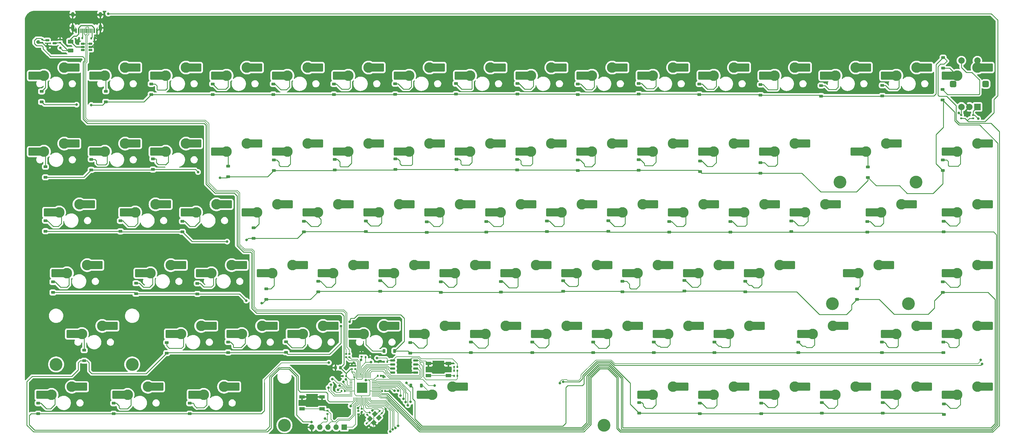
<source format=gbr>
%TF.GenerationSoftware,KiCad,Pcbnew,7.0.7-2.fc38*%
%TF.CreationDate,2023-09-14T11:04:57-04:00*%
%TF.ProjectId,ze-keyboard,7a652d6b-6579-4626-9f61-72642e6b6963,rev?*%
%TF.SameCoordinates,Original*%
%TF.FileFunction,Copper,L2,Bot*%
%TF.FilePolarity,Positive*%
%FSLAX46Y46*%
G04 Gerber Fmt 4.6, Leading zero omitted, Abs format (unit mm)*
G04 Created by KiCad (PCBNEW 7.0.7-2.fc38) date 2023-09-14 11:04:57*
%MOMM*%
%LPD*%
G01*
G04 APERTURE LIST*
G04 Aperture macros list*
%AMRoundRect*
0 Rectangle with rounded corners*
0 $1 Rounding radius*
0 $2 $3 $4 $5 $6 $7 $8 $9 X,Y pos of 4 corners*
0 Add a 4 corners polygon primitive as box body*
4,1,4,$2,$3,$4,$5,$6,$7,$8,$9,$2,$3,0*
0 Add four circle primitives for the rounded corners*
1,1,$1+$1,$2,$3*
1,1,$1+$1,$4,$5*
1,1,$1+$1,$6,$7*
1,1,$1+$1,$8,$9*
0 Add four rect primitives between the rounded corners*
20,1,$1+$1,$2,$3,$4,$5,0*
20,1,$1+$1,$4,$5,$6,$7,0*
20,1,$1+$1,$6,$7,$8,$9,0*
20,1,$1+$1,$8,$9,$2,$3,0*%
%AMRotRect*
0 Rectangle, with rotation*
0 The origin of the aperture is its center*
0 $1 length*
0 $2 width*
0 $3 Rotation angle, in degrees counterclockwise*
0 Add horizontal line*
21,1,$1,$2,0,0,$3*%
%AMFreePoly0*
4,1,29,-1.000000,0.500000,-0.988573,0.606283,-0.938839,0.739624,-0.853553,0.853553,-0.739624,0.938839,-0.606283,0.988573,-0.500000,1.000000,0.500000,1.000000,0.606283,0.988573,0.739624,0.938839,0.853553,0.853553,0.938839,0.739624,0.988573,0.606283,1.000000,0.500000,1.000000,-0.500000,0.988573,-0.606283,0.938839,-0.739624,0.853553,-0.853553,0.739624,-0.938839,0.606283,-0.988573,
0.500000,-1.000000,-0.500000,-1.000000,-0.606283,-0.988573,-0.739624,-0.938839,-0.853553,-0.853553,-0.938839,-0.739624,-0.988573,-0.606283,-1.000000,-0.500000,-1.000000,0.500000,-1.000000,0.500000,$1*%
G04 Aperture macros list end*
%TA.AperFunction,ComponentPad*%
%ADD10C,3.300000*%
%TD*%
%TA.AperFunction,SMDPad,CuDef*%
%ADD11R,1.650000X2.500000*%
%TD*%
%TA.AperFunction,SMDPad,CuDef*%
%ADD12RoundRect,0.250000X1.025000X1.000000X-1.025000X1.000000X-1.025000X-1.000000X1.025000X-1.000000X0*%
%TD*%
%TA.AperFunction,ComponentPad*%
%ADD13FreePoly0,90.000000*%
%TD*%
%TA.AperFunction,ComponentPad*%
%ADD14C,2.000000*%
%TD*%
%TA.AperFunction,ComponentPad*%
%ADD15R,2.000000X2.000000*%
%TD*%
%TA.AperFunction,SMDPad,CuDef*%
%ADD16RoundRect,0.140000X0.140000X0.170000X-0.140000X0.170000X-0.140000X-0.170000X0.140000X-0.170000X0*%
%TD*%
%TA.AperFunction,SMDPad,CuDef*%
%ADD17RoundRect,0.225000X0.225000X0.375000X-0.225000X0.375000X-0.225000X-0.375000X0.225000X-0.375000X0*%
%TD*%
%TA.AperFunction,SMDPad,CuDef*%
%ADD18RoundRect,0.140000X-0.170000X0.140000X-0.170000X-0.140000X0.170000X-0.140000X0.170000X0.140000X0*%
%TD*%
%TA.AperFunction,SMDPad,CuDef*%
%ADD19RoundRect,0.225000X0.375000X-0.225000X0.375000X0.225000X-0.375000X0.225000X-0.375000X-0.225000X0*%
%TD*%
%TA.AperFunction,SMDPad,CuDef*%
%ADD20R,1.700000X1.000000*%
%TD*%
%TA.AperFunction,SMDPad,CuDef*%
%ADD21RoundRect,0.225000X-0.225000X-0.375000X0.225000X-0.375000X0.225000X0.375000X-0.225000X0.375000X0*%
%TD*%
%TA.AperFunction,SMDPad,CuDef*%
%ADD22RoundRect,0.140000X-0.140000X-0.170000X0.140000X-0.170000X0.140000X0.170000X-0.140000X0.170000X0*%
%TD*%
%TA.AperFunction,SMDPad,CuDef*%
%ADD23RoundRect,0.135000X-0.185000X0.135000X-0.185000X-0.135000X0.185000X-0.135000X0.185000X0.135000X0*%
%TD*%
%TA.AperFunction,ComponentPad*%
%ADD24C,4.000000*%
%TD*%
%TA.AperFunction,SMDPad,CuDef*%
%ADD25RoundRect,0.135000X-0.135000X-0.185000X0.135000X-0.185000X0.135000X0.185000X-0.135000X0.185000X0*%
%TD*%
%TA.AperFunction,SMDPad,CuDef*%
%ADD26RoundRect,0.135000X0.135000X0.185000X-0.135000X0.185000X-0.135000X-0.185000X0.135000X-0.185000X0*%
%TD*%
%TA.AperFunction,SMDPad,CuDef*%
%ADD27RoundRect,0.250000X-0.625000X0.375000X-0.625000X-0.375000X0.625000X-0.375000X0.625000X0.375000X0*%
%TD*%
%TA.AperFunction,SMDPad,CuDef*%
%ADD28RoundRect,0.135000X0.035355X-0.226274X0.226274X-0.035355X-0.035355X0.226274X-0.226274X0.035355X0*%
%TD*%
%TA.AperFunction,SMDPad,CuDef*%
%ADD29RoundRect,0.140000X-0.219203X-0.021213X-0.021213X-0.219203X0.219203X0.021213X0.021213X0.219203X0*%
%TD*%
%TA.AperFunction,SMDPad,CuDef*%
%ADD30R,0.600000X1.450000*%
%TD*%
%TA.AperFunction,SMDPad,CuDef*%
%ADD31R,0.300000X1.450000*%
%TD*%
%TA.AperFunction,ComponentPad*%
%ADD32O,1.000000X1.600000*%
%TD*%
%TA.AperFunction,ComponentPad*%
%ADD33O,1.000000X2.100000*%
%TD*%
%TA.AperFunction,SMDPad,CuDef*%
%ADD34RotRect,1.400000X1.200000X45.000000*%
%TD*%
%TA.AperFunction,SMDPad,CuDef*%
%ADD35RoundRect,0.135000X0.185000X-0.135000X0.185000X0.135000X-0.185000X0.135000X-0.185000X-0.135000X0*%
%TD*%
%TA.AperFunction,SMDPad,CuDef*%
%ADD36RoundRect,0.225000X0.225000X0.250000X-0.225000X0.250000X-0.225000X-0.250000X0.225000X-0.250000X0*%
%TD*%
%TA.AperFunction,ComponentPad*%
%ADD37R,1.700000X1.700000*%
%TD*%
%TA.AperFunction,ComponentPad*%
%ADD38O,1.700000X1.700000*%
%TD*%
%TA.AperFunction,SMDPad,CuDef*%
%ADD39RoundRect,0.225000X-0.375000X0.225000X-0.375000X-0.225000X0.375000X-0.225000X0.375000X0.225000X0*%
%TD*%
%TA.AperFunction,SMDPad,CuDef*%
%ADD40RoundRect,0.140000X0.170000X-0.140000X0.170000X0.140000X-0.170000X0.140000X-0.170000X-0.140000X0*%
%TD*%
%TA.AperFunction,SMDPad,CuDef*%
%ADD41RoundRect,0.150000X0.650000X0.150000X-0.650000X0.150000X-0.650000X-0.150000X0.650000X-0.150000X0*%
%TD*%
%TA.AperFunction,SMDPad,CuDef*%
%ADD42RoundRect,0.150000X-0.512500X-0.150000X0.512500X-0.150000X0.512500X0.150000X-0.512500X0.150000X0*%
%TD*%
%TA.AperFunction,SMDPad,CuDef*%
%ADD43RoundRect,0.150000X0.475000X0.150000X-0.475000X0.150000X-0.475000X-0.150000X0.475000X-0.150000X0*%
%TD*%
%TA.AperFunction,SMDPad,CuDef*%
%ADD44RoundRect,0.140000X0.219203X0.021213X0.021213X0.219203X-0.219203X-0.021213X-0.021213X-0.219203X0*%
%TD*%
%TA.AperFunction,SMDPad,CuDef*%
%ADD45RoundRect,0.050000X0.387500X0.050000X-0.387500X0.050000X-0.387500X-0.050000X0.387500X-0.050000X0*%
%TD*%
%TA.AperFunction,SMDPad,CuDef*%
%ADD46RoundRect,0.050000X0.050000X0.387500X-0.050000X0.387500X-0.050000X-0.387500X0.050000X-0.387500X0*%
%TD*%
%TA.AperFunction,SMDPad,CuDef*%
%ADD47R,3.200000X3.200000*%
%TD*%
%TA.AperFunction,ViaPad*%
%ADD48C,0.800000*%
%TD*%
%TA.AperFunction,Conductor*%
%ADD49C,0.200000*%
%TD*%
%TA.AperFunction,Conductor*%
%ADD50C,0.250000*%
%TD*%
%TA.AperFunction,Conductor*%
%ADD51C,0.300000*%
%TD*%
G04 APERTURE END LIST*
D10*
%TO.P,MX16,1,1*%
%TO.N,Net-(D16-A)*%
X360540000Y-40510000D03*
D11*
X358715000Y-40510000D03*
D12*
X356990000Y-40510000D03*
%TO.P,MX16,2,2*%
%TO.N,col15*%
X370440000Y-37970000D03*
D11*
X368690000Y-37970000D03*
D10*
X366890000Y-37970000D03*
%TD*%
D13*
%TO.P,SW3,MP*%
%TO.N,N/C*%
X359250000Y-43110000D03*
D14*
%TO.P,SW3,S2,S2*%
%TO.N,col15*%
X366850000Y-35800000D03*
%TO.P,SW3,S1,S1*%
%TO.N,Net-(D85-A)*%
X361850000Y-35800000D03*
D13*
%TO.P,SW3,MP*%
%TO.N,N/C*%
X369430000Y-43120000D03*
D14*
%TO.P,SW3,C,C*%
%TO.N,GND*%
X364350000Y-50300000D03*
%TO.P,SW3,B,B*%
%TO.N,rot1*%
X361850000Y-50300000D03*
D15*
%TO.P,SW3,A,A*%
%TO.N,rot0*%
X366850000Y-50300000D03*
%TD*%
D16*
%TO.P,C5,1*%
%TO.N,+3V3*%
X168885000Y-139325000D03*
%TO.P,C5,2*%
%TO.N,GND*%
X167925000Y-139325000D03*
%TD*%
D17*
%TO.P,D65,1,K*%
%TO.N,row4*%
X184450000Y-126800000D03*
%TO.P,D65,2,A*%
%TO.N,Net-(D65-A)*%
X181150000Y-126800000D03*
%TD*%
D10*
%TO.P,MX42,1,1*%
%TO.N,Net-(D42-A)*%
X274815000Y-83372500D03*
D11*
X272990000Y-83372500D03*
D12*
X271265000Y-83372500D03*
%TO.P,MX42,2,2*%
%TO.N,col10*%
X284715000Y-80832500D03*
D11*
X282965000Y-80832500D03*
D10*
X281165000Y-80832500D03*
%TD*%
D18*
%TO.P,C2,1*%
%TO.N,+1V1*%
X173125000Y-145620000D03*
%TO.P,C2,2*%
%TO.N,GND*%
X173125000Y-146580000D03*
%TD*%
D19*
%TO.P,D57,1,K*%
%TO.N,row3*%
X275200000Y-108000000D03*
%TO.P,D57,2,A*%
%TO.N,Net-(D57-A)*%
X275200000Y-104700000D03*
%TD*%
%TO.P,D33,1,K*%
%TO.N,row2*%
X98700000Y-89300000D03*
%TO.P,D33,2,A*%
%TO.N,Net-(D33-A)*%
X98700000Y-86000000D03*
%TD*%
D10*
%TO.P,MX20,1,1*%
%TO.N,Net-(D20-A)*%
X131940000Y-64322500D03*
D11*
X130115000Y-64322500D03*
D12*
X128390000Y-64322500D03*
%TO.P,MX20,2,2*%
%TO.N,col3*%
X141840000Y-61782500D03*
D11*
X140090000Y-61782500D03*
D10*
X138290000Y-61782500D03*
%TD*%
%TO.P,MX51,1,1*%
%TO.N,Net-(D51-A)*%
X165277500Y-102422500D03*
D11*
X163452500Y-102422500D03*
D12*
X161727500Y-102422500D03*
%TO.P,MX51,2,2*%
%TO.N,col4*%
X175177500Y-99882500D03*
D11*
X173427500Y-99882500D03*
D10*
X171627500Y-99882500D03*
%TD*%
D20*
%TO.P,SW1,1,1*%
%TO.N,GND*%
X201350000Y-130700000D03*
X195050000Y-130700000D03*
%TO.P,SW1,2,2*%
%TO.N,Net-(R6-Pad1)*%
X201350000Y-134500000D03*
X195050000Y-134500000D03*
%TD*%
D19*
%TO.P,D84,1,K*%
%TO.N,row5*%
X356400000Y-146650000D03*
%TO.P,D84,2,A*%
%TO.N,Net-(D84-A)*%
X356400000Y-143350000D03*
%TD*%
D10*
%TO.P,MX37,1,1*%
%TO.N,Net-(D37-A)*%
X179565000Y-83372500D03*
D11*
X177740000Y-83372500D03*
D12*
X176015000Y-83372500D03*
%TO.P,MX37,2,2*%
%TO.N,col5*%
X189465000Y-80832500D03*
D11*
X187715000Y-80832500D03*
D10*
X185915000Y-80832500D03*
%TD*%
D19*
%TO.P,D42,1,K*%
%TO.N,row2*%
X270450000Y-89500000D03*
%TO.P,D42,2,A*%
%TO.N,Net-(D42-A)*%
X270450000Y-86200000D03*
%TD*%
%TO.P,D73,1,K*%
%TO.N,row4*%
X337000000Y-127250000D03*
%TO.P,D73,2,A*%
%TO.N,Net-(D73-A)*%
X337000000Y-123950000D03*
%TD*%
D10*
%TO.P,MX14,1,1*%
%TO.N,Net-(D14-A)*%
X322440000Y-40510000D03*
D11*
X320615000Y-40510000D03*
D12*
X318890000Y-40510000D03*
%TO.P,MX14,2,2*%
%TO.N,col13*%
X332340000Y-37970000D03*
D11*
X330590000Y-37970000D03*
D10*
X328790000Y-37970000D03*
%TD*%
D21*
%TO.P,D78,1,K*%
%TO.N,row5*%
X189550000Y-137600000D03*
%TO.P,D78,2,A*%
%TO.N,Net-(D78-A)*%
X192850000Y-137600000D03*
%TD*%
D10*
%TO.P,MX44,1,1*%
%TO.N,Net-(D44-A)*%
X312915000Y-83372500D03*
D11*
X311090000Y-83372500D03*
D12*
X309365000Y-83372500D03*
%TO.P,MX44,2,2*%
%TO.N,col12*%
X322815000Y-80832500D03*
D11*
X321065000Y-80832500D03*
D10*
X319265000Y-80832500D03*
%TD*%
D19*
%TO.P,D56,1,K*%
%TO.N,row3*%
X255800000Y-108250000D03*
%TO.P,D56,2,A*%
%TO.N,Net-(D56-A)*%
X255800000Y-104950000D03*
%TD*%
D10*
%TO.P,MX35,1,1*%
%TO.N,Net-(D35-A)*%
X141465000Y-83372500D03*
D11*
X139640000Y-83372500D03*
D12*
X137915000Y-83372500D03*
%TO.P,MX35,2,2*%
%TO.N,col3*%
X151365000Y-80832500D03*
D11*
X149615000Y-80832500D03*
D10*
X147815000Y-80832500D03*
%TD*%
%TO.P,MX80,1,1*%
%TO.N,Net-(D80-A)*%
X284340000Y-140522500D03*
D11*
X282515000Y-140522500D03*
D12*
X280790000Y-140522500D03*
%TO.P,MX80,2,2*%
%TO.N,col10*%
X294240000Y-137982500D03*
D11*
X292490000Y-137982500D03*
D10*
X290690000Y-137982500D03*
%TD*%
D22*
%TO.P,C13,1*%
%TO.N,+1V1*%
X175460000Y-128690000D03*
%TO.P,C13,2*%
%TO.N,GND*%
X176420000Y-128690000D03*
%TD*%
D19*
%TO.P,D25,1,K*%
%TO.N,row1*%
X222850000Y-70070000D03*
%TO.P,D25,2,A*%
%TO.N,Net-(D25-A)*%
X222850000Y-66770000D03*
%TD*%
D23*
%TO.P,R11,1*%
%TO.N,rot1*%
X361800000Y-52890000D03*
%TO.P,R11,2*%
%TO.N,+5V*%
X361800000Y-53910000D03*
%TD*%
D19*
%TO.P,D24,1,K*%
%TO.N,row1*%
X203840000Y-70000000D03*
%TO.P,D24,2,A*%
%TO.N,Net-(D24-A)*%
X203840000Y-66700000D03*
%TD*%
D10*
%TO.P,MX71,1,1*%
%TO.N,Net-(D71-A)*%
X289102500Y-121472500D03*
D11*
X287277500Y-121472500D03*
D12*
X285552500Y-121472500D03*
%TO.P,MX71,2,2*%
%TO.N,col10*%
X299002500Y-118932500D03*
D11*
X297252500Y-118932500D03*
D10*
X295452500Y-118932500D03*
%TD*%
%TO.P,MX41,1,1*%
%TO.N,Net-(D41-A)*%
X255765000Y-83372500D03*
D11*
X253940000Y-83372500D03*
D12*
X252215000Y-83372500D03*
%TO.P,MX41,2,2*%
%TO.N,col9*%
X265665000Y-80832500D03*
D11*
X263915000Y-80832500D03*
D10*
X262115000Y-80832500D03*
%TD*%
D19*
%TO.P,D26,1,K*%
%TO.N,row1*%
X241830000Y-70217500D03*
%TO.P,D26,2,A*%
%TO.N,Net-(D26-A)*%
X241830000Y-66917500D03*
%TD*%
%TO.P,D11,1,K*%
%TO.N,row0*%
X260850000Y-46250000D03*
%TO.P,D11,2,A*%
%TO.N,Net-(D11-A)*%
X260850000Y-42950000D03*
%TD*%
%TO.P,D2,1,K*%
%TO.N,row0*%
X94150000Y-48700000D03*
%TO.P,D2,2,A*%
%TO.N,Net-(D2-A)*%
X94150000Y-45400000D03*
%TD*%
D10*
%TO.P,MX57,1,1*%
%TO.N,Net-(D57-A)*%
X279577500Y-102422500D03*
D11*
X277752500Y-102422500D03*
D12*
X276027500Y-102422500D03*
%TO.P,MX57,2,2*%
%TO.N,col10*%
X289477500Y-99882500D03*
D11*
X287727500Y-99882500D03*
D10*
X285927500Y-99882500D03*
%TD*%
D24*
%TO.P,S3,*%
%TO.N,*%
X323868750Y-73847500D03*
X347681250Y-73847500D03*
%TD*%
D25*
%TO.P,R5,1*%
%TO.N,Net-(R3-Pad2)*%
X203115000Y-132950000D03*
%TO.P,R5,2*%
%TO.N,Q_SEL*%
X204135000Y-132950000D03*
%TD*%
D26*
%TO.P,R3,1*%
%TO.N,+3V3*%
X204135000Y-131750000D03*
%TO.P,R3,2*%
%TO.N,Net-(R3-Pad2)*%
X203115000Y-131750000D03*
%TD*%
D19*
%TO.P,D48,1,K*%
%TO.N,row3*%
X103600000Y-108850000D03*
%TO.P,D48,2,A*%
%TO.N,Net-(D48-A)*%
X103600000Y-105550000D03*
%TD*%
D10*
%TO.P,MX76,1,1*%
%TO.N,Net-(D76-A)*%
X100983750Y-140522500D03*
D11*
X99158750Y-140522500D03*
D12*
X97433750Y-140522500D03*
%TO.P,MX76,2,2*%
%TO.N,col1*%
X110883750Y-137982500D03*
D11*
X109133750Y-137982500D03*
D10*
X107333750Y-137982500D03*
%TD*%
%TO.P,MX27,1,1*%
%TO.N,Net-(D27-A)*%
X265290000Y-64322500D03*
D11*
X263465000Y-64322500D03*
D12*
X261740000Y-64322500D03*
%TO.P,MX27,2,2*%
%TO.N,col10*%
X275190000Y-61782500D03*
D11*
X273440000Y-61782500D03*
D10*
X271640000Y-61782500D03*
%TD*%
%TO.P,MX81,1,1*%
%TO.N,Net-(D81-A)*%
X303390000Y-140522500D03*
D11*
X301565000Y-140522500D03*
D12*
X299840000Y-140522500D03*
%TO.P,MX81,2,2*%
%TO.N,col11*%
X313290000Y-137982500D03*
D11*
X311540000Y-137982500D03*
D10*
X309740000Y-137982500D03*
%TD*%
%TO.P,MX66,1,1*%
%TO.N,Net-(D66-A)*%
X193852500Y-121472500D03*
D11*
X192027500Y-121472500D03*
D12*
X190302500Y-121472500D03*
%TO.P,MX66,2,2*%
%TO.N,col5*%
X203752500Y-118932500D03*
D11*
X202002500Y-118932500D03*
D10*
X200202500Y-118932500D03*
%TD*%
%TO.P,MX4,1,1*%
%TO.N,Net-(D4-A)*%
X131940000Y-40510000D03*
D11*
X130115000Y-40510000D03*
D12*
X128390000Y-40510000D03*
%TO.P,MX4,2,2*%
%TO.N,col3*%
X141840000Y-37970000D03*
D11*
X140090000Y-37970000D03*
D10*
X138290000Y-37970000D03*
%TD*%
%TO.P,MX64,1,1*%
%TO.N,Net-(D64-A)*%
X155752500Y-121472500D03*
D11*
X153927500Y-121472500D03*
D12*
X152202500Y-121472500D03*
%TO.P,MX64,2,2*%
%TO.N,col3*%
X165652500Y-118932500D03*
D11*
X163902500Y-118932500D03*
D10*
X162102500Y-118932500D03*
%TD*%
D19*
%TO.P,D66,1,K*%
%TO.N,row4*%
X189400000Y-127450000D03*
%TO.P,D66,2,A*%
%TO.N,Net-(D66-A)*%
X189400000Y-124150000D03*
%TD*%
%TO.P,D34,1,K*%
%TO.N,row2*%
X118100000Y-89450000D03*
%TO.P,D34,2,A*%
%TO.N,Net-(D34-A)*%
X118100000Y-86150000D03*
%TD*%
D10*
%TO.P,MX45,1,1*%
%TO.N,Net-(D45-A)*%
X336727500Y-83372500D03*
D11*
X334902500Y-83372500D03*
D12*
X333177500Y-83372500D03*
%TO.P,MX45,2,2*%
%TO.N,col13*%
X346627500Y-80832500D03*
D11*
X344877500Y-80832500D03*
D10*
X343077500Y-80832500D03*
%TD*%
D20*
%TO.P,SW2,1,1*%
%TO.N,GND*%
X161824000Y-141138000D03*
X155524000Y-141138000D03*
%TO.P,SW2,2,2*%
%TO.N,RESET*%
X161824000Y-144938000D03*
X155524000Y-144938000D03*
%TD*%
D27*
%TO.P,F1,1*%
%TO.N,VBUS*%
X83125000Y-29800000D03*
%TO.P,F1,2*%
%TO.N,+5V*%
X83125000Y-32600000D03*
%TD*%
D19*
%TO.P,D8,1,K*%
%TO.N,row0*%
X203700000Y-46300000D03*
%TO.P,D8,2,A*%
%TO.N,Net-(D8-A)*%
X203700000Y-43000000D03*
%TD*%
D28*
%TO.P,R8,1*%
%TO.N,Net-(C10-Pad2)*%
X175939376Y-146785624D03*
%TO.P,R8,2*%
%TO.N,XOUT*%
X176660624Y-146064376D03*
%TD*%
D19*
%TO.P,D58,1,K*%
%TO.N,row3*%
X294200000Y-108250000D03*
%TO.P,D58,2,A*%
%TO.N,Net-(D58-A)*%
X294200000Y-104950000D03*
%TD*%
%TO.P,D7,1,K*%
%TO.N,row0*%
X184700000Y-46350000D03*
%TO.P,D7,2,A*%
%TO.N,Net-(D7-A)*%
X184700000Y-43050000D03*
%TD*%
%TO.P,D4,1,K*%
%TO.N,row0*%
X127600000Y-46400000D03*
%TO.P,D4,2,A*%
%TO.N,Net-(D4-A)*%
X127600000Y-43100000D03*
%TD*%
D10*
%TO.P,MX77,1,1*%
%TO.N,Net-(D77-A)*%
X124796250Y-140522500D03*
D11*
X122971250Y-140522500D03*
D12*
X121246250Y-140522500D03*
%TO.P,MX77,2,2*%
%TO.N,col2*%
X134696250Y-137982500D03*
D11*
X132946250Y-137982500D03*
D10*
X131146250Y-137982500D03*
%TD*%
D25*
%TO.P,R6,1*%
%TO.N,Net-(R6-Pad1)*%
X203115000Y-134550000D03*
%TO.P,R6,2*%
%TO.N,Q_SEL*%
X204135000Y-134550000D03*
%TD*%
D26*
%TO.P,R9,1*%
%TO.N,GND*%
X90585000Y-28850000D03*
%TO.P,R9,2*%
%TO.N,Net-(J2-CC2)*%
X89565000Y-28850000D03*
%TD*%
D29*
%TO.P,C12,1*%
%TO.N,GND*%
X179796246Y-145564933D03*
%TO.P,C12,2*%
%TO.N,XIN*%
X180475068Y-146243755D03*
%TD*%
D10*
%TO.P,MX22,1,1*%
%TO.N,Net-(D22-A)*%
X170040000Y-64322500D03*
D11*
X168215000Y-64322500D03*
D12*
X166490000Y-64322500D03*
%TO.P,MX22,2,2*%
%TO.N,col5*%
X179940000Y-61782500D03*
D11*
X178190000Y-61782500D03*
D10*
X176390000Y-61782500D03*
%TD*%
D19*
%TO.P,D50,1,K*%
%TO.N,row3*%
X144400000Y-110650000D03*
%TO.P,D50,2,A*%
%TO.N,Net-(D50-A)*%
X144400000Y-107350000D03*
%TD*%
D10*
%TO.P,MX46,1,1*%
%TO.N,Net-(D46-A)*%
X360540000Y-83372500D03*
D11*
X358715000Y-83372500D03*
D12*
X356990000Y-83372500D03*
%TO.P,MX46,2,2*%
%TO.N,col14*%
X370440000Y-80832500D03*
D11*
X368690000Y-80832500D03*
D10*
X366890000Y-80832500D03*
%TD*%
D19*
%TO.P,D10,1,K*%
%TO.N,row0*%
X241850000Y-46400000D03*
%TO.P,D10,2,A*%
%TO.N,Net-(D10-A)*%
X241850000Y-43100000D03*
%TD*%
%TO.P,D63,1,K*%
%TO.N,row4*%
X132400000Y-127250000D03*
%TO.P,D63,2,A*%
%TO.N,Net-(D63-A)*%
X132400000Y-123950000D03*
%TD*%
%TO.P,D61,1,K*%
%TO.N,row4*%
X87400000Y-129850000D03*
%TO.P,D61,2,A*%
%TO.N,Net-(D61-A)*%
X87400000Y-126550000D03*
%TD*%
%TO.P,D23,1,K*%
%TO.N,row1*%
X184770000Y-69920000D03*
%TO.P,D23,2,A*%
%TO.N,Net-(D23-A)*%
X184770000Y-66620000D03*
%TD*%
D10*
%TO.P,MX84,1,1*%
%TO.N,Net-(D84-A)*%
X360540000Y-140522500D03*
D11*
X358715000Y-140522500D03*
D12*
X356990000Y-140522500D03*
%TO.P,MX84,2,2*%
%TO.N,col14*%
X370440000Y-137982500D03*
D11*
X368690000Y-137982500D03*
D10*
X366890000Y-137982500D03*
%TD*%
%TO.P,MX23,1,1*%
%TO.N,Net-(D23-A)*%
X189090000Y-64322500D03*
D11*
X187265000Y-64322500D03*
D12*
X185540000Y-64322500D03*
%TO.P,MX23,2,2*%
%TO.N,col6*%
X198990000Y-61782500D03*
D11*
X197240000Y-61782500D03*
D10*
X195440000Y-61782500D03*
%TD*%
%TO.P,MX79,1,1*%
%TO.N,Net-(D79-A)*%
X265290000Y-140522500D03*
D11*
X263465000Y-140522500D03*
D12*
X261740000Y-140522500D03*
%TO.P,MX79,2,2*%
%TO.N,col9*%
X275190000Y-137982500D03*
D11*
X273440000Y-137982500D03*
D10*
X271640000Y-137982500D03*
%TD*%
D23*
%TO.P,R12,1*%
%TO.N,rot0*%
X365506000Y-52830000D03*
%TO.P,R12,2*%
%TO.N,+5V*%
X365506000Y-53850000D03*
%TD*%
D10*
%TO.P,MX70,1,1*%
%TO.N,Net-(D70-A)*%
X270052500Y-121472500D03*
D11*
X268227500Y-121472500D03*
D12*
X266502500Y-121472500D03*
%TO.P,MX70,2,2*%
%TO.N,col9*%
X279952500Y-118932500D03*
D11*
X278202500Y-118932500D03*
D10*
X276402500Y-118932500D03*
%TD*%
D19*
%TO.P,D27,1,K*%
%TO.N,row1*%
X260900000Y-70150000D03*
%TO.P,D27,2,A*%
%TO.N,Net-(D27-A)*%
X260900000Y-66850000D03*
%TD*%
D10*
%TO.P,MX17,1,1*%
%TO.N,Net-(D17-A)*%
X74790000Y-64322500D03*
D11*
X72965000Y-64322500D03*
D12*
X71240000Y-64322500D03*
%TO.P,MX17,2,2*%
%TO.N,col0*%
X84690000Y-61782500D03*
D11*
X82940000Y-61782500D03*
D10*
X81140000Y-61782500D03*
%TD*%
%TO.P,MX21,1,1*%
%TO.N,Net-(D21-A)*%
X150990000Y-64322500D03*
D11*
X149165000Y-64322500D03*
D12*
X147440000Y-64322500D03*
%TO.P,MX21,2,2*%
%TO.N,col4*%
X160890000Y-61782500D03*
D11*
X159140000Y-61782500D03*
D10*
X157340000Y-61782500D03*
%TD*%
D22*
%TO.P,C7,1*%
%TO.N,+3V3*%
X179200000Y-134530000D03*
%TO.P,C7,2*%
%TO.N,GND*%
X180160000Y-134530000D03*
%TD*%
D10*
%TO.P,MX54,1,1*%
%TO.N,Net-(D54-A)*%
X222427500Y-102422500D03*
D11*
X220602500Y-102422500D03*
D12*
X218877500Y-102422500D03*
%TO.P,MX54,2,2*%
%TO.N,col7*%
X232327500Y-99882500D03*
D11*
X230577500Y-99882500D03*
D10*
X228777500Y-99882500D03*
%TD*%
D30*
%TO.P,J2,A1,GND*%
%TO.N,GND*%
X84850000Y-26435000D03*
%TO.P,J2,A4,VBUS*%
%TO.N,VBUS*%
X85650000Y-26435000D03*
D31*
%TO.P,J2,A5,CC1*%
%TO.N,Net-(J2-CC1)*%
X86850000Y-26435000D03*
%TO.P,J2,A6,D+*%
%TO.N,D+*%
X87850000Y-26435000D03*
%TO.P,J2,A7,D-*%
%TO.N,D-*%
X88350000Y-26435000D03*
%TO.P,J2,A8,SBU1*%
%TO.N,unconnected-(J2-SBU1-PadA8)*%
X89350000Y-26435000D03*
D30*
%TO.P,J2,A9,VBUS*%
%TO.N,VBUS*%
X90550000Y-26435000D03*
%TO.P,J2,A12,GND*%
%TO.N,GND*%
X91350000Y-26435000D03*
%TO.P,J2,B1,GND*%
X91350000Y-26435000D03*
%TO.P,J2,B4,VBUS*%
%TO.N,VBUS*%
X90550000Y-26435000D03*
D31*
%TO.P,J2,B5,CC2*%
%TO.N,Net-(J2-CC2)*%
X89850000Y-26435000D03*
%TO.P,J2,B6,D+*%
%TO.N,D+*%
X88850000Y-26435000D03*
%TO.P,J2,B7,D-*%
%TO.N,D-*%
X87350000Y-26435000D03*
%TO.P,J2,B8,SBU2*%
%TO.N,unconnected-(J2-SBU2-PadB8)*%
X86350000Y-26435000D03*
D30*
%TO.P,J2,B9,VBUS*%
%TO.N,VBUS*%
X85650000Y-26435000D03*
%TO.P,J2,B12,GND*%
%TO.N,GND*%
X84850000Y-26435000D03*
D32*
%TO.P,J2,S1,SHIELD*%
X83780000Y-21340000D03*
D33*
X83780000Y-25520000D03*
D32*
X92420000Y-21340000D03*
D33*
X92420000Y-25520000D03*
%TD*%
D34*
%TO.P,Y1,1,1*%
%TO.N,Net-(C10-Pad2)*%
X176781142Y-148056777D03*
%TO.P,Y1,2,2*%
%TO.N,GND*%
X178336777Y-146501142D03*
%TO.P,Y1,3,3*%
%TO.N,XIN*%
X179538858Y-147703223D03*
%TO.P,Y1,4,4*%
%TO.N,GND*%
X177983223Y-149258858D03*
%TD*%
D10*
%TO.P,MX39,1,1*%
%TO.N,Net-(D39-A)*%
X217665000Y-83372500D03*
D11*
X215840000Y-83372500D03*
D12*
X214115000Y-83372500D03*
%TO.P,MX39,2,2*%
%TO.N,col7*%
X227565000Y-80832500D03*
D11*
X225815000Y-80832500D03*
D10*
X224015000Y-80832500D03*
%TD*%
%TO.P,MX6,1,1*%
%TO.N,Net-(D6-A)*%
X170040000Y-40510000D03*
D11*
X168215000Y-40510000D03*
D12*
X166490000Y-40510000D03*
%TO.P,MX6,2,2*%
%TO.N,col5*%
X179940000Y-37970000D03*
D11*
X178190000Y-37970000D03*
D10*
X176390000Y-37970000D03*
%TD*%
%TO.P,MX47,1,1*%
%TO.N,Net-(D47-A)*%
X81990000Y-102422500D03*
D11*
X80165000Y-102422500D03*
D12*
X78440000Y-102422500D03*
%TO.P,MX47,2,2*%
%TO.N,col0*%
X91890000Y-99882500D03*
D11*
X90140000Y-99882500D03*
D10*
X88340000Y-99882500D03*
%TD*%
D19*
%TO.P,D37,1,K*%
%TO.N,row2*%
X175500000Y-89350000D03*
%TO.P,D37,2,A*%
%TO.N,Net-(D37-A)*%
X175500000Y-86050000D03*
%TD*%
D35*
%TO.P,R4,1*%
%TO.N,+3V3*%
X163525000Y-146510000D03*
%TO.P,R4,2*%
%TO.N,RESET*%
X163525000Y-145490000D03*
%TD*%
D10*
%TO.P,MX68,1,1*%
%TO.N,Net-(D68-A)*%
X231952500Y-121472500D03*
D11*
X230127500Y-121472500D03*
D12*
X228402500Y-121472500D03*
%TO.P,MX68,2,2*%
%TO.N,col7*%
X241852500Y-118932500D03*
D11*
X240102500Y-118932500D03*
D10*
X238302500Y-118932500D03*
%TD*%
%TO.P,MX83,1,1*%
%TO.N,Net-(D83-A)*%
X341490000Y-140522500D03*
D11*
X339665000Y-140522500D03*
D12*
X337940000Y-140522500D03*
%TO.P,MX83,2,2*%
%TO.N,col13*%
X351390000Y-137982500D03*
D11*
X349640000Y-137982500D03*
D10*
X347840000Y-137982500D03*
%TD*%
D19*
%TO.P,D14,1,K*%
%TO.N,row0*%
X317950000Y-46900000D03*
%TO.P,D14,2,A*%
%TO.N,Net-(D14-A)*%
X317950000Y-43600000D03*
%TD*%
D10*
%TO.P,MX5,1,1*%
%TO.N,Net-(D5-A)*%
X150990000Y-40510000D03*
D11*
X149165000Y-40510000D03*
D12*
X147440000Y-40510000D03*
%TO.P,MX5,2,2*%
%TO.N,col4*%
X160890000Y-37970000D03*
D11*
X159140000Y-37970000D03*
D10*
X157340000Y-37970000D03*
%TD*%
%TO.P,MX19,1,1*%
%TO.N,Net-(D19-A)*%
X112890000Y-64322500D03*
D11*
X111065000Y-64322500D03*
D12*
X109340000Y-64322500D03*
%TO.P,MX19,2,2*%
%TO.N,col2*%
X122790000Y-61782500D03*
D11*
X121040000Y-61782500D03*
D10*
X119240000Y-61782500D03*
%TD*%
D19*
%TO.P,D19,1,K*%
%TO.N,row1*%
X108870000Y-69920000D03*
%TO.P,D19,2,A*%
%TO.N,Net-(D19-A)*%
X108870000Y-66620000D03*
%TD*%
D10*
%TO.P,MX82,1,1*%
%TO.N,Net-(D82-A)*%
X322440000Y-140522500D03*
D11*
X320615000Y-140522500D03*
D12*
X318890000Y-140522500D03*
%TO.P,MX82,2,2*%
%TO.N,col12*%
X332340000Y-137982500D03*
D11*
X330590000Y-137982500D03*
D10*
X328790000Y-137982500D03*
%TD*%
D19*
%TO.P,D72,1,K*%
%TO.N,row4*%
X310800000Y-127250000D03*
%TO.P,D72,2,A*%
%TO.N,Net-(D72-A)*%
X310800000Y-123950000D03*
%TD*%
D36*
%TO.P,C3,1*%
%TO.N,+3V3*%
X167565000Y-132010000D03*
%TO.P,C3,2*%
%TO.N,GND*%
X166015000Y-132010000D03*
%TD*%
D24*
%TO.P,S2,*%
%TO.N,*%
X321487500Y-111947500D03*
X345300000Y-111947500D03*
%TD*%
D19*
%TO.P,D81,1,K*%
%TO.N,row5*%
X299200000Y-146450000D03*
%TO.P,D81,2,A*%
%TO.N,Net-(D81-A)*%
X299200000Y-143150000D03*
%TD*%
D10*
%TO.P,MX12,1,1*%
%TO.N,Net-(D12-A)*%
X284340000Y-40510000D03*
D11*
X282515000Y-40510000D03*
D12*
X280790000Y-40510000D03*
%TO.P,MX12,2,2*%
%TO.N,col11*%
X294240000Y-37970000D03*
D11*
X292490000Y-37970000D03*
D10*
X290690000Y-37970000D03*
%TD*%
%TO.P,MX8,1,1*%
%TO.N,Net-(D8-A)*%
X208140000Y-40510000D03*
D11*
X206315000Y-40510000D03*
D12*
X204590000Y-40510000D03*
%TO.P,MX8,2,2*%
%TO.N,col7*%
X218040000Y-37970000D03*
D11*
X216290000Y-37970000D03*
D10*
X214490000Y-37970000D03*
%TD*%
%TO.P,MX50,1,1*%
%TO.N,Net-(D50-A)*%
X146227500Y-102422500D03*
D11*
X144402500Y-102422500D03*
D12*
X142677500Y-102422500D03*
%TO.P,MX50,2,2*%
%TO.N,col3*%
X156127500Y-99882500D03*
D11*
X154377500Y-99882500D03*
D10*
X152577500Y-99882500D03*
%TD*%
D37*
%TO.P,J1,1,Pin_1*%
%TO.N,SWCLK*%
X168775000Y-150700000D03*
D38*
%TO.P,J1,2,Pin_2*%
%TO.N,SWD*%
X166235000Y-150700000D03*
%TO.P,J1,3,Pin_3*%
%TO.N,RESET*%
X163695000Y-150700000D03*
%TO.P,J1,4,Pin_4*%
%TO.N,+3V3*%
X161155000Y-150700000D03*
%TO.P,J1,5,Pin_5*%
%TO.N,GND*%
X158615000Y-150700000D03*
%TD*%
D19*
%TO.P,D38,1,K*%
%TO.N,row2*%
X194600000Y-89650000D03*
%TO.P,D38,2,A*%
%TO.N,Net-(D38-A)*%
X194600000Y-86350000D03*
%TD*%
D24*
%TO.P,S4,*%
%TO.N,*%
X150037500Y-150047500D03*
X250050000Y-150047500D03*
%TD*%
D19*
%TO.P,D39,1,K*%
%TO.N,row2*%
X213200000Y-89550000D03*
%TO.P,D39,2,A*%
%TO.N,Net-(D39-A)*%
X213200000Y-86250000D03*
%TD*%
%TO.P,D28,1,K*%
%TO.N,row1*%
X280050000Y-70550000D03*
%TO.P,D28,2,A*%
%TO.N,Net-(D28-A)*%
X280050000Y-67250000D03*
%TD*%
D10*
%TO.P,MX52,1,1*%
%TO.N,Net-(D52-A)*%
X184327500Y-102422500D03*
D11*
X182502500Y-102422500D03*
D12*
X180777500Y-102422500D03*
%TO.P,MX52,2,2*%
%TO.N,col5*%
X194227500Y-99882500D03*
D11*
X192477500Y-99882500D03*
D10*
X190677500Y-99882500D03*
%TD*%
%TO.P,MX34,1,1*%
%TO.N,Net-(D34-A)*%
X122415000Y-83372500D03*
D11*
X120590000Y-83372500D03*
D12*
X118865000Y-83372500D03*
%TO.P,MX34,2,2*%
%TO.N,col2*%
X132315000Y-80832500D03*
D11*
X130565000Y-80832500D03*
D10*
X128765000Y-80832500D03*
%TD*%
D19*
%TO.P,D77,1,K*%
%TO.N,row5*%
X120400000Y-146450000D03*
%TO.P,D77,2,A*%
%TO.N,Net-(D77-A)*%
X120400000Y-143150000D03*
%TD*%
D10*
%TO.P,MX62,1,1*%
%TO.N,Net-(D62-A)*%
X117652500Y-121472500D03*
D11*
X115827500Y-121472500D03*
D12*
X114102500Y-121472500D03*
%TO.P,MX62,2,2*%
%TO.N,col1*%
X127552500Y-118932500D03*
D11*
X125802500Y-118932500D03*
D10*
X124002500Y-118932500D03*
%TD*%
D19*
%TO.P,D52,1,K*%
%TO.N,row3*%
X180000000Y-108050000D03*
%TO.P,D52,2,A*%
%TO.N,Net-(D52-A)*%
X180000000Y-104750000D03*
%TD*%
%TO.P,D36,1,K*%
%TO.N,row2*%
X156100000Y-89450000D03*
%TO.P,D36,2,A*%
%TO.N,Net-(D36-A)*%
X156100000Y-86150000D03*
%TD*%
D10*
%TO.P,MX53,1,1*%
%TO.N,Net-(D53-A)*%
X203377500Y-102422500D03*
D11*
X201552500Y-102422500D03*
D12*
X199827500Y-102422500D03*
%TO.P,MX53,2,2*%
%TO.N,col6*%
X213277500Y-99882500D03*
D11*
X211527500Y-99882500D03*
D10*
X209727500Y-99882500D03*
%TD*%
D19*
%TO.P,D59,1,K*%
%TO.N,row3*%
X329200000Y-110600000D03*
%TO.P,D59,2,A*%
%TO.N,Net-(D59-A)*%
X329200000Y-107300000D03*
%TD*%
D10*
%TO.P,MX69,1,1*%
%TO.N,Net-(D69-A)*%
X251002500Y-121472500D03*
D11*
X249177500Y-121472500D03*
D12*
X247452500Y-121472500D03*
%TO.P,MX69,2,2*%
%TO.N,col8*%
X260902500Y-118932500D03*
D11*
X259152500Y-118932500D03*
D10*
X257352500Y-118932500D03*
%TD*%
%TO.P,MX49,1,1*%
%TO.N,Net-(D49-A)*%
X127177500Y-102422500D03*
D11*
X125352500Y-102422500D03*
D12*
X123627500Y-102422500D03*
%TO.P,MX49,2,2*%
%TO.N,col2*%
X137077500Y-99882500D03*
D11*
X135327500Y-99882500D03*
D10*
X133527500Y-99882500D03*
%TD*%
D19*
%TO.P,D75,1,K*%
%TO.N,row5*%
X73000000Y-146450000D03*
%TO.P,D75,2,A*%
%TO.N,Net-(D75-A)*%
X73000000Y-143150000D03*
%TD*%
D39*
%TO.P,D16,1,K*%
%TO.N,row0*%
X356100000Y-34850000D03*
%TO.P,D16,2,A*%
%TO.N,Net-(D16-A)*%
X356100000Y-38150000D03*
%TD*%
D10*
%TO.P,MX1,1,1*%
%TO.N,Net-(D1-A)*%
X74790000Y-40510000D03*
D11*
X72965000Y-40510000D03*
D12*
X71240000Y-40510000D03*
%TO.P,MX1,2,2*%
%TO.N,col0*%
X84690000Y-37970000D03*
D11*
X82940000Y-37970000D03*
D10*
X81140000Y-37970000D03*
%TD*%
D19*
%TO.P,D53,1,K*%
%TO.N,row3*%
X199000000Y-108450000D03*
%TO.P,D53,2,A*%
%TO.N,Net-(D53-A)*%
X199000000Y-105150000D03*
%TD*%
%TO.P,D18,1,K*%
%TO.N,row1*%
X89590000Y-70027500D03*
%TO.P,D18,2,A*%
%TO.N,Net-(D18-A)*%
X89590000Y-66727500D03*
%TD*%
%TO.P,D55,1,K*%
%TO.N,row3*%
X237200000Y-108050000D03*
%TO.P,D55,2,A*%
%TO.N,Net-(D55-A)*%
X237200000Y-104750000D03*
%TD*%
%TO.P,D79,1,K*%
%TO.N,row5*%
X261000000Y-146250000D03*
%TO.P,D79,2,A*%
%TO.N,Net-(D79-A)*%
X261000000Y-142950000D03*
%TD*%
D10*
%TO.P,MX74,1,1*%
%TO.N,Net-(D74-A)*%
X360540000Y-121472500D03*
D11*
X358715000Y-121472500D03*
D12*
X356990000Y-121472500D03*
%TO.P,MX74,2,2*%
%TO.N,col14*%
X370440000Y-118932500D03*
D11*
X368690000Y-118932500D03*
D10*
X366890000Y-118932500D03*
%TD*%
%TO.P,MX72,1,1*%
%TO.N,Net-(D72-A)*%
X315296250Y-121472500D03*
D11*
X313471250Y-121472500D03*
D12*
X311746250Y-121472500D03*
%TO.P,MX72,2,2*%
%TO.N,col12*%
X325196250Y-118932500D03*
D11*
X323446250Y-118932500D03*
D10*
X321646250Y-118932500D03*
%TD*%
D19*
%TO.P,D1,1,K*%
%TO.N,row0*%
X74050000Y-48750000D03*
%TO.P,D1,2,A*%
%TO.N,Net-(D1-A)*%
X74050000Y-45450000D03*
%TD*%
%TO.P,D9,1,K*%
%TO.N,row0*%
X222950000Y-46300000D03*
%TO.P,D9,2,A*%
%TO.N,Net-(D9-A)*%
X222950000Y-43000000D03*
%TD*%
%TO.P,D44,1,K*%
%TO.N,row2*%
X308600000Y-89350000D03*
%TO.P,D44,2,A*%
%TO.N,Net-(D44-A)*%
X308600000Y-86050000D03*
%TD*%
%TO.P,D80,1,K*%
%TO.N,row5*%
X280000000Y-146450000D03*
%TO.P,D80,2,A*%
%TO.N,Net-(D80-A)*%
X280000000Y-143150000D03*
%TD*%
%TO.P,D51,1,K*%
%TO.N,row3*%
X160600000Y-108250000D03*
%TO.P,D51,2,A*%
%TO.N,Net-(D51-A)*%
X160600000Y-104950000D03*
%TD*%
D10*
%TO.P,MX15,1,1*%
%TO.N,Net-(D15-A)*%
X341490000Y-40510000D03*
D11*
X339665000Y-40510000D03*
D12*
X337940000Y-40510000D03*
%TO.P,MX15,2,2*%
%TO.N,col14*%
X351390000Y-37970000D03*
D11*
X349640000Y-37970000D03*
D10*
X347840000Y-37970000D03*
%TD*%
%TO.P,MX67,1,1*%
%TO.N,Net-(D67-A)*%
X212902500Y-121472500D03*
D11*
X211077500Y-121472500D03*
D12*
X209352500Y-121472500D03*
%TO.P,MX67,2,2*%
%TO.N,col6*%
X222802500Y-118932500D03*
D11*
X221052500Y-118932500D03*
D10*
X219252500Y-118932500D03*
%TD*%
D19*
%TO.P,D85,1,K*%
%TO.N,row1*%
X355900000Y-48150000D03*
%TO.P,D85,2,A*%
%TO.N,Net-(D85-A)*%
X355900000Y-44850000D03*
%TD*%
D10*
%TO.P,MX63,1,1*%
%TO.N,Net-(D63-A)*%
X136702500Y-121472500D03*
D11*
X134877500Y-121472500D03*
D12*
X133152500Y-121472500D03*
%TO.P,MX63,2,2*%
%TO.N,col2*%
X146602500Y-118932500D03*
D11*
X144852500Y-118932500D03*
D10*
X143052500Y-118932500D03*
%TD*%
%TO.P,MX30,1,1*%
%TO.N,Net-(D30-A)*%
X331965000Y-64322500D03*
D11*
X330140000Y-64322500D03*
D12*
X328415000Y-64322500D03*
%TO.P,MX30,2,2*%
%TO.N,col13*%
X341865000Y-61782500D03*
D11*
X340115000Y-61782500D03*
D10*
X338315000Y-61782500D03*
%TD*%
D19*
%TO.P,D20,1,K*%
%TO.N,row1*%
X132460000Y-72150000D03*
%TO.P,D20,2,A*%
%TO.N,Net-(D20-A)*%
X132460000Y-68850000D03*
%TD*%
%TO.P,D64,1,K*%
%TO.N,row4*%
X150510000Y-127170000D03*
%TO.P,D64,2,A*%
%TO.N,Net-(D64-A)*%
X150510000Y-123870000D03*
%TD*%
%TO.P,D35,1,K*%
%TO.N,row2*%
X140400000Y-91450000D03*
%TO.P,D35,2,A*%
%TO.N,Net-(D35-A)*%
X140400000Y-88150000D03*
%TD*%
D10*
%TO.P,MX31,1,1*%
%TO.N,Net-(D31-A)*%
X360540000Y-64322500D03*
D11*
X358715000Y-64322500D03*
D12*
X356990000Y-64322500D03*
%TO.P,MX31,2,2*%
%TO.N,col14*%
X370440000Y-61782500D03*
D11*
X368690000Y-61782500D03*
D10*
X366890000Y-61782500D03*
%TD*%
%TO.P,MX43,1,1*%
%TO.N,Net-(D43-A)*%
X293865000Y-83372500D03*
D11*
X292040000Y-83372500D03*
D12*
X290315000Y-83372500D03*
%TO.P,MX43,2,2*%
%TO.N,col11*%
X303765000Y-80832500D03*
D11*
X302015000Y-80832500D03*
D10*
X300215000Y-80832500D03*
%TD*%
D18*
%TO.P,C15,1*%
%TO.N,+3V3*%
X174205000Y-144870000D03*
%TO.P,C15,2*%
%TO.N,GND*%
X174205000Y-145830000D03*
%TD*%
D19*
%TO.P,D3,1,K*%
%TO.N,row0*%
X108350000Y-46400000D03*
%TO.P,D3,2,A*%
%TO.N,Net-(D3-A)*%
X108350000Y-43100000D03*
%TD*%
%TO.P,D43,1,K*%
%TO.N,row2*%
X289550000Y-89500000D03*
%TO.P,D43,2,A*%
%TO.N,Net-(D43-A)*%
X289550000Y-86200000D03*
%TD*%
D40*
%TO.P,C16,1*%
%TO.N,+3V3*%
X174150000Y-128580000D03*
%TO.P,C16,2*%
%TO.N,GND*%
X174150000Y-127620000D03*
%TD*%
D10*
%TO.P,MX36,1,1*%
%TO.N,Net-(D36-A)*%
X160515000Y-83372500D03*
D11*
X158690000Y-83372500D03*
D12*
X156965000Y-83372500D03*
%TO.P,MX36,2,2*%
%TO.N,col4*%
X170415000Y-80832500D03*
D11*
X168665000Y-80832500D03*
D10*
X166865000Y-80832500D03*
%TD*%
D16*
%TO.P,C4,1*%
%TO.N,+3V3*%
X169310000Y-134625000D03*
%TO.P,C4,2*%
%TO.N,GND*%
X168350000Y-134625000D03*
%TD*%
D35*
%TO.P,R2,1*%
%TO.N,Net-(U2-USB_DM)*%
X169327000Y-128753000D03*
%TO.P,R2,2*%
%TO.N,D-*%
X169327000Y-127733000D03*
%TD*%
D41*
%TO.P,U3,1,~{CS}*%
%TO.N,Q_SEL*%
X191130000Y-129755000D03*
%TO.P,U3,2,DO(IO1)*%
%TO.N,Q_IO1*%
X191130000Y-131025000D03*
%TO.P,U3,3,IO2*%
%TO.N,Q_IO2*%
X191130000Y-132295000D03*
%TO.P,U3,4,GND*%
%TO.N,GND*%
X191130000Y-133565000D03*
%TO.P,U3,5,DI(IO0)*%
%TO.N,Q_IO0*%
X183930000Y-133565000D03*
%TO.P,U3,6,CLK*%
%TO.N,Q_CLK*%
X183930000Y-132295000D03*
%TO.P,U3,7,IO3*%
%TO.N,Q_IO3*%
X183930000Y-131025000D03*
%TO.P,U3,8,VCC*%
%TO.N,+3V3*%
X183930000Y-129755000D03*
%TD*%
D19*
%TO.P,D21,1,K*%
%TO.N,row1*%
X146690000Y-70237500D03*
%TO.P,D21,2,A*%
%TO.N,Net-(D21-A)*%
X146690000Y-66937500D03*
%TD*%
D10*
%TO.P,MX38,1,1*%
%TO.N,Net-(D38-A)*%
X198615000Y-83372500D03*
D11*
X196790000Y-83372500D03*
D12*
X195065000Y-83372500D03*
%TO.P,MX38,2,2*%
%TO.N,col6*%
X208515000Y-80832500D03*
D11*
X206765000Y-80832500D03*
D10*
X204965000Y-80832500D03*
%TD*%
%TO.P,MX11,1,1*%
%TO.N,Net-(D11-A)*%
X265290000Y-40510000D03*
D11*
X263465000Y-40510000D03*
D12*
X261740000Y-40510000D03*
%TO.P,MX11,2,2*%
%TO.N,col10*%
X275190000Y-37970000D03*
D11*
X273440000Y-37970000D03*
D10*
X271640000Y-37970000D03*
%TD*%
%TO.P,MX75,1,1*%
%TO.N,Net-(D75-A)*%
X77171250Y-140522500D03*
D11*
X75346250Y-140522500D03*
D12*
X73621250Y-140522500D03*
%TO.P,MX75,2,2*%
%TO.N,col0*%
X87071250Y-137982500D03*
D11*
X85321250Y-137982500D03*
D10*
X83521250Y-137982500D03*
%TD*%
%TO.P,MX78,1,1*%
%TO.N,Net-(D78-A)*%
X196233750Y-140522500D03*
D11*
X194408750Y-140522500D03*
D12*
X192683750Y-140522500D03*
%TO.P,MX78,2,2*%
%TO.N,col6*%
X206133750Y-137982500D03*
D11*
X204383750Y-137982500D03*
D10*
X202583750Y-137982500D03*
%TD*%
D19*
%TO.P,D47,1,K*%
%TO.N,row3*%
X77600000Y-108450000D03*
%TO.P,D47,2,A*%
%TO.N,Net-(D47-A)*%
X77600000Y-105150000D03*
%TD*%
D10*
%TO.P,MX2,1,1*%
%TO.N,Net-(D2-A)*%
X93840000Y-40510000D03*
D11*
X92015000Y-40510000D03*
D12*
X90290000Y-40510000D03*
%TO.P,MX2,2,2*%
%TO.N,col1*%
X103740000Y-37970000D03*
D11*
X101990000Y-37970000D03*
D10*
X100190000Y-37970000D03*
%TD*%
%TO.P,MX24,1,1*%
%TO.N,Net-(D24-A)*%
X208140000Y-64322500D03*
D11*
X206315000Y-64322500D03*
D12*
X204590000Y-64322500D03*
%TO.P,MX24,2,2*%
%TO.N,col7*%
X218040000Y-61782500D03*
D11*
X216290000Y-61782500D03*
D10*
X214490000Y-61782500D03*
%TD*%
D19*
%TO.P,D22,1,K*%
%TO.N,row1*%
X165770000Y-70050000D03*
%TO.P,D22,2,A*%
%TO.N,Net-(D22-A)*%
X165770000Y-66750000D03*
%TD*%
%TO.P,D30,1,K*%
%TO.N,row1*%
X332600000Y-72400000D03*
%TO.P,D30,2,A*%
%TO.N,Net-(D30-A)*%
X332600000Y-69100000D03*
%TD*%
D10*
%TO.P,MX33,1,1*%
%TO.N,Net-(D33-A)*%
X103365000Y-83372500D03*
D11*
X101540000Y-83372500D03*
D12*
X99815000Y-83372500D03*
%TO.P,MX33,2,2*%
%TO.N,col1*%
X113265000Y-80832500D03*
D11*
X111515000Y-80832500D03*
D10*
X109715000Y-80832500D03*
%TD*%
D19*
%TO.P,D40,1,K*%
%TO.N,row2*%
X232150000Y-89350000D03*
%TO.P,D40,2,A*%
%TO.N,Net-(D40-A)*%
X232150000Y-86050000D03*
%TD*%
D42*
%TO.P,U1,1,GND*%
%TO.N,GND*%
X75842500Y-31300000D03*
%TO.P,U1,2,VO*%
%TO.N,+3V3*%
X75842500Y-29400000D03*
%TO.P,U1,3,VI*%
%TO.N,+5V*%
X78117500Y-30350000D03*
%TD*%
D19*
%TO.P,D70,1,K*%
%TO.N,row4*%
X265600000Y-127250000D03*
%TO.P,D70,2,A*%
%TO.N,Net-(D70-A)*%
X265600000Y-123950000D03*
%TD*%
D10*
%TO.P,MX3,1,1*%
%TO.N,Net-(D3-A)*%
X112890000Y-40510000D03*
D11*
X111065000Y-40510000D03*
D12*
X109340000Y-40510000D03*
%TO.P,MX3,2,2*%
%TO.N,col2*%
X122790000Y-37970000D03*
D11*
X121040000Y-37970000D03*
D10*
X119240000Y-37970000D03*
%TD*%
%TO.P,MX58,1,1*%
%TO.N,Net-(D58-A)*%
X298627500Y-102422500D03*
D11*
X296802500Y-102422500D03*
D12*
X295077500Y-102422500D03*
%TO.P,MX58,2,2*%
%TO.N,col11*%
X308527500Y-99882500D03*
D11*
X306777500Y-99882500D03*
D10*
X304977500Y-99882500D03*
%TD*%
D19*
%TO.P,D60,1,K*%
%TO.N,row3*%
X356000000Y-108450000D03*
%TO.P,D60,2,A*%
%TO.N,Net-(D60-A)*%
X356000000Y-105150000D03*
%TD*%
D43*
%TO.P,U4,1,IO1*%
%TO.N,D+*%
X89307500Y-30550000D03*
%TO.P,U4,2,VN*%
%TO.N,GND*%
X89307500Y-31500000D03*
%TO.P,U4,3,IO2*%
%TO.N,unconnected-(U4-IO2-Pad3)*%
X89307500Y-32450000D03*
%TO.P,U4,4,IO3*%
%TO.N,unconnected-(U4-IO3-Pad4)*%
X86957500Y-32450000D03*
%TO.P,U4,5,VP*%
%TO.N,VBUS*%
X86957500Y-31500000D03*
%TO.P,U4,6,IO4*%
%TO.N,D-*%
X86957500Y-30550000D03*
%TD*%
D19*
%TO.P,D46,1,K*%
%TO.N,row2*%
X356250000Y-89450000D03*
%TO.P,D46,2,A*%
%TO.N,Net-(D46-A)*%
X356250000Y-86150000D03*
%TD*%
D18*
%TO.P,C8,1*%
%TO.N,GND*%
X79880000Y-29220000D03*
%TO.P,C8,2*%
%TO.N,+5V*%
X79880000Y-30180000D03*
%TD*%
D10*
%TO.P,MX56,1,1*%
%TO.N,Net-(D56-A)*%
X260527500Y-102422500D03*
D11*
X258702500Y-102422500D03*
D12*
X256977500Y-102422500D03*
%TO.P,MX56,2,2*%
%TO.N,col9*%
X270427500Y-99882500D03*
D11*
X268677500Y-99882500D03*
D10*
X266877500Y-99882500D03*
%TD*%
D19*
%TO.P,D82,1,K*%
%TO.N,row5*%
X318200000Y-146250000D03*
%TO.P,D82,2,A*%
%TO.N,Net-(D82-A)*%
X318200000Y-142950000D03*
%TD*%
D40*
%TO.P,C14,1*%
%TO.N,+3V3*%
X171080000Y-132430000D03*
%TO.P,C14,2*%
%TO.N,GND*%
X171080000Y-131470000D03*
%TD*%
D24*
%TO.P,S1,*%
%TO.N,*%
X78600000Y-130997500D03*
X102412500Y-130997500D03*
%TD*%
D10*
%TO.P,MX48,1,1*%
%TO.N,Net-(D48-A)*%
X108127500Y-102422500D03*
D11*
X106302500Y-102422500D03*
D12*
X104577500Y-102422500D03*
%TO.P,MX48,2,2*%
%TO.N,col1*%
X118027500Y-99882500D03*
D11*
X116277500Y-99882500D03*
D10*
X114477500Y-99882500D03*
%TD*%
D19*
%TO.P,D31,1,K*%
%TO.N,row1*%
X356000000Y-70250000D03*
%TO.P,D31,2,A*%
%TO.N,Net-(D31-A)*%
X356000000Y-66950000D03*
%TD*%
%TO.P,D12,1,K*%
%TO.N,row0*%
X279850000Y-46400000D03*
%TO.P,D12,2,A*%
%TO.N,Net-(D12-A)*%
X279850000Y-43100000D03*
%TD*%
%TO.P,D41,1,K*%
%TO.N,row2*%
X251350000Y-89300000D03*
%TO.P,D41,2,A*%
%TO.N,Net-(D41-A)*%
X251350000Y-86000000D03*
%TD*%
D10*
%TO.P,MX10,1,1*%
%TO.N,Net-(D10-A)*%
X246240000Y-40510000D03*
D11*
X244415000Y-40510000D03*
D12*
X242690000Y-40510000D03*
%TO.P,MX10,2,2*%
%TO.N,col9*%
X256140000Y-37970000D03*
D11*
X254390000Y-37970000D03*
D10*
X252590000Y-37970000D03*
%TD*%
%TO.P,MX25,1,1*%
%TO.N,Net-(D25-A)*%
X227190000Y-64322500D03*
D11*
X225365000Y-64322500D03*
D12*
X223640000Y-64322500D03*
%TO.P,MX25,2,2*%
%TO.N,col8*%
X237090000Y-61782500D03*
D11*
X235340000Y-61782500D03*
D10*
X233540000Y-61782500D03*
%TD*%
%TO.P,MX18,1,1*%
%TO.N,Net-(D18-A)*%
X93840000Y-64322500D03*
D11*
X92015000Y-64322500D03*
D12*
X90290000Y-64322500D03*
%TO.P,MX18,2,2*%
%TO.N,col1*%
X103740000Y-61782500D03*
D11*
X101990000Y-61782500D03*
D10*
X100190000Y-61782500D03*
%TD*%
D44*
%TO.P,C10,1*%
%TO.N,GND*%
X176439411Y-150139411D03*
%TO.P,C10,2*%
%TO.N,Net-(C10-Pad2)*%
X175760589Y-149460589D03*
%TD*%
D19*
%TO.P,D13,1,K*%
%TO.N,row0*%
X299000000Y-46600000D03*
%TO.P,D13,2,A*%
%TO.N,Net-(D13-A)*%
X299000000Y-43300000D03*
%TD*%
D10*
%TO.P,MX13,1,1*%
%TO.N,Net-(D13-A)*%
X303390000Y-40510000D03*
D11*
X301565000Y-40510000D03*
D12*
X299840000Y-40510000D03*
%TO.P,MX13,2,2*%
%TO.N,col12*%
X313290000Y-37970000D03*
D11*
X311540000Y-37970000D03*
D10*
X309740000Y-37970000D03*
%TD*%
D40*
%TO.P,C9,1*%
%TO.N,GND*%
X74230000Y-30155000D03*
%TO.P,C9,2*%
%TO.N,+3V3*%
X74230000Y-29195000D03*
%TD*%
D19*
%TO.P,D15,1,K*%
%TO.N,row0*%
X337100000Y-46850000D03*
%TO.P,D15,2,A*%
%TO.N,Net-(D15-A)*%
X337100000Y-43550000D03*
%TD*%
D10*
%TO.P,MX7,1,1*%
%TO.N,Net-(D7-A)*%
X189090000Y-40510000D03*
D11*
X187265000Y-40510000D03*
D12*
X185540000Y-40510000D03*
%TO.P,MX7,2,2*%
%TO.N,col6*%
X198990000Y-37970000D03*
D11*
X197240000Y-37970000D03*
D10*
X195440000Y-37970000D03*
%TD*%
%TO.P,MX40,1,1*%
%TO.N,Net-(D40-A)*%
X236715000Y-83372500D03*
D11*
X234890000Y-83372500D03*
D12*
X233165000Y-83372500D03*
%TO.P,MX40,2,2*%
%TO.N,col8*%
X246615000Y-80832500D03*
D11*
X244865000Y-80832500D03*
D10*
X243065000Y-80832500D03*
%TD*%
D19*
%TO.P,D49,1,K*%
%TO.N,row3*%
X122800000Y-108900000D03*
%TO.P,D49,2,A*%
%TO.N,Net-(D49-A)*%
X122800000Y-105600000D03*
%TD*%
D10*
%TO.P,MX26,1,1*%
%TO.N,Net-(D26-A)*%
X246240000Y-64322500D03*
D11*
X244415000Y-64322500D03*
D12*
X242690000Y-64322500D03*
%TO.P,MX26,2,2*%
%TO.N,col9*%
X256140000Y-61782500D03*
D11*
X254390000Y-61782500D03*
D10*
X252590000Y-61782500D03*
%TD*%
D19*
%TO.P,D71,1,K*%
%TO.N,row4*%
X284600000Y-127250000D03*
%TO.P,D71,2,A*%
%TO.N,Net-(D71-A)*%
X284600000Y-123950000D03*
%TD*%
D16*
%TO.P,C11,1*%
%TO.N,+3V3*%
X182180000Y-130160000D03*
%TO.P,C11,2*%
%TO.N,GND*%
X181220000Y-130160000D03*
%TD*%
D45*
%TO.P,U2,1,IOVDD*%
%TO.N,+3V3*%
X177764500Y-135693000D03*
%TO.P,U2,2,GPIO0*%
%TO.N,col6*%
X177764500Y-136093000D03*
%TO.P,U2,3,GPIO1*%
%TO.N,col7*%
X177764500Y-136493000D03*
%TO.P,U2,4,GPIO2*%
%TO.N,col8*%
X177764500Y-136893000D03*
%TO.P,U2,5,GPIO3*%
%TO.N,col9*%
X177764500Y-137293000D03*
%TO.P,U2,6,GPIO4*%
%TO.N,col10*%
X177764500Y-137693000D03*
%TO.P,U2,7,GPIO5*%
%TO.N,col11*%
X177764500Y-138093000D03*
%TO.P,U2,8,GPIO6*%
%TO.N,rot1*%
X177764500Y-138493000D03*
%TO.P,U2,9,GPIO7*%
%TO.N,rot0*%
X177764500Y-138893000D03*
%TO.P,U2,10,IOVDD*%
%TO.N,+3V3*%
X177764500Y-139293000D03*
%TO.P,U2,11,GPIO8*%
%TO.N,row3*%
X177764500Y-139693000D03*
%TO.P,U2,12,GPIO9*%
%TO.N,row2*%
X177764500Y-140093000D03*
%TO.P,U2,13,GPIO10*%
%TO.N,row1*%
X177764500Y-140493000D03*
%TO.P,U2,14,GPIO11*%
%TO.N,row0*%
X177764500Y-140893000D03*
D46*
%TO.P,U2,15,GPIO12*%
%TO.N,col12*%
X176927000Y-141730500D03*
%TO.P,U2,16,GPIO13*%
%TO.N,col13*%
X176527000Y-141730500D03*
%TO.P,U2,17,GPIO14*%
%TO.N,col14*%
X176127000Y-141730500D03*
%TO.P,U2,18,GPIO15*%
%TO.N,col15*%
X175727000Y-141730500D03*
%TO.P,U2,19,TESTEN*%
%TO.N,GND*%
X175327000Y-141730500D03*
%TO.P,U2,20,XIN*%
%TO.N,XIN*%
X174927000Y-141730500D03*
%TO.P,U2,21,XOUT*%
%TO.N,XOUT*%
X174527000Y-141730500D03*
%TO.P,U2,22,IOVDD*%
%TO.N,+3V3*%
X174127000Y-141730500D03*
%TO.P,U2,23,DVDD*%
%TO.N,+1V1*%
X173727000Y-141730500D03*
%TO.P,U2,24,SWCLK*%
%TO.N,SWCLK*%
X173327000Y-141730500D03*
%TO.P,U2,25,SWD*%
%TO.N,SWD*%
X172927000Y-141730500D03*
%TO.P,U2,26,RUN*%
%TO.N,RESET*%
X172527000Y-141730500D03*
%TO.P,U2,27,GPIO16*%
%TO.N,row4*%
X172127000Y-141730500D03*
%TO.P,U2,28,GPIO17*%
%TO.N,row5*%
X171727000Y-141730500D03*
D45*
%TO.P,U2,29,GPIO18*%
%TO.N,col0*%
X170889500Y-140893000D03*
%TO.P,U2,30,GPIO19*%
%TO.N,col1*%
X170889500Y-140493000D03*
%TO.P,U2,31,GPIO20*%
%TO.N,unconnected-(U2-GPIO20-Pad31)*%
X170889500Y-140093000D03*
%TO.P,U2,32,GPIO21*%
%TO.N,unconnected-(U2-GPIO21-Pad32)*%
X170889500Y-139693000D03*
%TO.P,U2,33,IOVDD*%
%TO.N,+3V3*%
X170889500Y-139293000D03*
%TO.P,U2,34,GPIO22*%
%TO.N,col2*%
X170889500Y-138893000D03*
%TO.P,U2,35,GPIO23*%
%TO.N,col3*%
X170889500Y-138493000D03*
%TO.P,U2,36,GPIO24*%
%TO.N,col4*%
X170889500Y-138093000D03*
%TO.P,U2,37,GPIO25*%
%TO.N,col5*%
X170889500Y-137693000D03*
%TO.P,U2,38,GPIO26_ADC0*%
%TO.N,unconnected-(U2-GPIO26_ADC0-Pad38)*%
X170889500Y-137293000D03*
%TO.P,U2,39,GPIO27_ADC1*%
%TO.N,unconnected-(U2-GPIO27_ADC1-Pad39)*%
X170889500Y-136893000D03*
%TO.P,U2,40,GPIO28_ADC2*%
%TO.N,unconnected-(U2-GPIO28_ADC2-Pad40)*%
X170889500Y-136493000D03*
%TO.P,U2,41,GPIO29_ADC3*%
%TO.N,unconnected-(U2-GPIO29_ADC3-Pad41)*%
X170889500Y-136093000D03*
%TO.P,U2,42,IOVDD*%
%TO.N,+3V3*%
X170889500Y-135693000D03*
D46*
%TO.P,U2,43,ADC_AVDD*%
X171727000Y-134855500D03*
%TO.P,U2,44,VREG_IN*%
X172127000Y-134855500D03*
%TO.P,U2,45,VREG_VOUT*%
%TO.N,+1V1*%
X172527000Y-134855500D03*
%TO.P,U2,46,USB_DM*%
%TO.N,Net-(U2-USB_DM)*%
X172927000Y-134855500D03*
%TO.P,U2,47,USB_DP*%
%TO.N,Net-(U2-USB_DP)*%
X173327000Y-134855500D03*
%TO.P,U2,48,USB_VDD*%
%TO.N,+3V3*%
X173727000Y-134855500D03*
%TO.P,U2,49,IOVDD*%
X174127000Y-134855500D03*
%TO.P,U2,50,DVDD*%
%TO.N,+1V1*%
X174527000Y-134855500D03*
%TO.P,U2,51,QSPI_SD3*%
%TO.N,Q_IO3*%
X174927000Y-134855500D03*
%TO.P,U2,52,QSPI_SCLK*%
%TO.N,Q_CLK*%
X175327000Y-134855500D03*
%TO.P,U2,53,QSPI_SD0*%
%TO.N,Q_IO0*%
X175727000Y-134855500D03*
%TO.P,U2,54,QSPI_SD2*%
%TO.N,Q_IO2*%
X176127000Y-134855500D03*
%TO.P,U2,55,QSPI_SD1*%
%TO.N,Q_IO1*%
X176527000Y-134855500D03*
%TO.P,U2,56,QSPI_SS*%
%TO.N,Q_SEL*%
X176927000Y-134855500D03*
D47*
%TO.P,U2,57,GND*%
%TO.N,GND*%
X174327000Y-138293000D03*
%TD*%
D22*
%TO.P,C6,1*%
%TO.N,+3V3*%
X180590000Y-139300000D03*
%TO.P,C6,2*%
%TO.N,GND*%
X181550000Y-139300000D03*
%TD*%
D19*
%TO.P,D62,1,K*%
%TO.N,row4*%
X113200000Y-127450000D03*
%TO.P,D62,2,A*%
%TO.N,Net-(D62-A)*%
X113200000Y-124150000D03*
%TD*%
%TO.P,D32,1,K*%
%TO.N,row2*%
X75300000Y-89250000D03*
%TO.P,D32,2,A*%
%TO.N,Net-(D32-A)*%
X75300000Y-85950000D03*
%TD*%
D40*
%TO.P,C1,1*%
%TO.N,+1V1*%
X172255000Y-132430000D03*
%TO.P,C1,2*%
%TO.N,GND*%
X172255000Y-131470000D03*
%TD*%
D10*
%TO.P,MX32,1,1*%
%TO.N,Net-(D32-A)*%
X79552500Y-83372500D03*
D11*
X77727500Y-83372500D03*
D12*
X76002500Y-83372500D03*
%TO.P,MX32,2,2*%
%TO.N,col0*%
X89452500Y-80832500D03*
D11*
X87702500Y-80832500D03*
D10*
X85902500Y-80832500D03*
%TD*%
D35*
%TO.P,R1,1*%
%TO.N,Net-(U2-USB_DP)*%
X170352000Y-128728000D03*
%TO.P,R1,2*%
%TO.N,D+*%
X170352000Y-127708000D03*
%TD*%
D10*
%TO.P,MX29,1,1*%
%TO.N,Net-(D29-A)*%
X303390000Y-64322500D03*
D11*
X301565000Y-64322500D03*
D12*
X299840000Y-64322500D03*
%TO.P,MX29,2,2*%
%TO.N,col12*%
X313290000Y-61782500D03*
D11*
X311540000Y-61782500D03*
D10*
X309740000Y-61782500D03*
%TD*%
D19*
%TO.P,D6,1,K*%
%TO.N,row0*%
X165500000Y-46400000D03*
%TO.P,D6,2,A*%
%TO.N,Net-(D6-A)*%
X165500000Y-43100000D03*
%TD*%
D10*
%TO.P,MX9,1,1*%
%TO.N,Net-(D9-A)*%
X227190000Y-40510000D03*
D11*
X225365000Y-40510000D03*
D12*
X223640000Y-40510000D03*
%TO.P,MX9,2,2*%
%TO.N,col8*%
X237090000Y-37970000D03*
D11*
X235340000Y-37970000D03*
D10*
X233540000Y-37970000D03*
%TD*%
D26*
%TO.P,R7,1*%
%TO.N,Net-(J2-CC1)*%
X86810000Y-28775000D03*
%TO.P,R7,2*%
%TO.N,GND*%
X85790000Y-28775000D03*
%TD*%
D10*
%TO.P,MX61,1,1*%
%TO.N,Net-(D61-A)*%
X86696250Y-121472500D03*
D11*
X84871250Y-121472500D03*
D12*
X83146250Y-121472500D03*
%TO.P,MX61,2,2*%
%TO.N,col0*%
X96596250Y-118932500D03*
D11*
X94846250Y-118932500D03*
D10*
X93046250Y-118932500D03*
%TD*%
%TO.P,MX73,1,1*%
%TO.N,Net-(D73-A)*%
X341490000Y-121472500D03*
D11*
X339665000Y-121472500D03*
D12*
X337940000Y-121472500D03*
%TO.P,MX73,2,2*%
%TO.N,col13*%
X351390000Y-118932500D03*
D11*
X349640000Y-118932500D03*
D10*
X347840000Y-118932500D03*
%TD*%
D19*
%TO.P,D5,1,K*%
%TO.N,row0*%
X146550000Y-46400000D03*
%TO.P,D5,2,A*%
%TO.N,Net-(D5-A)*%
X146550000Y-43100000D03*
%TD*%
D10*
%TO.P,MX65,1,1*%
%TO.N,Net-(D65-A)*%
X174802500Y-121472500D03*
D11*
X172977500Y-121472500D03*
D12*
X171252500Y-121472500D03*
%TO.P,MX65,2,2*%
%TO.N,col4*%
X184702500Y-118932500D03*
D11*
X182952500Y-118932500D03*
D10*
X181152500Y-118932500D03*
%TD*%
D19*
%TO.P,D68,1,K*%
%TO.N,row4*%
X227600000Y-127250000D03*
%TO.P,D68,2,A*%
%TO.N,Net-(D68-A)*%
X227600000Y-123950000D03*
%TD*%
D10*
%TO.P,MX60,1,1*%
%TO.N,Net-(D60-A)*%
X360540000Y-102422500D03*
D11*
X358715000Y-102422500D03*
D12*
X356990000Y-102422500D03*
%TO.P,MX60,2,2*%
%TO.N,col14*%
X370440000Y-99882500D03*
D11*
X368690000Y-99882500D03*
D10*
X366890000Y-99882500D03*
%TD*%
D19*
%TO.P,D74,1,K*%
%TO.N,row4*%
X356200000Y-127250000D03*
%TO.P,D74,2,A*%
%TO.N,Net-(D74-A)*%
X356200000Y-123950000D03*
%TD*%
%TO.P,D54,1,K*%
%TO.N,row3*%
X217800000Y-108300000D03*
%TO.P,D54,2,A*%
%TO.N,Net-(D54-A)*%
X217800000Y-105000000D03*
%TD*%
D10*
%TO.P,MX55,1,1*%
%TO.N,Net-(D55-A)*%
X241477500Y-102422500D03*
D11*
X239652500Y-102422500D03*
D12*
X237927500Y-102422500D03*
%TO.P,MX55,2,2*%
%TO.N,col8*%
X251377500Y-99882500D03*
D11*
X249627500Y-99882500D03*
D10*
X247827500Y-99882500D03*
%TD*%
%TO.P,MX59,1,1*%
%TO.N,Net-(D59-A)*%
X329583750Y-102422500D03*
D11*
X327758750Y-102422500D03*
D12*
X326033750Y-102422500D03*
%TO.P,MX59,2,2*%
%TO.N,col12*%
X339483750Y-99882500D03*
D11*
X337733750Y-99882500D03*
D10*
X335933750Y-99882500D03*
%TD*%
D19*
%TO.P,D67,1,K*%
%TO.N,row4*%
X208400000Y-127250000D03*
%TO.P,D67,2,A*%
%TO.N,Net-(D67-A)*%
X208400000Y-123950000D03*
%TD*%
%TO.P,D29,1,K*%
%TO.N,row1*%
X298950000Y-71050000D03*
%TO.P,D29,2,A*%
%TO.N,Net-(D29-A)*%
X298950000Y-67750000D03*
%TD*%
%TO.P,D83,1,K*%
%TO.N,row5*%
X337200000Y-146250000D03*
%TO.P,D83,2,A*%
%TO.N,Net-(D83-A)*%
X337200000Y-142950000D03*
%TD*%
%TO.P,D45,1,K*%
%TO.N,row2*%
X332400000Y-89550000D03*
%TO.P,D45,2,A*%
%TO.N,Net-(D45-A)*%
X332400000Y-86250000D03*
%TD*%
D10*
%TO.P,MX28,1,1*%
%TO.N,Net-(D28-A)*%
X284340000Y-64322500D03*
D11*
X282515000Y-64322500D03*
D12*
X280790000Y-64322500D03*
%TO.P,MX28,2,2*%
%TO.N,col11*%
X294240000Y-61782500D03*
D11*
X292490000Y-61782500D03*
D10*
X290690000Y-61782500D03*
%TD*%
D19*
%TO.P,D76,1,K*%
%TO.N,row5*%
X96600000Y-146450000D03*
%TO.P,D76,2,A*%
%TO.N,Net-(D76-A)*%
X96600000Y-143150000D03*
%TD*%
%TO.P,D69,1,K*%
%TO.N,row4*%
X246600000Y-127250000D03*
%TO.P,D69,2,A*%
%TO.N,Net-(D69-A)*%
X246600000Y-123950000D03*
%TD*%
%TO.P,D17,1,K*%
%TO.N,row1*%
X75250000Y-72350000D03*
%TO.P,D17,2,A*%
%TO.N,Net-(D17-A)*%
X75250000Y-69050000D03*
%TD*%
D48*
%TO.N,+3V3*%
X179000000Y-129000000D03*
%TO.N,GND*%
X177538245Y-145380186D03*
X165650000Y-139100000D03*
X179450000Y-130200000D03*
X158350000Y-141925000D03*
X181725000Y-145000000D03*
X363550000Y-53000000D03*
X90875000Y-30075000D03*
X76270000Y-32640000D03*
X174300000Y-138300000D03*
X171727000Y-130517500D03*
X175450000Y-150725000D03*
X181020000Y-134930000D03*
X182970000Y-139350000D03*
X197800000Y-131600000D03*
X85050000Y-29575000D03*
X173875000Y-147075000D03*
X172820000Y-127230000D03*
X81050000Y-28920000D03*
X72950000Y-29890000D03*
X167002000Y-134293000D03*
X177400000Y-151200000D03*
X164590000Y-131880000D03*
%TO.N,+5V*%
X79900000Y-31800000D03*
X94900000Y-21100000D03*
%TO.N,+3V3*%
X166800000Y-138950000D03*
X162750000Y-147950000D03*
X173975000Y-129600000D03*
X175525000Y-135925000D03*
%TO.N,+1V1*%
X177160000Y-130220000D03*
X173025000Y-144650000D03*
%TO.N,row0*%
X85000000Y-49600000D03*
X89600000Y-49700000D03*
%TO.N,row1*%
X123000000Y-70700000D03*
X129900000Y-72500000D03*
%TO.N,row2*%
X138200000Y-92000000D03*
X132100000Y-92500000D03*
%TO.N,row3*%
X138100000Y-111000000D03*
X142900000Y-111800000D03*
%TO.N,row4*%
X167700000Y-119000000D03*
X170760000Y-144060000D03*
X170400000Y-117600000D03*
X158500000Y-149050000D03*
%TO.N,col0*%
X163840000Y-138260000D03*
%TO.N,col1*%
X164570000Y-137380000D03*
%TO.N,col2*%
X167290000Y-137650000D03*
%TO.N,col3*%
X165030000Y-135550000D03*
%TO.N,col4*%
X168450000Y-136430000D03*
%TO.N,col5*%
X169230000Y-135690000D03*
%TO.N,col6*%
X197040000Y-137600000D03*
%TO.N,col7*%
X189520000Y-142710000D03*
%TO.N,col8*%
X188640000Y-143780000D03*
%TO.N,col9*%
X187950000Y-142770000D03*
%TO.N,col10*%
X187250000Y-141740000D03*
%TO.N,col11*%
X186390000Y-140750000D03*
%TO.N,col12*%
X185600000Y-150250000D03*
%TO.N,col13*%
X184785022Y-150886179D03*
%TO.N,col14*%
X183910118Y-151369448D03*
%TO.N,col15*%
X183160000Y-152030000D03*
%TO.N,rot1*%
X367920000Y-129540000D03*
X236210000Y-136870000D03*
X361000000Y-52150000D03*
X185600000Y-139200000D03*
%TO.N,rot0*%
X184500000Y-139200000D03*
X367090000Y-53980000D03*
X368330000Y-130870000D03*
X237230000Y-136420000D03*
%TO.N,row5*%
X163920000Y-130450000D03*
X188190000Y-136792500D03*
%TD*%
D49*
%TO.N,+3V3*%
X181950000Y-129000000D02*
X179000000Y-129000000D01*
X182180000Y-129230000D02*
X181950000Y-129000000D01*
D50*
%TO.N,row5*%
X243790000Y-134730000D02*
X247970000Y-130550000D01*
X243270000Y-137600000D02*
X243790000Y-137080000D01*
X238060000Y-138210000D02*
X238670000Y-137600000D01*
X238060000Y-149400000D02*
X238060000Y-138210000D01*
X193086396Y-150280000D02*
X237180000Y-150280000D01*
X237180000Y-150280000D02*
X238060000Y-149400000D01*
X190840000Y-148033604D02*
X193086396Y-150280000D01*
X258200000Y-136823604D02*
X258200000Y-143450000D01*
X243790000Y-137080000D02*
X243790000Y-134730000D01*
X190840000Y-142420000D02*
X190840000Y-148033604D01*
X238670000Y-137600000D02*
X243270000Y-137600000D01*
X190160000Y-141740000D02*
X190840000Y-142420000D01*
X247970000Y-130550000D02*
X251926396Y-130550000D01*
X190160000Y-138210000D02*
X190160000Y-141740000D01*
X258200000Y-143450000D02*
X261000000Y-146250000D01*
X189550000Y-137600000D02*
X190160000Y-138210000D01*
X251926396Y-130550000D02*
X258200000Y-136823604D01*
%TO.N,Net-(D85-A)*%
X361850000Y-37950000D02*
X361850000Y-35800000D01*
%TO.N,Net-(D16-A)*%
X360540000Y-40510000D02*
X358180000Y-38150000D01*
D49*
%TO.N,GND*%
X192840000Y-129904314D02*
X191935685Y-129000000D01*
X158675000Y-141138000D02*
X161824000Y-141138000D01*
D51*
X91350000Y-26435000D02*
X91505000Y-26435000D01*
D50*
X164720000Y-132010000D02*
X164590000Y-131880000D01*
D49*
X181725000Y-144727944D02*
X181725000Y-145000000D01*
X171080000Y-131164500D02*
X171727000Y-130517500D01*
D50*
X79880000Y-29220000D02*
X80750000Y-29220000D01*
D49*
X175327000Y-143295629D02*
X176331371Y-144300000D01*
X195050000Y-130700000D02*
X198200000Y-130700000D01*
X180620000Y-134530000D02*
X181020000Y-134930000D01*
D51*
X91350000Y-28085000D02*
X91350000Y-26435000D01*
D49*
X178000381Y-149241700D02*
X178000381Y-146837538D01*
X191130000Y-133565000D02*
X189635000Y-133565000D01*
X181111028Y-144113972D02*
X181725000Y-144727944D01*
D50*
X175585305Y-127620000D02*
X175195305Y-127230000D01*
D51*
X85790000Y-28775000D02*
X85790000Y-28835000D01*
X83780000Y-25520000D02*
X83935000Y-25520000D01*
D49*
X198200000Y-130700000D02*
X198200000Y-131200000D01*
X198200000Y-131200000D02*
X197800000Y-131600000D01*
X189430000Y-129370000D02*
X189430000Y-133360000D01*
D51*
X90875000Y-30314607D02*
X90875000Y-30075000D01*
D49*
X178860037Y-146501142D02*
X178336777Y-146501142D01*
D50*
X166015000Y-132010000D02*
X164720000Y-132010000D01*
X175195305Y-127230000D02*
X172820000Y-127230000D01*
D49*
X176035589Y-150139411D02*
X175450000Y-150725000D01*
D50*
X74230000Y-30155000D02*
X73215000Y-30155000D01*
D51*
X83780000Y-25520000D02*
X83780000Y-21340000D01*
X89689607Y-31500000D02*
X90875000Y-30314607D01*
D49*
X167450000Y-139800000D02*
X166350000Y-139800000D01*
D50*
X75375000Y-31300000D02*
X74230000Y-30155000D01*
D49*
X176331371Y-144300000D02*
X176450000Y-144300000D01*
X189635000Y-133565000D02*
X189430000Y-133360000D01*
D50*
X80750000Y-29220000D02*
X81050000Y-28920000D01*
D49*
X189800000Y-129000000D02*
X189430000Y-129370000D01*
D50*
X176420000Y-128454695D02*
X175585305Y-127620000D01*
D49*
X171080000Y-131470000D02*
X171080000Y-131164500D01*
D50*
X76270000Y-32640000D02*
X76270000Y-31727500D01*
D51*
X90585000Y-28850000D02*
X91350000Y-28085000D01*
X83935000Y-25520000D02*
X84850000Y-26435000D01*
X85790000Y-28835000D02*
X85050000Y-29575000D01*
D49*
X155524000Y-141138000D02*
X158675000Y-141138000D01*
X176439411Y-150139411D02*
X177319964Y-149258858D01*
X194254314Y-129904314D02*
X192840000Y-129904314D01*
D51*
X84040000Y-21600000D02*
X83780000Y-21340000D01*
D49*
X178000381Y-146837538D02*
X178336777Y-146501142D01*
X177983223Y-149258858D02*
X177983223Y-150616777D01*
X177983223Y-150616777D02*
X177400000Y-151200000D01*
X177319964Y-149258858D02*
X177983223Y-149258858D01*
D51*
X89307500Y-31500000D02*
X89689607Y-31500000D01*
D49*
X191935685Y-129000000D02*
X189800000Y-129000000D01*
D50*
X75842500Y-31300000D02*
X75375000Y-31300000D01*
D49*
X173455000Y-146580000D02*
X174205000Y-145830000D01*
X173125000Y-146580000D02*
X173455000Y-146580000D01*
X174205000Y-146745000D02*
X173875000Y-147075000D01*
X179490000Y-130160000D02*
X179450000Y-130200000D01*
X182920000Y-139300000D02*
X182970000Y-139350000D01*
D50*
X76270000Y-31727500D02*
X75842500Y-31300000D01*
D51*
X90875000Y-30075000D02*
X90585000Y-29785000D01*
X92160000Y-21600000D02*
X84040000Y-21600000D01*
D49*
X176450000Y-144300000D02*
X176636028Y-144113972D01*
X181220000Y-130160000D02*
X179490000Y-130160000D01*
X179796246Y-145564933D02*
X178860037Y-146501142D01*
X173380000Y-146580000D02*
X173875000Y-147075000D01*
X176439411Y-150139411D02*
X176035589Y-150139411D01*
X175327000Y-141730500D02*
X175327000Y-143295629D01*
X177983223Y-149258858D02*
X178000381Y-149241700D01*
X172255000Y-131045500D02*
X171727000Y-130517500D01*
X174205000Y-145830000D02*
X174205000Y-146745000D01*
X176636028Y-144113972D02*
X181111028Y-144113972D01*
X195050000Y-130700000D02*
X194254314Y-129904314D01*
X166350000Y-139800000D02*
X165650000Y-139100000D01*
X168350000Y-134625000D02*
X167334000Y-134625000D01*
D51*
X92420000Y-21340000D02*
X92160000Y-21600000D01*
D50*
X176420000Y-128690000D02*
X176420000Y-128454695D01*
D49*
X179206313Y-144975000D02*
X178875000Y-144975000D01*
X167334000Y-134625000D02*
X167002000Y-134293000D01*
X158675000Y-141600000D02*
X158350000Y-141925000D01*
X167925000Y-139325000D02*
X167450000Y-139800000D01*
D50*
X73215000Y-30155000D02*
X72950000Y-29890000D01*
D49*
X172255000Y-131470000D02*
X172255000Y-131045500D01*
D51*
X91505000Y-26435000D02*
X92420000Y-25520000D01*
X90585000Y-29785000D02*
X90585000Y-28850000D01*
D49*
X179796246Y-145564933D02*
X179206313Y-144975000D01*
X180160000Y-134530000D02*
X180620000Y-134530000D01*
X177943431Y-144975000D02*
X177538245Y-145380186D01*
X173125000Y-146580000D02*
X173380000Y-146580000D01*
X158675000Y-141138000D02*
X158675000Y-141600000D01*
D51*
X92420000Y-25520000D02*
X92420000Y-21340000D01*
D50*
X175585305Y-127620000D02*
X174150000Y-127620000D01*
D49*
X198200000Y-130700000D02*
X201350000Y-130700000D01*
X181550000Y-139300000D02*
X182920000Y-139300000D01*
X178875000Y-144975000D02*
X177943431Y-144975000D01*
D50*
%TO.N,+5V*%
X372000000Y-52100000D02*
X372000000Y-48000000D01*
X363950000Y-54900000D02*
X369200000Y-54900000D01*
X363650000Y-54600000D02*
X363950000Y-54900000D01*
X78117500Y-30350000D02*
X78287500Y-30180000D01*
X364400000Y-53850000D02*
X363650000Y-54600000D01*
X365506000Y-53850000D02*
X364400000Y-53850000D01*
X362660000Y-53910000D02*
X362960000Y-53910000D01*
X78287500Y-30180000D02*
X79880000Y-30180000D01*
X373200000Y-23100000D02*
X371200000Y-21100000D01*
X372000000Y-48000000D02*
X373200000Y-46800000D01*
X361800000Y-53910000D02*
X362660000Y-53910000D01*
X369200000Y-54900000D02*
X372000000Y-52100000D01*
X373200000Y-46800000D02*
X373200000Y-23100000D01*
X371200000Y-21100000D02*
X94900000Y-21100000D01*
X83125000Y-32600000D02*
X80700000Y-32600000D01*
X80700000Y-32600000D02*
X79900000Y-31800000D01*
X83125000Y-32600000D02*
X82300000Y-32600000D01*
X362960000Y-53910000D02*
X363650000Y-54600000D01*
X82300000Y-32600000D02*
X79880000Y-30180000D01*
D49*
%TO.N,+3V3*%
X171080000Y-133496000D02*
X171080000Y-133118000D01*
X174127000Y-140873000D02*
X174175000Y-140825000D01*
D50*
X139750000Y-96140000D02*
X139750000Y-113369241D01*
D49*
X178037000Y-135693000D02*
X177764500Y-135693000D01*
X174127000Y-141730500D02*
X174127000Y-140873000D01*
X171727000Y-134143000D02*
X171080000Y-133496000D01*
D50*
X75842500Y-29400000D02*
X74435000Y-29400000D01*
X87462500Y-35818260D02*
X87000000Y-36280760D01*
D49*
X172475000Y-140825000D02*
X171925000Y-140275000D01*
D50*
X141270759Y-114890000D02*
X167780000Y-114890000D01*
D49*
X192800000Y-129200000D02*
X192200000Y-128600000D01*
D50*
X87000000Y-54119240D02*
X88360760Y-55480000D01*
D49*
X168885000Y-139035000D02*
X168885000Y-139325000D01*
X192200000Y-128600000D02*
X185085000Y-128600000D01*
X168250000Y-138400000D02*
X168885000Y-139035000D01*
X176832000Y-135693000D02*
X176550000Y-135975000D01*
D50*
X124940000Y-55480000D02*
X125500000Y-56040000D01*
D49*
X173727000Y-129848000D02*
X173975000Y-129600000D01*
X204135000Y-131750000D02*
X204135000Y-130735000D01*
X177764500Y-139293000D02*
X176857000Y-139293000D01*
D50*
X74530000Y-31530000D02*
X74530000Y-32080000D01*
D49*
X163170000Y-149040000D02*
X162080000Y-149040000D01*
X180583000Y-139293000D02*
X177764500Y-139293000D01*
X171727000Y-134855500D02*
X171925000Y-135053500D01*
X174150000Y-129425000D02*
X173975000Y-129600000D01*
X172127000Y-134855500D02*
X172127000Y-133643000D01*
X177764500Y-135693000D02*
X176832000Y-135693000D01*
D50*
X139750000Y-113369241D02*
X141270759Y-114890000D01*
X71780000Y-30410000D02*
X72510000Y-31140000D01*
D49*
X174205000Y-144870000D02*
X174127000Y-144792000D01*
D50*
X170696000Y-132430000D02*
X171080000Y-132430000D01*
X135200000Y-78160000D02*
X135200000Y-93744241D01*
X128370000Y-77350000D02*
X134390000Y-77350000D01*
X169310000Y-133816000D02*
X169310000Y-134625000D01*
D49*
X171793000Y-135693000D02*
X171925000Y-135825000D01*
X202600000Y-129200000D02*
X192800000Y-129200000D01*
X174127000Y-134218000D02*
X173727000Y-133818000D01*
X171925000Y-135053500D02*
X171925000Y-135440000D01*
X171727000Y-134855500D02*
X171727000Y-134143000D01*
D50*
X168675000Y-130900000D02*
X167565000Y-132010000D01*
D49*
X176857000Y-139293000D02*
X176800000Y-139350000D01*
X176325000Y-135750000D02*
X176150000Y-135925000D01*
D50*
X125500000Y-74480000D02*
X128370000Y-77350000D01*
X137275759Y-95820000D02*
X139430000Y-95820000D01*
D49*
X174127000Y-144792000D02*
X174127000Y-141730500D01*
X171925000Y-135825000D02*
X171925000Y-136250000D01*
X185085000Y-128600000D02*
X183930000Y-129755000D01*
D50*
X74230000Y-29195000D02*
X73865000Y-28830000D01*
X73865000Y-28830000D02*
X72440000Y-28830000D01*
D49*
X168885000Y-139325000D02*
X168917000Y-139293000D01*
X176800000Y-140475000D02*
X176800000Y-139350000D01*
X169310000Y-134625000D02*
X170378000Y-135693000D01*
D50*
X169310000Y-133816000D02*
X170696000Y-132430000D01*
D49*
X176800000Y-136225000D02*
X176550000Y-135975000D01*
X174175000Y-140825000D02*
X172475000Y-140825000D01*
D50*
X74140000Y-31140000D02*
X74530000Y-31530000D01*
D49*
X176450000Y-140825000D02*
X176800000Y-140475000D01*
X171380000Y-133418000D02*
X171080000Y-133118000D01*
X174150000Y-128580000D02*
X174150000Y-129425000D01*
X163130000Y-148330000D02*
X162750000Y-147950000D01*
D50*
X88360760Y-55480000D02*
X124940000Y-55480000D01*
D49*
X173727000Y-133818000D02*
X173727000Y-129848000D01*
X163525000Y-148685000D02*
X163170000Y-149040000D01*
D50*
X87000000Y-36280760D02*
X87000000Y-54119240D01*
X139430000Y-95820000D02*
X139750000Y-96140000D01*
D49*
X176800000Y-139350000D02*
X176800000Y-139150000D01*
X168917000Y-139293000D02*
X170889500Y-139293000D01*
X174175000Y-140825000D02*
X176450000Y-140825000D01*
D50*
X74530000Y-32080000D02*
X76920000Y-34470000D01*
D49*
X176800000Y-139150000D02*
X176800000Y-136225000D01*
X167450000Y-138400000D02*
X168250000Y-138400000D01*
X172127000Y-133643000D02*
X171902000Y-133418000D01*
X161155000Y-149965000D02*
X161155000Y-150700000D01*
D50*
X72440000Y-28830000D02*
X71780000Y-29490000D01*
X72510000Y-31140000D02*
X74140000Y-31140000D01*
D49*
X171080000Y-133118000D02*
X171080000Y-132430000D01*
X176150000Y-135925000D02*
X175525000Y-135925000D01*
X182180000Y-130160000D02*
X182180000Y-129230000D01*
D50*
X134390000Y-77350000D02*
X135200000Y-78160000D01*
X168675000Y-115785000D02*
X168675000Y-130900000D01*
D49*
X180590000Y-139300000D02*
X180583000Y-139293000D01*
X204135000Y-130735000D02*
X202600000Y-129200000D01*
X170889500Y-135693000D02*
X171793000Y-135693000D01*
X182585000Y-129755000D02*
X182180000Y-130160000D01*
X171925000Y-135057500D02*
X172127000Y-134855500D01*
D50*
X86910000Y-34470000D02*
X87462500Y-35022500D01*
D49*
X179200000Y-134530000D02*
X178037000Y-135693000D01*
X163525000Y-148330000D02*
X163130000Y-148330000D01*
X171925000Y-136975000D02*
X171925000Y-139325000D01*
X171925000Y-135440000D02*
X171925000Y-135057500D01*
X170889500Y-139293000D02*
X171893000Y-139293000D01*
X174127000Y-134855500D02*
X174127000Y-134218000D01*
X171925000Y-136250000D02*
X171925000Y-136975000D01*
X170378000Y-135693000D02*
X170889500Y-135693000D01*
X166800000Y-138950000D02*
X166900000Y-138950000D01*
X176550000Y-135975000D02*
X176325000Y-135750000D01*
X166900000Y-138950000D02*
X167450000Y-138400000D01*
D50*
X167780000Y-114890000D02*
X168675000Y-115785000D01*
D49*
X163525000Y-148330000D02*
X163525000Y-148685000D01*
X183930000Y-129755000D02*
X182585000Y-129755000D01*
X162080000Y-149040000D02*
X161155000Y-149965000D01*
D50*
X167565000Y-132071000D02*
X169310000Y-133816000D01*
X76920000Y-34470000D02*
X86910000Y-34470000D01*
X135200000Y-93744241D02*
X137275759Y-95820000D01*
X74435000Y-29400000D02*
X74230000Y-29195000D01*
D49*
X171893000Y-139293000D02*
X171925000Y-139325000D01*
X171902000Y-133418000D02*
X171380000Y-133418000D01*
D50*
X167565000Y-132010000D02*
X167565000Y-132071000D01*
D49*
X173727000Y-134855500D02*
X173727000Y-133818000D01*
D50*
X71780000Y-29490000D02*
X71780000Y-30410000D01*
X125500000Y-56040000D02*
X125500000Y-74480000D01*
D49*
X163525000Y-146510000D02*
X163525000Y-148330000D01*
X171925000Y-140275000D02*
X171925000Y-139325000D01*
D50*
X87462500Y-35022500D02*
X87462500Y-35818260D01*
D49*
X171925000Y-135440000D02*
X171925000Y-135825000D01*
%TO.N,+1V1*%
X172527000Y-135387975D02*
X172814025Y-135675000D01*
X177060000Y-130320000D02*
X177160000Y-130220000D01*
X172527000Y-134855500D02*
X172527000Y-135387975D01*
X174127000Y-131653000D02*
X174127000Y-133652314D01*
X173125000Y-144750000D02*
X173025000Y-144650000D01*
X174127000Y-131653000D02*
X175460000Y-130320000D01*
X175460000Y-130320000D02*
X175460000Y-128690000D01*
X175460000Y-130320000D02*
X177060000Y-130320000D01*
X174527000Y-134052314D02*
X174527000Y-134855500D01*
X174127000Y-133652314D02*
X174527000Y-134052314D01*
X172527000Y-132702000D02*
X172527000Y-134855500D01*
X174239975Y-135675000D02*
X174527000Y-135387975D01*
X172814025Y-135675000D02*
X174239975Y-135675000D01*
X173727000Y-143948000D02*
X173727000Y-141730500D01*
X173125000Y-145620000D02*
X173125000Y-144750000D01*
X172255000Y-132430000D02*
X172527000Y-132702000D01*
X174527000Y-135387975D02*
X174527000Y-134855500D01*
X173025000Y-144650000D02*
X173727000Y-143948000D01*
D50*
%TO.N,row0*%
X355300000Y-36900000D02*
X356400000Y-36900000D01*
X298800000Y-46400000D02*
X299000000Y-46600000D01*
X165500000Y-46400000D02*
X184650000Y-46400000D01*
X354500000Y-37700000D02*
X355300000Y-36900000D01*
X74900000Y-49600000D02*
X85000000Y-49600000D01*
X93150000Y-49700000D02*
X94150000Y-48700000D01*
X357200000Y-46900000D02*
X354800000Y-46900000D01*
X241850000Y-46400000D02*
X260700000Y-46400000D01*
X251190000Y-132390000D02*
X253990000Y-135190000D01*
X108350000Y-46400000D02*
X127600000Y-46400000D01*
X94150000Y-48700000D02*
X106050000Y-48700000D01*
X106050000Y-48700000D02*
X108350000Y-46400000D01*
D49*
X181752564Y-141540000D02*
X182381282Y-142168718D01*
D50*
X356350000Y-34850000D02*
X356100000Y-34850000D01*
X222950000Y-46300000D02*
X241750000Y-46300000D01*
X203700000Y-46300000D02*
X222950000Y-46300000D01*
X373700000Y-58000000D02*
X371100000Y-55400000D01*
X356400000Y-36900000D02*
X357400000Y-35900000D01*
X241750000Y-46300000D02*
X241850000Y-46400000D01*
X74050000Y-48750000D02*
X74900000Y-49600000D01*
X245970000Y-149830000D02*
X245970000Y-135150000D01*
X248730000Y-132390000D02*
X251190000Y-132390000D01*
X337050000Y-46900000D02*
X337100000Y-46850000D01*
X182363604Y-142186396D02*
X192257208Y-152080000D01*
X360200000Y-54400000D02*
X360200000Y-49900000D01*
X371620000Y-152200000D02*
X373700000Y-150120000D01*
X353200000Y-46850000D02*
X353900000Y-46150000D01*
X127600000Y-46400000D02*
X146550000Y-46400000D01*
D49*
X180130000Y-141540000D02*
X181700000Y-141540000D01*
X179483000Y-140893000D02*
X179830000Y-141240000D01*
D50*
X337100000Y-46850000D02*
X353200000Y-46850000D01*
X360200000Y-49900000D02*
X357200000Y-46900000D01*
X371100000Y-55400000D02*
X361200000Y-55400000D01*
D49*
X179830000Y-141240000D02*
X180130000Y-141540000D01*
D50*
X279700000Y-46250000D02*
X279850000Y-46400000D01*
X373700000Y-150120000D02*
X373700000Y-58000000D01*
X260850000Y-46250000D02*
X279700000Y-46250000D01*
X361200000Y-55400000D02*
X360200000Y-54400000D01*
X184650000Y-46400000D02*
X184700000Y-46350000D01*
X353900000Y-46150000D02*
X353900000Y-37050000D01*
X89600000Y-49700000D02*
X93150000Y-49700000D01*
X357400000Y-35900000D02*
X356350000Y-34850000D01*
X253990000Y-151120000D02*
X255070000Y-152200000D01*
X253990000Y-135190000D02*
X253990000Y-151120000D01*
X203650000Y-46350000D02*
X203700000Y-46300000D01*
X192257208Y-152080000D02*
X243720000Y-152080000D01*
X184700000Y-46350000D02*
X203650000Y-46350000D01*
X354500000Y-46600000D02*
X354500000Y-37700000D01*
X317650000Y-46600000D02*
X317950000Y-46900000D01*
D49*
X177764500Y-140893000D02*
X179483000Y-140893000D01*
D50*
X245970000Y-135150000D02*
X248730000Y-132390000D01*
D49*
X181700000Y-141540000D02*
X181752564Y-141540000D01*
D50*
X243720000Y-152080000D02*
X245970000Y-149830000D01*
X299000000Y-46600000D02*
X317650000Y-46600000D01*
X260700000Y-46400000D02*
X260850000Y-46250000D01*
X317950000Y-46900000D02*
X337050000Y-46900000D01*
X354800000Y-46900000D02*
X354500000Y-46600000D01*
X353900000Y-37050000D02*
X356100000Y-34850000D01*
X279850000Y-46400000D02*
X298800000Y-46400000D01*
X146550000Y-46400000D02*
X165500000Y-46400000D01*
X255070000Y-152200000D02*
X371620000Y-152200000D01*
%TO.N,Net-(D1-A)*%
X75300000Y-41020000D02*
X74790000Y-40510000D01*
X75300000Y-44200000D02*
X75300000Y-41020000D01*
X74050000Y-45450000D02*
X75300000Y-44200000D01*
%TO.N,Net-(D2-A)*%
X94150000Y-45400000D02*
X94150000Y-40820000D01*
X94150000Y-40820000D02*
X93840000Y-40510000D01*
%TO.N,Net-(D3-A)*%
X110150000Y-43650000D02*
X110150000Y-44800000D01*
X113400000Y-44450000D02*
X113400000Y-41020000D01*
X110350000Y-45000000D02*
X112850000Y-45000000D01*
X112850000Y-45000000D02*
X113400000Y-44450000D01*
X109600000Y-43100000D02*
X110150000Y-43650000D01*
X110150000Y-44800000D02*
X110350000Y-45000000D01*
X113400000Y-41020000D02*
X112890000Y-40510000D01*
X108350000Y-43100000D02*
X109600000Y-43100000D01*
%TO.N,Net-(D4-A)*%
X127600000Y-43100000D02*
X129200000Y-44700000D01*
X132450000Y-43950000D02*
X132450000Y-41020000D01*
X131700000Y-44700000D02*
X132450000Y-43950000D01*
X129200000Y-44700000D02*
X131700000Y-44700000D01*
X132450000Y-41020000D02*
X131940000Y-40510000D01*
%TO.N,Net-(D5-A)*%
X150650000Y-44950000D02*
X151600000Y-44000000D01*
X151600000Y-44000000D02*
X151600000Y-41120000D01*
X148950000Y-44950000D02*
X150650000Y-44950000D01*
X147100000Y-43100000D02*
X148950000Y-44950000D01*
X151600000Y-41120000D02*
X150990000Y-40510000D01*
X146550000Y-43100000D02*
X147100000Y-43100000D01*
%TO.N,Net-(D6-A)*%
X170600000Y-44200000D02*
X170600000Y-41070000D01*
X166300000Y-43100000D02*
X167950000Y-44750000D01*
X170600000Y-41070000D02*
X170040000Y-40510000D01*
X170050000Y-44750000D02*
X170600000Y-44200000D01*
X165500000Y-43100000D02*
X166300000Y-43100000D01*
X167950000Y-44750000D02*
X170050000Y-44750000D01*
%TO.N,Net-(D7-A)*%
X185600000Y-43050000D02*
X187250000Y-44700000D01*
X188950000Y-44700000D02*
X189700000Y-43950000D01*
X189700000Y-41120000D02*
X189090000Y-40510000D01*
X189700000Y-43950000D02*
X189700000Y-41120000D01*
X184700000Y-43050000D02*
X185600000Y-43050000D01*
X187250000Y-44700000D02*
X188950000Y-44700000D01*
%TO.N,Net-(D8-A)*%
X208500000Y-44750000D02*
X208700000Y-44550000D01*
X208700000Y-41070000D02*
X208140000Y-40510000D01*
X205450000Y-44750000D02*
X208500000Y-44750000D01*
X203700000Y-43000000D02*
X205450000Y-44750000D01*
X208700000Y-44550000D02*
X208700000Y-41070000D01*
%TO.N,Net-(D9-A)*%
X227050000Y-44750000D02*
X227950000Y-43850000D01*
X227950000Y-43850000D02*
X227950000Y-41270000D01*
X225200000Y-44750000D02*
X227050000Y-44750000D01*
X227950000Y-41270000D02*
X227190000Y-40510000D01*
X222950000Y-43000000D02*
X223450000Y-43000000D01*
X223450000Y-43000000D02*
X225200000Y-44750000D01*
%TO.N,Net-(D10-A)*%
X244500000Y-44900000D02*
X246200000Y-44900000D01*
X241850000Y-43100000D02*
X242700000Y-43100000D01*
X242700000Y-43100000D02*
X244500000Y-44900000D01*
X246200000Y-44900000D02*
X247000000Y-44100000D01*
X247000000Y-44100000D02*
X247000000Y-41270000D01*
X247000000Y-41270000D02*
X246240000Y-40510000D01*
%TO.N,Net-(D11-A)*%
X266250000Y-41470000D02*
X265290000Y-40510000D01*
X266250000Y-43800000D02*
X266250000Y-41470000D01*
X260850000Y-42950000D02*
X261750000Y-42950000D01*
X265450000Y-44600000D02*
X266250000Y-43800000D01*
X261750000Y-42950000D02*
X263400000Y-44600000D01*
X263400000Y-44600000D02*
X265450000Y-44600000D01*
%TO.N,Net-(D12-A)*%
X285150000Y-41320000D02*
X284340000Y-40510000D01*
X280750000Y-43100000D02*
X282350000Y-44700000D01*
X282350000Y-44700000D02*
X284300000Y-44700000D01*
X285150000Y-43850000D02*
X285150000Y-41320000D01*
X284300000Y-44700000D02*
X285150000Y-43850000D01*
X279850000Y-43100000D02*
X280750000Y-43100000D01*
%TO.N,Net-(D13-A)*%
X304100000Y-44900000D02*
X304400000Y-44600000D01*
X299000000Y-43300000D02*
X299850000Y-43300000D01*
X304400000Y-41520000D02*
X303390000Y-40510000D01*
X299850000Y-43300000D02*
X301450000Y-44900000D01*
X301450000Y-44900000D02*
X304100000Y-44900000D01*
X304400000Y-44600000D02*
X304400000Y-41520000D01*
%TO.N,Net-(D14-A)*%
X319200000Y-43600000D02*
X320400000Y-44800000D01*
X317950000Y-43600000D02*
X319200000Y-43600000D01*
X320400000Y-44800000D02*
X322600000Y-44800000D01*
X323300000Y-44100000D02*
X323300000Y-41370000D01*
X323300000Y-41370000D02*
X322440000Y-40510000D01*
X322600000Y-44800000D02*
X323300000Y-44100000D01*
%TO.N,Net-(D15-A)*%
X341650000Y-44800000D02*
X342300000Y-44150000D01*
X342300000Y-44150000D02*
X342300000Y-41320000D01*
X337100000Y-43550000D02*
X338050000Y-43550000D01*
X338050000Y-43550000D02*
X339250000Y-44750000D01*
X342300000Y-41320000D02*
X341490000Y-40510000D01*
X339250000Y-44750000D02*
X341600000Y-44750000D01*
X341600000Y-44750000D02*
X341650000Y-44800000D01*
%TO.N,row1*%
X342470000Y-75000000D02*
X344880000Y-77410000D01*
X353900000Y-59000000D02*
X356200000Y-56700000D01*
X332600000Y-73350000D02*
X332600000Y-72400000D01*
D49*
X177764500Y-140493000D02*
X179684019Y-140493000D01*
D50*
X367540000Y-55950000D02*
X373250000Y-61660000D01*
X254440000Y-135003604D02*
X251376396Y-131940000D01*
X184770000Y-69920000D02*
X203760000Y-69920000D01*
X356000000Y-70250000D02*
X353900000Y-68150000D01*
X359720000Y-54640000D02*
X361030000Y-55950000D01*
X203760000Y-69920000D02*
X203840000Y-70000000D01*
X342470000Y-75000000D02*
X335200000Y-75000000D01*
X245520000Y-134963604D02*
X245520000Y-149643604D01*
X317850000Y-76950000D02*
X329000000Y-76950000D01*
X371433604Y-151750000D02*
X255256396Y-151750000D01*
X356200000Y-56700000D02*
X356200000Y-48450000D01*
X108870000Y-69920000D02*
X122220000Y-69920000D01*
X87267500Y-72350000D02*
X89590000Y-70027500D01*
X245520000Y-149643604D02*
X243533604Y-151630000D01*
X352990000Y-77410000D02*
X356000000Y-74400000D01*
X89590000Y-70027500D02*
X108762500Y-70027500D01*
X335200000Y-75000000D02*
X332600000Y-72400000D01*
X260832500Y-70217500D02*
X260900000Y-70150000D01*
X298950000Y-71050000D02*
X311950000Y-71050000D01*
X222850000Y-70070000D02*
X241682500Y-70070000D01*
X192443604Y-151630000D02*
X181951802Y-141138198D01*
X344880000Y-77410000D02*
X352990000Y-77410000D01*
X298950000Y-71050000D02*
X280550000Y-71050000D01*
X146690000Y-70237500D02*
X165582500Y-70237500D01*
X241682500Y-70070000D02*
X241830000Y-70217500D01*
X122220000Y-69920000D02*
X123000000Y-70700000D01*
X373250000Y-149933604D02*
X371433604Y-151750000D01*
X255256396Y-151750000D02*
X254440000Y-150933604D01*
X165582500Y-70237500D02*
X165770000Y-70050000D01*
X361030000Y-55950000D02*
X367540000Y-55950000D01*
X203840000Y-70000000D02*
X222780000Y-70000000D01*
X359720000Y-51970000D02*
X359720000Y-54640000D01*
X75250000Y-72350000D02*
X87267500Y-72350000D01*
X251376396Y-131940000D02*
X248543604Y-131940000D01*
X132110000Y-72500000D02*
X132460000Y-72150000D01*
X353900000Y-68150000D02*
X353900000Y-59000000D01*
X373250000Y-61660000D02*
X373250000Y-149933604D01*
X329000000Y-76950000D02*
X332600000Y-73350000D01*
D49*
X179684019Y-140493000D02*
X180329217Y-141138198D01*
D50*
X241830000Y-70217500D02*
X260832500Y-70217500D01*
X279650000Y-70150000D02*
X280050000Y-70550000D01*
X248543604Y-131940000D02*
X245520000Y-134963604D01*
X184640000Y-70050000D02*
X184770000Y-69920000D01*
X311950000Y-71050000D02*
X317850000Y-76950000D01*
X260900000Y-70150000D02*
X279650000Y-70150000D01*
X129900000Y-72500000D02*
X132110000Y-72500000D01*
X144777500Y-72150000D02*
X146690000Y-70237500D01*
X222780000Y-70000000D02*
X222850000Y-70070000D01*
X254440000Y-150933604D02*
X254440000Y-135003604D01*
X243533604Y-151630000D02*
X192443604Y-151630000D01*
X356200000Y-48450000D02*
X355900000Y-48150000D01*
X355900000Y-48150000D02*
X359720000Y-51970000D01*
D49*
X180329217Y-141138198D02*
X181951802Y-141138198D01*
D50*
X165770000Y-70050000D02*
X184640000Y-70050000D01*
X356000000Y-74400000D02*
X356000000Y-70250000D01*
X280550000Y-71050000D02*
X280050000Y-70550000D01*
X132460000Y-72150000D02*
X144777500Y-72150000D01*
X108762500Y-70027500D02*
X108870000Y-69920000D01*
%TO.N,Net-(D16-A)*%
X358180000Y-38150000D02*
X356100000Y-38150000D01*
%TO.N,Net-(D17-A)*%
X75250000Y-64782500D02*
X74790000Y-64322500D01*
X75250000Y-69050000D02*
X75250000Y-64782500D01*
%TO.N,Net-(D18-A)*%
X91650000Y-68440000D02*
X94080000Y-68440000D01*
X91200000Y-67150000D02*
X91200000Y-67990000D01*
X94080000Y-68440000D02*
X94580000Y-67940000D01*
X90777500Y-66727500D02*
X91200000Y-67150000D01*
X89590000Y-66727500D02*
X90777500Y-66727500D01*
X91200000Y-67990000D02*
X91650000Y-68440000D01*
X94580000Y-65062500D02*
X93840000Y-64322500D01*
X94580000Y-67940000D02*
X94580000Y-65062500D01*
%TO.N,Net-(D19-A)*%
X108870000Y-66620000D02*
X109780000Y-66620000D01*
X109970000Y-66810000D02*
X109970000Y-67760000D01*
X112850000Y-68440000D02*
X113620000Y-67670000D01*
X113730000Y-67670000D02*
X113730000Y-65162500D01*
X109780000Y-66620000D02*
X109970000Y-66810000D01*
X113620000Y-67670000D02*
X113730000Y-67670000D01*
X109970000Y-67760000D02*
X110590000Y-68380000D01*
X112790000Y-68380000D02*
X112850000Y-68440000D01*
X113730000Y-65162500D02*
X112890000Y-64322500D01*
X110590000Y-68380000D02*
X112790000Y-68380000D01*
%TO.N,Net-(D20-A)*%
X132460000Y-64842500D02*
X131940000Y-64322500D01*
X132460000Y-68850000D02*
X132460000Y-64842500D01*
%TO.N,Net-(D21-A)*%
X151890000Y-68200000D02*
X151890000Y-65222500D01*
X146690000Y-66937500D02*
X147637500Y-66937500D01*
X151160000Y-68930000D02*
X151890000Y-68200000D01*
X148340000Y-68550000D02*
X148720000Y-68930000D01*
X151890000Y-65222500D02*
X150990000Y-64322500D01*
X148340000Y-67640000D02*
X148340000Y-68550000D01*
X147637500Y-66937500D02*
X148340000Y-67640000D01*
X148720000Y-68930000D02*
X151160000Y-68930000D01*
%TO.N,Net-(D22-A)*%
X171000000Y-65282500D02*
X170040000Y-64322500D01*
X165770000Y-66750000D02*
X166620000Y-66750000D01*
X166620000Y-66750000D02*
X167350000Y-67480000D01*
X167590000Y-69020000D02*
X169930000Y-69020000D01*
X171000000Y-67950000D02*
X171000000Y-65282500D01*
X167350000Y-68780000D02*
X167590000Y-69020000D01*
X169930000Y-69020000D02*
X171000000Y-67950000D01*
X167350000Y-67480000D02*
X167350000Y-68780000D01*
%TO.N,Net-(D23-A)*%
X190050000Y-68250000D02*
X190050000Y-65282500D01*
X186220000Y-68100000D02*
X186730000Y-68610000D01*
X184770000Y-66620000D02*
X185540000Y-66620000D01*
X186220000Y-67300000D02*
X186220000Y-68100000D01*
X190050000Y-65282500D02*
X189090000Y-64322500D01*
X186730000Y-68610000D02*
X189690000Y-68610000D01*
X185540000Y-66620000D02*
X186220000Y-67300000D01*
X189690000Y-68610000D02*
X190050000Y-68250000D01*
%TO.N,Net-(D24-A)*%
X205610000Y-68500000D02*
X207840000Y-68500000D01*
X203840000Y-66700000D02*
X204760000Y-66700000D01*
X205230000Y-67170000D02*
X205230000Y-68120000D01*
X208690000Y-64872500D02*
X208140000Y-64322500D01*
X208690000Y-67650000D02*
X208690000Y-64872500D01*
X204760000Y-66700000D02*
X205230000Y-67170000D01*
X207840000Y-68500000D02*
X208690000Y-67650000D01*
X205230000Y-68120000D02*
X205610000Y-68500000D01*
%TO.N,Net-(D25-A)*%
X227020000Y-68740000D02*
X227690000Y-68070000D01*
X227690000Y-68070000D02*
X227690000Y-64822500D01*
X224040000Y-68160000D02*
X224620000Y-68740000D01*
X224620000Y-68740000D02*
X227020000Y-68740000D01*
X224040000Y-67240000D02*
X224040000Y-68160000D01*
X223570000Y-66770000D02*
X224040000Y-67240000D01*
X227690000Y-64822500D02*
X227190000Y-64322500D01*
X222850000Y-66770000D02*
X223570000Y-66770000D01*
%TO.N,Net-(D26-A)*%
X243840000Y-68700000D02*
X244180000Y-69040000D01*
X243840000Y-68180000D02*
X243840000Y-68700000D01*
X241830000Y-66917500D02*
X242577500Y-66917500D01*
X247190000Y-65272500D02*
X246240000Y-64322500D01*
X247190000Y-68030000D02*
X247190000Y-65272500D01*
X244180000Y-69040000D02*
X246180000Y-69040000D01*
X242577500Y-66917500D02*
X243840000Y-68180000D01*
X246180000Y-69040000D02*
X247190000Y-68030000D01*
%TO.N,Net-(D27-A)*%
X266320000Y-65352500D02*
X265290000Y-64322500D01*
X262770000Y-68660000D02*
X265290000Y-68660000D01*
X261460000Y-66850000D02*
X262610000Y-68000000D01*
X260900000Y-66850000D02*
X261460000Y-66850000D01*
X266320000Y-67630000D02*
X266320000Y-65352500D01*
X262610000Y-68500000D02*
X262770000Y-68660000D01*
X262610000Y-68000000D02*
X262610000Y-68500000D01*
X265290000Y-68660000D02*
X266320000Y-67630000D01*
%TO.N,Net-(D28-A)*%
X283890000Y-68980000D02*
X285140000Y-67730000D01*
X285140000Y-67730000D02*
X285140000Y-65122500D01*
X282360000Y-68980000D02*
X283890000Y-68980000D01*
X280630000Y-67250000D02*
X282360000Y-68980000D01*
X280050000Y-67250000D02*
X280630000Y-67250000D01*
X285140000Y-65122500D02*
X284340000Y-64322500D01*
%TO.N,Net-(D29-A)*%
X304290000Y-65222500D02*
X303390000Y-64322500D01*
X300220000Y-67750000D02*
X301380000Y-68910000D01*
X298950000Y-67750000D02*
X300220000Y-67750000D01*
X303590000Y-68910000D02*
X304290000Y-68210000D01*
X304290000Y-68210000D02*
X304290000Y-65222500D01*
X301380000Y-68910000D02*
X303590000Y-68910000D01*
%TO.N,Net-(D30-A)*%
X332600000Y-64957500D02*
X331965000Y-64322500D01*
X332600000Y-69100000D02*
X332600000Y-64957500D01*
%TO.N,row2*%
X156100000Y-89450000D02*
X154100000Y-91450000D01*
X248397208Y-131450000D02*
X251522792Y-131450000D01*
X255442792Y-135370000D02*
X255442792Y-151300000D01*
D49*
X177764500Y-140093000D02*
X179849705Y-140093000D01*
D50*
X232150000Y-89350000D02*
X217400000Y-89350000D01*
X118100000Y-89450000D02*
X98850000Y-89450000D01*
X217400000Y-89350000D02*
X213400000Y-89350000D01*
X75350000Y-89300000D02*
X75300000Y-89250000D01*
X289550000Y-89500000D02*
X270450000Y-89500000D01*
X213200000Y-89550000D02*
X194700000Y-89550000D01*
X332500000Y-89450000D02*
X332400000Y-89550000D01*
X98700000Y-89300000D02*
X75350000Y-89300000D01*
X194600000Y-89650000D02*
X175800000Y-89650000D01*
X121150000Y-92500000D02*
X118100000Y-89450000D01*
X194700000Y-89550000D02*
X194600000Y-89650000D01*
X251550000Y-89500000D02*
X251350000Y-89300000D01*
X371247208Y-151300000D02*
X372800000Y-149747208D01*
X132100000Y-92500000D02*
X121150000Y-92500000D01*
X245070000Y-134777208D02*
X248397208Y-131450000D01*
X243320000Y-151180000D02*
X245070000Y-149430000D01*
X182070000Y-140620000D02*
X192630000Y-151180000D01*
X232150000Y-89350000D02*
X251300000Y-89350000D01*
X371910000Y-89450000D02*
X356250000Y-89450000D01*
X98850000Y-89450000D02*
X98700000Y-89300000D01*
X140400000Y-91450000D02*
X138750000Y-91450000D01*
X192630000Y-151180000D02*
X243320000Y-151180000D01*
X255442792Y-151300000D02*
X371247208Y-151300000D01*
X213400000Y-89350000D02*
X213200000Y-89550000D01*
X308450000Y-89500000D02*
X289550000Y-89500000D01*
X154100000Y-91450000D02*
X140400000Y-91450000D01*
X308800000Y-89550000D02*
X308600000Y-89350000D01*
D49*
X180351705Y-140595000D02*
X182070000Y-140595000D01*
D50*
X138750000Y-91450000D02*
X138200000Y-92000000D01*
X175500000Y-89350000D02*
X156200000Y-89350000D01*
D49*
X179849705Y-140093000D02*
X180351705Y-140595000D01*
D50*
X245070000Y-149430000D02*
X245070000Y-134777208D01*
X308600000Y-89350000D02*
X308450000Y-89500000D01*
X251522792Y-131450000D02*
X255442792Y-135370000D01*
X356250000Y-89450000D02*
X332500000Y-89450000D01*
X156200000Y-89350000D02*
X156100000Y-89450000D01*
X372800000Y-90340000D02*
X371910000Y-89450000D01*
X332400000Y-89550000D02*
X308800000Y-89550000D01*
X251300000Y-89350000D02*
X251350000Y-89300000D01*
X372800000Y-149747208D02*
X372800000Y-90340000D01*
X270450000Y-89500000D02*
X251550000Y-89500000D01*
X175800000Y-89650000D02*
X175500000Y-89350000D01*
%TO.N,Net-(D31-A)*%
X360850000Y-68850000D02*
X361550000Y-68150000D01*
X361550000Y-68150000D02*
X361550000Y-65332500D01*
X361550000Y-65332500D02*
X360540000Y-64322500D01*
X357950000Y-68850000D02*
X360850000Y-68850000D01*
X357750000Y-68650000D02*
X357950000Y-68850000D01*
X357300000Y-66950000D02*
X357750000Y-67400000D01*
X357750000Y-67400000D02*
X357750000Y-68650000D01*
X356000000Y-66950000D02*
X357300000Y-66950000D01*
%TO.N,Net-(D32-A)*%
X77730000Y-87780000D02*
X79270000Y-87780000D01*
X75900000Y-85950000D02*
X77730000Y-87780000D01*
X80260000Y-84080000D02*
X79552500Y-83372500D01*
X79270000Y-87780000D02*
X80260000Y-86790000D01*
X80260000Y-86790000D02*
X80260000Y-84080000D01*
X75300000Y-85950000D02*
X75900000Y-85950000D01*
%TO.N,Net-(D33-A)*%
X104140000Y-84147500D02*
X103365000Y-83372500D01*
X98700000Y-86000000D02*
X99450000Y-86000000D01*
X103170000Y-87740000D02*
X104170000Y-86740000D01*
X104170000Y-86740000D02*
X104140000Y-86710000D01*
X104140000Y-86710000D02*
X104140000Y-84147500D01*
X99450000Y-86000000D02*
X101190000Y-87740000D01*
X101190000Y-87740000D02*
X103170000Y-87740000D01*
%TO.N,Net-(D34-A)*%
X120490000Y-87730000D02*
X122030000Y-87730000D01*
X118910000Y-86150000D02*
X120490000Y-87730000D01*
X123540000Y-86220000D02*
X123540000Y-84497500D01*
X118100000Y-86150000D02*
X118910000Y-86150000D01*
X122030000Y-87730000D02*
X123540000Y-86220000D01*
X123540000Y-84497500D02*
X122415000Y-83372500D01*
%TO.N,Net-(D35-A)*%
X140860000Y-88150000D02*
X142030000Y-86980000D01*
X142030000Y-83937500D02*
X141465000Y-83372500D01*
X140400000Y-88150000D02*
X140860000Y-88150000D01*
X142030000Y-86980000D02*
X142030000Y-83937500D01*
%TO.N,Net-(D36-A)*%
X158410000Y-87770000D02*
X160500000Y-87770000D01*
X156790000Y-86150000D02*
X158410000Y-87770000D01*
X160515000Y-84645000D02*
X160515000Y-83372500D01*
X161420000Y-86850000D02*
X161420000Y-85550000D01*
X156100000Y-86150000D02*
X156790000Y-86150000D01*
X161420000Y-85550000D02*
X160515000Y-84645000D01*
X160500000Y-87770000D02*
X161420000Y-86850000D01*
%TO.N,Net-(D37-A)*%
X177010000Y-87560000D02*
X179460000Y-87560000D01*
X180410000Y-86610000D02*
X180410000Y-84217500D01*
X175500000Y-86050000D02*
X177010000Y-87560000D01*
X179460000Y-87560000D02*
X180410000Y-86610000D01*
X180410000Y-84217500D02*
X179565000Y-83372500D01*
%TO.N,Net-(D38-A)*%
X199580000Y-84337500D02*
X198615000Y-83372500D01*
X194600000Y-86350000D02*
X195390000Y-86350000D01*
X199580000Y-86680000D02*
X199580000Y-84337500D01*
X196750000Y-87710000D02*
X198550000Y-87710000D01*
X198550000Y-87710000D02*
X199580000Y-86680000D01*
X195390000Y-86350000D02*
X196750000Y-87710000D01*
%TO.N,Net-(D39-A)*%
X213990000Y-86250000D02*
X215530000Y-87790000D01*
X213200000Y-86250000D02*
X213990000Y-86250000D01*
X215530000Y-87790000D02*
X217690000Y-87790000D01*
X217690000Y-87790000D02*
X218500000Y-86980000D01*
X218500000Y-86980000D02*
X218500000Y-84207500D01*
X218500000Y-84207500D02*
X217665000Y-83372500D01*
%TO.N,Net-(D40-A)*%
X234640000Y-87770000D02*
X236780000Y-87770000D01*
X232150000Y-86050000D02*
X232920000Y-86050000D01*
X237530000Y-87020000D02*
X237530000Y-84187500D01*
X237530000Y-84187500D02*
X236715000Y-83372500D01*
X236780000Y-87770000D02*
X237530000Y-87020000D01*
X232920000Y-86050000D02*
X234640000Y-87770000D01*
%TO.N,Net-(D41-A)*%
X251350000Y-86000000D02*
X251570000Y-86000000D01*
X253320000Y-87750000D02*
X255790000Y-87750000D01*
X255790000Y-87750000D02*
X256640000Y-86900000D01*
X251570000Y-86000000D02*
X253320000Y-87750000D01*
X256640000Y-86900000D02*
X256640000Y-84247500D01*
X256640000Y-84247500D02*
X255765000Y-83372500D01*
%TO.N,Net-(D42-A)*%
X271190000Y-86200000D02*
X272770000Y-87780000D01*
X274810000Y-87780000D02*
X275620000Y-86970000D01*
X275620000Y-86970000D02*
X275620000Y-84177500D01*
X272770000Y-87780000D02*
X274810000Y-87780000D01*
X270450000Y-86200000D02*
X271190000Y-86200000D01*
X275620000Y-84177500D02*
X274815000Y-83372500D01*
%TO.N,Net-(D43-A)*%
X294760000Y-87080000D02*
X294760000Y-84267500D01*
X290250000Y-86200000D02*
X291710000Y-87660000D01*
X289550000Y-86200000D02*
X290250000Y-86200000D01*
X294180000Y-87660000D02*
X294760000Y-87080000D01*
X291710000Y-87660000D02*
X294180000Y-87660000D01*
X294760000Y-84267500D02*
X293865000Y-83372500D01*
%TO.N,Net-(D44-A)*%
X312450000Y-87500000D02*
X313820000Y-86130000D01*
X310810000Y-87500000D02*
X312450000Y-87500000D01*
X309360000Y-86050000D02*
X310810000Y-87500000D01*
X308600000Y-86050000D02*
X309360000Y-86050000D01*
X313820000Y-84277500D02*
X312915000Y-83372500D01*
X313820000Y-86130000D02*
X313820000Y-84277500D01*
%TO.N,Net-(D45-A)*%
X333300000Y-86250000D02*
X334750000Y-87700000D01*
X332400000Y-86250000D02*
X333300000Y-86250000D01*
X336530000Y-87700000D02*
X337520000Y-86710000D01*
X334750000Y-87700000D02*
X336530000Y-87700000D01*
X337520000Y-86710000D02*
X337520000Y-84165000D01*
X337520000Y-84165000D02*
X336727500Y-83372500D01*
%TO.N,row3*%
X237200000Y-108050000D02*
X255600000Y-108050000D01*
X370150000Y-108450000D02*
X372350000Y-110650000D01*
X340800000Y-115230000D02*
X351470000Y-115230000D01*
X248210812Y-131000000D02*
X244570000Y-134640812D01*
X353420000Y-111030000D02*
X356000000Y-108450000D01*
D49*
X180050746Y-139693000D02*
X180527746Y-140170000D01*
D50*
X255800000Y-108250000D02*
X274950000Y-108250000D01*
X143250000Y-111800000D02*
X144400000Y-110650000D01*
X142900000Y-111800000D02*
X143250000Y-111800000D01*
X217800000Y-108300000D02*
X236950000Y-108300000D01*
X372350000Y-110650000D02*
X372350000Y-149560812D01*
X103200000Y-108450000D02*
X103600000Y-108850000D01*
X356000000Y-108450000D02*
X370150000Y-108450000D01*
X274950000Y-108250000D02*
X275200000Y-108000000D01*
X294200000Y-108250000D02*
X310290000Y-108250000D01*
X327470000Y-112330000D02*
X329200000Y-110600000D01*
X255892792Y-135152792D02*
X251740000Y-131000000D01*
X353420000Y-113280000D02*
X353420000Y-111030000D01*
X255600000Y-108050000D02*
X255800000Y-108250000D01*
X351470000Y-115230000D02*
X353420000Y-113280000D01*
X77600000Y-108450000D02*
X103200000Y-108450000D01*
X275200000Y-108000000D02*
X293950000Y-108000000D01*
D49*
X177764500Y-139693000D02*
X180050746Y-139693000D01*
D50*
X207800000Y-108450000D02*
X217650000Y-108450000D01*
X317410000Y-115370000D02*
X325850000Y-115370000D01*
X158200000Y-110650000D02*
X160600000Y-108250000D01*
X251740000Y-131000000D02*
X248210812Y-131000000D01*
X160800000Y-108050000D02*
X180000000Y-108050000D01*
X136000000Y-108900000D02*
X138100000Y-111000000D01*
X198600000Y-108050000D02*
X199000000Y-108450000D01*
X122750000Y-108850000D02*
X122800000Y-108900000D01*
X329200000Y-110600000D02*
X336170000Y-110600000D01*
X310290000Y-108250000D02*
X317410000Y-115370000D01*
X336170000Y-110600000D02*
X340800000Y-115230000D01*
X103600000Y-108850000D02*
X122750000Y-108850000D01*
X192900000Y-150730000D02*
X182340000Y-140170000D01*
X182340000Y-140170000D02*
X180527746Y-140170000D01*
X243080000Y-150730000D02*
X192900000Y-150730000D01*
X180000000Y-108050000D02*
X198600000Y-108050000D01*
X144400000Y-110650000D02*
X158200000Y-110650000D01*
X244570000Y-149240000D02*
X243080000Y-150730000D01*
X199000000Y-108450000D02*
X207800000Y-108450000D01*
X372350000Y-149560812D02*
X371060812Y-150850000D01*
X244570000Y-134640812D02*
X244570000Y-149240000D01*
X371060812Y-150850000D02*
X255892792Y-150850000D01*
X122800000Y-108900000D02*
X136000000Y-108900000D01*
X255892792Y-150850000D02*
X255892792Y-135152792D01*
X293950000Y-108000000D02*
X294200000Y-108250000D01*
X327470000Y-113750000D02*
X327470000Y-112330000D01*
X160600000Y-108250000D02*
X160800000Y-108050000D01*
X325850000Y-115370000D02*
X327470000Y-113750000D01*
X217650000Y-108450000D02*
X217800000Y-108300000D01*
X236950000Y-108300000D02*
X237200000Y-108050000D01*
%TO.N,Net-(D46-A)*%
X356250000Y-86150000D02*
X356820000Y-86150000D01*
X361360000Y-86490000D02*
X361360000Y-84192500D01*
X361360000Y-84192500D02*
X360540000Y-83372500D01*
X356820000Y-86150000D02*
X358210000Y-87540000D01*
X360310000Y-87540000D02*
X361360000Y-86490000D01*
X358210000Y-87540000D02*
X360310000Y-87540000D01*
%TO.N,Net-(D47-A)*%
X82660000Y-103092500D02*
X81990000Y-102422500D01*
X78280000Y-105150000D02*
X79970000Y-106840000D01*
X77600000Y-105150000D02*
X78280000Y-105150000D01*
X81920000Y-106840000D02*
X82660000Y-106100000D01*
X82660000Y-106100000D02*
X82660000Y-103092500D01*
X79970000Y-106840000D02*
X81920000Y-106840000D01*
%TO.N,Net-(D48-A)*%
X103600000Y-105550000D02*
X104610000Y-105550000D01*
X105900000Y-106840000D02*
X107880000Y-106840000D01*
X104610000Y-105550000D02*
X105900000Y-106840000D01*
X107880000Y-106840000D02*
X108820000Y-105900000D01*
X108820000Y-105900000D02*
X108820000Y-103115000D01*
X108820000Y-103115000D02*
X108127500Y-102422500D01*
%TO.N,Net-(D49-A)*%
X127210000Y-106730000D02*
X127810000Y-106130000D01*
X127810000Y-106130000D02*
X127810000Y-103055000D01*
X122800000Y-105600000D02*
X123710000Y-105600000D01*
X123710000Y-105600000D02*
X124840000Y-106730000D01*
X124840000Y-106730000D02*
X127210000Y-106730000D01*
X127810000Y-103055000D02*
X127177500Y-102422500D01*
%TO.N,Net-(D50-A)*%
X146850000Y-106290000D02*
X146850000Y-103045000D01*
X146850000Y-103045000D02*
X146227500Y-102422500D01*
X144400000Y-107350000D02*
X145790000Y-107350000D01*
X145790000Y-107350000D02*
X146850000Y-106290000D01*
%TO.N,Net-(D51-A)*%
X164860000Y-106690000D02*
X166060000Y-105490000D01*
X164860000Y-106770000D02*
X164860000Y-106690000D01*
X166060000Y-103205000D02*
X165277500Y-102422500D01*
X161360000Y-104950000D02*
X163180000Y-106770000D01*
X166060000Y-105490000D02*
X166060000Y-103205000D01*
X160600000Y-104950000D02*
X161360000Y-104950000D01*
X163180000Y-106770000D02*
X164860000Y-106770000D01*
%TO.N,Net-(D52-A)*%
X182470000Y-106810000D02*
X183840000Y-106810000D01*
X180410000Y-104750000D02*
X182470000Y-106810000D01*
X180000000Y-104750000D02*
X180410000Y-104750000D01*
X184820000Y-102915000D02*
X184327500Y-102422500D01*
X184820000Y-105830000D02*
X184820000Y-102915000D01*
X183840000Y-106810000D02*
X184820000Y-105830000D01*
%TO.N,Net-(D53-A)*%
X204000000Y-103045000D02*
X203377500Y-102422500D01*
X203960000Y-104970000D02*
X204000000Y-104930000D01*
X203960000Y-105790000D02*
X203960000Y-104970000D01*
X199770000Y-105150000D02*
X201420000Y-106800000D01*
X199000000Y-105150000D02*
X199770000Y-105150000D01*
X204000000Y-104930000D02*
X204000000Y-103045000D01*
X201420000Y-106800000D02*
X202950000Y-106800000D01*
X202950000Y-106800000D02*
X203960000Y-105790000D01*
%TO.N,Net-(D54-A)*%
X223110000Y-103105000D02*
X222427500Y-102422500D01*
X220340000Y-106950000D02*
X222640000Y-106950000D01*
X218390000Y-105000000D02*
X220340000Y-106950000D01*
X217800000Y-105000000D02*
X218390000Y-105000000D01*
X222640000Y-106950000D02*
X223110000Y-106480000D01*
X223110000Y-106480000D02*
X223110000Y-103105000D01*
%TO.N,Net-(D55-A)*%
X238780000Y-106240000D02*
X239060000Y-106520000D01*
X241490000Y-106520000D02*
X241940000Y-106070000D01*
X237200000Y-104750000D02*
X238690000Y-106240000D01*
X241940000Y-102885000D02*
X241477500Y-102422500D01*
X241940000Y-106070000D02*
X241940000Y-102885000D01*
X239060000Y-106520000D02*
X241490000Y-106520000D01*
X238690000Y-106240000D02*
X238780000Y-106240000D01*
%TO.N,Net-(D56-A)*%
X257100000Y-104950000D02*
X258000000Y-105850000D01*
X255800000Y-104950000D02*
X257100000Y-104950000D01*
X261210000Y-103105000D02*
X260527500Y-102422500D01*
X258000000Y-105850000D02*
X258000000Y-106870000D01*
X258400000Y-107270000D02*
X260160000Y-107270000D01*
X260160000Y-107270000D02*
X261210000Y-106220000D01*
X258000000Y-106870000D02*
X258400000Y-107270000D01*
X261210000Y-106220000D02*
X261210000Y-103105000D01*
%TO.N,Net-(D57-A)*%
X277600000Y-106770000D02*
X279340000Y-106770000D01*
X275530000Y-104700000D02*
X277600000Y-106770000D01*
X280290000Y-103135000D02*
X279577500Y-102422500D01*
X275200000Y-104700000D02*
X275530000Y-104700000D01*
X279340000Y-106770000D02*
X280290000Y-105820000D01*
X280290000Y-105820000D02*
X280290000Y-103135000D01*
%TO.N,Net-(D58-A)*%
X299370000Y-105950000D02*
X299370000Y-103165000D01*
X296900000Y-106930000D02*
X298390000Y-106930000D01*
X299370000Y-103165000D02*
X298627500Y-102422500D01*
X298390000Y-106930000D02*
X299370000Y-105950000D01*
X296150000Y-106180000D02*
X296900000Y-106930000D01*
X294200000Y-104950000D02*
X295430000Y-106180000D01*
X295430000Y-106180000D02*
X296150000Y-106180000D01*
%TO.N,Net-(D59-A)*%
X329200000Y-107300000D02*
X330110000Y-106390000D01*
X330110000Y-102948750D02*
X329583750Y-102422500D01*
X330110000Y-106390000D02*
X330110000Y-102948750D01*
%TO.N,row4*%
X155900000Y-148940000D02*
X153820000Y-146860000D01*
X170600000Y-117400000D02*
X170400000Y-117600000D01*
X69470000Y-136360000D02*
X71090000Y-134740000D01*
X189600000Y-127250000D02*
X189400000Y-127450000D01*
X86140000Y-129850000D02*
X87400000Y-129850000D01*
X71090000Y-134740000D02*
X83490000Y-134740000D01*
X145900000Y-150940000D02*
X144700000Y-152140000D01*
X188750000Y-126800000D02*
X184450000Y-126800000D01*
X158390000Y-148940000D02*
X155900000Y-148940000D01*
X187500000Y-123750000D02*
X187500000Y-121800000D01*
X132400000Y-127250000D02*
X113400000Y-127250000D01*
X208400000Y-127250000D02*
X195000000Y-127250000D01*
D49*
X170760000Y-143835686D02*
X170760000Y-144060000D01*
D50*
X85500000Y-130490000D02*
X86140000Y-129850000D01*
X113400000Y-127250000D02*
X113200000Y-127450000D01*
X164200000Y-127800000D02*
X167700000Y-124300000D01*
X170600000Y-116800000D02*
X170600000Y-117400000D01*
X69470000Y-150100000D02*
X69470000Y-136360000D01*
X89750000Y-133900000D02*
X88940000Y-133090000D01*
X149071400Y-132438600D02*
X149070000Y-132440000D01*
X71510000Y-152140000D02*
X69470000Y-150100000D01*
D49*
X172127000Y-141730500D02*
X172127000Y-142468686D01*
D50*
X187500000Y-116500000D02*
X186400000Y-115400000D01*
X145900000Y-134960000D02*
X145900000Y-150940000D01*
X150510000Y-127170000D02*
X151140000Y-127800000D01*
X337000000Y-127250000D02*
X310800000Y-127250000D01*
X189400000Y-127450000D02*
X188750000Y-126800000D01*
X310800000Y-127250000D02*
X284600000Y-127250000D01*
X151428600Y-132438600D02*
X149071400Y-132438600D01*
X150510000Y-127170000D02*
X150430000Y-127250000D01*
X151140000Y-127800000D02*
X164200000Y-127800000D01*
X173000000Y-115400000D02*
X171900000Y-116500000D01*
X88280000Y-129850000D02*
X87400000Y-129850000D01*
D49*
X172127000Y-142468686D02*
X170760000Y-143835686D01*
D50*
X144700000Y-152140000D02*
X71510000Y-152140000D01*
X246600000Y-127250000D02*
X265600000Y-127250000D01*
X171900000Y-116500000D02*
X170900000Y-116500000D01*
X356200000Y-127250000D02*
X337000000Y-127250000D01*
X227600000Y-127250000D02*
X208400000Y-127250000D01*
X246600000Y-127250000D02*
X227600000Y-127250000D01*
X88940000Y-130510000D02*
X88280000Y-129850000D01*
X150430000Y-127250000D02*
X132400000Y-127250000D01*
X184450000Y-126800000D02*
X187500000Y-123750000D01*
X106750000Y-133900000D02*
X89750000Y-133900000D01*
X85500000Y-132730000D02*
X85500000Y-130490000D01*
X158500000Y-149050000D02*
X158390000Y-148940000D01*
X186400000Y-115400000D02*
X173000000Y-115400000D01*
X265600000Y-127250000D02*
X284600000Y-127250000D01*
X153820000Y-134830000D02*
X151428600Y-132438600D01*
X149070000Y-132440000D02*
X148420000Y-132440000D01*
X195000000Y-127250000D02*
X189600000Y-127250000D01*
X153820000Y-146860000D02*
X153820000Y-134830000D01*
X167700000Y-124300000D02*
X167700000Y-119000000D01*
X170900000Y-116500000D02*
X170600000Y-116800000D01*
X187500000Y-121800000D02*
X187500000Y-116500000D01*
X113200000Y-127450000D02*
X106750000Y-133900000D01*
X148420000Y-132440000D02*
X145900000Y-134960000D01*
X88940000Y-133090000D02*
X88940000Y-130510000D01*
X83490000Y-134740000D02*
X85500000Y-132730000D01*
%TO.N,Net-(D60-A)*%
X360640000Y-106810000D02*
X361450000Y-106000000D01*
X361450000Y-106000000D02*
X361450000Y-103332500D01*
X356000000Y-105150000D02*
X356770000Y-105150000D01*
X356770000Y-105150000D02*
X358430000Y-106810000D01*
X358430000Y-106810000D02*
X360640000Y-106810000D01*
X361450000Y-103332500D02*
X360540000Y-102422500D01*
%TO.N,Net-(D61-A)*%
X87400000Y-122176250D02*
X86696250Y-121472500D01*
X87400000Y-126550000D02*
X87400000Y-122176250D01*
%TO.N,Net-(D62-A)*%
X117652500Y-121472500D02*
X118410000Y-122230000D01*
X118410000Y-122230000D02*
X118410000Y-125330000D01*
X114000000Y-125930000D02*
X113200000Y-125130000D01*
X117810000Y-125930000D02*
X114000000Y-125930000D01*
X118410000Y-125330000D02*
X117810000Y-125930000D01*
X113200000Y-125130000D02*
X113200000Y-124150000D01*
%TO.N,Net-(D63-A)*%
X137740000Y-122510000D02*
X136702500Y-121472500D01*
X134040000Y-125520000D02*
X134210000Y-125690000D01*
X132400000Y-123950000D02*
X133190000Y-123950000D01*
X137740000Y-124430000D02*
X137740000Y-122510000D01*
X133190000Y-123950000D02*
X134040000Y-124800000D01*
X134040000Y-124800000D02*
X134040000Y-125520000D01*
X136480000Y-125690000D02*
X137740000Y-124430000D01*
X134210000Y-125690000D02*
X136480000Y-125690000D01*
%TO.N,Net-(D64-A)*%
X156550000Y-124840000D02*
X156550000Y-122270000D01*
X150510000Y-123870000D02*
X152380000Y-125740000D01*
X156550000Y-122270000D02*
X155752500Y-121472500D01*
X155650000Y-125740000D02*
X156550000Y-124840000D01*
X152380000Y-125740000D02*
X155650000Y-125740000D01*
%TO.N,Net-(D65-A)*%
X175530000Y-122200000D02*
X174802500Y-121472500D01*
X175530000Y-124730000D02*
X175530000Y-122200000D01*
X177600000Y-126800000D02*
X175530000Y-124730000D01*
X181150000Y-126800000D02*
X177600000Y-126800000D01*
%TO.N,Net-(D66-A)*%
X192020000Y-125870000D02*
X193540000Y-125870000D01*
X194630000Y-122250000D02*
X193852500Y-121472500D01*
X194630000Y-124780000D02*
X194630000Y-122250000D01*
X189400000Y-124150000D02*
X190300000Y-124150000D01*
X193540000Y-125870000D02*
X194630000Y-124780000D01*
X190300000Y-124150000D02*
X192020000Y-125870000D01*
%TO.N,Net-(D67-A)*%
X208400000Y-123950000D02*
X208910000Y-123950000D01*
X213800000Y-122370000D02*
X212902500Y-121472500D01*
X212820000Y-125830000D02*
X213800000Y-124850000D01*
X208910000Y-123950000D02*
X210790000Y-125830000D01*
X213800000Y-124850000D02*
X213800000Y-122370000D01*
X210790000Y-125830000D02*
X212820000Y-125830000D01*
%TO.N,Net-(D68-A)*%
X232780000Y-124730000D02*
X232780000Y-122300000D01*
X227600000Y-123950000D02*
X227870000Y-123950000D01*
X227870000Y-123950000D02*
X229710000Y-125790000D01*
X232780000Y-122300000D02*
X231952500Y-121472500D01*
X231720000Y-125790000D02*
X232780000Y-124730000D01*
X229710000Y-125790000D02*
X231720000Y-125790000D01*
%TO.N,Net-(D69-A)*%
X250670000Y-125920000D02*
X251690000Y-124900000D01*
X246600000Y-124080000D02*
X248440000Y-125920000D01*
X248440000Y-125920000D02*
X250670000Y-125920000D01*
X251690000Y-122160000D02*
X251002500Y-121472500D01*
X251690000Y-124900000D02*
X251690000Y-122160000D01*
X246600000Y-123950000D02*
X246600000Y-124080000D01*
%TO.N,Net-(D70-A)*%
X270700000Y-122120000D02*
X270052500Y-121472500D01*
X270700000Y-124680000D02*
X270700000Y-122120000D01*
X267440000Y-125270000D02*
X267740000Y-125570000D01*
X269810000Y-125570000D02*
X270700000Y-124680000D01*
X266920000Y-125270000D02*
X267440000Y-125270000D01*
X265600000Y-123950000D02*
X266920000Y-125270000D01*
X267740000Y-125570000D02*
X269810000Y-125570000D01*
%TO.N,Net-(D71-A)*%
X286900000Y-125640000D02*
X288970000Y-125640000D01*
X284600000Y-123950000D02*
X285900000Y-125250000D01*
X285900000Y-125250000D02*
X286510000Y-125250000D01*
X288970000Y-125640000D02*
X289440000Y-125170000D01*
X289440000Y-125170000D02*
X289440000Y-121810000D01*
X286510000Y-125250000D02*
X286900000Y-125640000D01*
X289440000Y-121810000D02*
X289102500Y-121472500D01*
%TO.N,Net-(D72-A)*%
X315890000Y-122066250D02*
X315296250Y-121472500D01*
X310800000Y-123950000D02*
X312110000Y-125260000D01*
X313400000Y-125710000D02*
X315080000Y-125710000D01*
X315080000Y-125710000D02*
X315890000Y-124900000D01*
X312110000Y-125260000D02*
X312950000Y-125260000D01*
X312950000Y-125260000D02*
X313400000Y-125710000D01*
X315890000Y-124900000D02*
X315890000Y-122066250D01*
%TO.N,Net-(D73-A)*%
X339070000Y-125700000D02*
X341570000Y-125700000D01*
X337000000Y-123950000D02*
X337710000Y-123950000D01*
X342090000Y-125180000D02*
X342090000Y-122072500D01*
X341570000Y-125700000D02*
X342090000Y-125180000D01*
X342090000Y-122072500D02*
X341490000Y-121472500D01*
X338410000Y-124650000D02*
X338410000Y-125040000D01*
X338410000Y-125040000D02*
X339070000Y-125700000D01*
X337710000Y-123950000D02*
X338410000Y-124650000D01*
%TO.N,Net-(D74-A)*%
X358310000Y-125720000D02*
X360240000Y-125720000D01*
X360240000Y-125720000D02*
X361080000Y-124880000D01*
X357850000Y-125260000D02*
X358310000Y-125720000D01*
X357150000Y-123950000D02*
X357850000Y-124650000D01*
X361080000Y-124880000D02*
X361080000Y-122012500D01*
X356200000Y-123950000D02*
X357150000Y-123950000D01*
X357850000Y-124650000D02*
X357850000Y-125260000D01*
X361080000Y-122012500D02*
X360540000Y-121472500D01*
%TO.N,Net-(D75-A)*%
X78220000Y-143570000D02*
X78220000Y-141571250D01*
X73830000Y-143150000D02*
X75580000Y-144900000D01*
X75580000Y-144900000D02*
X76890000Y-144900000D01*
X78220000Y-141571250D02*
X77171250Y-140522500D01*
X76890000Y-144900000D02*
X78220000Y-143570000D01*
X73000000Y-143150000D02*
X73830000Y-143150000D01*
%TO.N,Net-(D76-A)*%
X96600000Y-143150000D02*
X97460000Y-143150000D01*
X98280000Y-144550000D02*
X98640000Y-144910000D01*
X102040000Y-141578750D02*
X100983750Y-140522500D01*
X98640000Y-144910000D02*
X100930000Y-144910000D01*
X98280000Y-143970000D02*
X98280000Y-144550000D01*
X100930000Y-144910000D02*
X102040000Y-143800000D01*
X97460000Y-143150000D02*
X98280000Y-143970000D01*
X102040000Y-143800000D02*
X102040000Y-141578750D01*
%TO.N,Net-(D77-A)*%
X121760000Y-143750000D02*
X122620000Y-144610000D01*
X120400000Y-143150000D02*
X121490000Y-143150000D01*
X122660000Y-144570000D02*
X124820000Y-144570000D01*
X121760000Y-143420000D02*
X121760000Y-143750000D01*
X121490000Y-143150000D02*
X121760000Y-143420000D01*
X122620000Y-144610000D02*
X122660000Y-144570000D01*
X125700000Y-143690000D02*
X125700000Y-141426250D01*
X124820000Y-144570000D02*
X125700000Y-143690000D01*
X125700000Y-141426250D02*
X124796250Y-140522500D01*
D49*
%TO.N,Net-(D78-A)*%
X196233750Y-140522500D02*
X193311250Y-137600000D01*
X193311250Y-137600000D02*
X192850000Y-137600000D01*
D50*
%TO.N,Net-(D79-A)*%
X265160000Y-144750000D02*
X266250000Y-143660000D01*
X266250000Y-141482500D02*
X265290000Y-140522500D01*
X266250000Y-143660000D02*
X266250000Y-141482500D01*
X262280000Y-143930000D02*
X263100000Y-144750000D01*
X261850000Y-142950000D02*
X262280000Y-143380000D01*
X261000000Y-142950000D02*
X261850000Y-142950000D01*
X262280000Y-143380000D02*
X262280000Y-143930000D01*
X263100000Y-144750000D02*
X265160000Y-144750000D01*
%TO.N,Net-(D80-A)*%
X280600000Y-143150000D02*
X282110000Y-144660000D01*
X285290000Y-141472500D02*
X284340000Y-140522500D01*
X280000000Y-143150000D02*
X280600000Y-143150000D01*
X285290000Y-143760000D02*
X285290000Y-141472500D01*
X284390000Y-144660000D02*
X285290000Y-143760000D01*
X282110000Y-144660000D02*
X284390000Y-144660000D01*
%TO.N,Net-(D81-A)*%
X301390000Y-144510000D02*
X303360000Y-144510000D01*
X300030000Y-143150000D02*
X301390000Y-144510000D01*
X304280000Y-141412500D02*
X303390000Y-140522500D01*
X303360000Y-144510000D02*
X304280000Y-143590000D01*
X299200000Y-143150000D02*
X300030000Y-143150000D01*
X304280000Y-143590000D02*
X304280000Y-141412500D01*
%TO.N,Net-(D82-A)*%
X323110000Y-143650000D02*
X323110000Y-141192500D01*
X323110000Y-141192500D02*
X322440000Y-140522500D01*
X318510000Y-142950000D02*
X320280000Y-144720000D01*
X318200000Y-142950000D02*
X318510000Y-142950000D01*
X322040000Y-144720000D02*
X323110000Y-143650000D01*
X320280000Y-144720000D02*
X322040000Y-144720000D01*
%TO.N,Net-(D83-A)*%
X342030000Y-143770000D02*
X342030000Y-141062500D01*
X342030000Y-141062500D02*
X341490000Y-140522500D01*
X340990000Y-144810000D02*
X342030000Y-143770000D01*
X337200000Y-142950000D02*
X337790000Y-142950000D01*
X339650000Y-144810000D02*
X340990000Y-144810000D01*
X337790000Y-142950000D02*
X339650000Y-144810000D01*
D51*
%TO.N,VBUS*%
X84175000Y-28125000D02*
X83125000Y-29175000D01*
X84825000Y-31500000D02*
X86957500Y-31500000D01*
X84985000Y-28125000D02*
X84175000Y-28125000D01*
X85650000Y-26435000D02*
X85650000Y-27460000D01*
X90550000Y-25575305D02*
X89799695Y-24825000D01*
X90550000Y-26435000D02*
X90550000Y-25575305D01*
X85650000Y-27460000D02*
X84985000Y-28125000D01*
X89799695Y-24825000D02*
X86400000Y-24825000D01*
X83125000Y-29175000D02*
X83125000Y-29800000D01*
X86400000Y-24825000D02*
X85650000Y-25575000D01*
X85650000Y-25575000D02*
X85650000Y-26435000D01*
X83125000Y-29800000D02*
X84825000Y-31500000D01*
D49*
%TO.N,D+*%
X88350000Y-30550000D02*
X88350000Y-33862500D01*
X89307500Y-30550000D02*
X88350000Y-30550000D01*
X87875000Y-36643200D02*
X87875000Y-53756800D01*
X136075000Y-77281800D02*
X136075000Y-93381800D01*
X88850000Y-25460000D02*
X88850000Y-26435000D01*
X140625000Y-113006800D02*
X141518200Y-113900000D01*
X141518200Y-113900000D02*
X168668200Y-113900000D01*
X169575000Y-114806800D02*
X169575000Y-125630000D01*
X88337500Y-36180700D02*
X87875000Y-36643200D01*
X168668200Y-113900000D02*
X169575000Y-114806800D01*
X139981532Y-94875000D02*
X140625000Y-95518468D01*
X88035000Y-25275000D02*
X88665000Y-25275000D01*
X88850000Y-26435000D02*
X88850000Y-27600000D01*
X170352000Y-126407000D02*
X170352000Y-127708000D01*
X87875000Y-53756800D02*
X88593200Y-54475000D01*
X137568200Y-94875000D02*
X139981532Y-94875000D01*
X125318200Y-54475000D02*
X126375000Y-55531800D01*
X140625000Y-95518468D02*
X140625000Y-113006800D01*
X88665000Y-25275000D02*
X88850000Y-25460000D01*
X136075000Y-93381800D02*
X137568200Y-94875000D01*
X88337500Y-33875000D02*
X88337500Y-36180700D01*
X169575000Y-125630000D02*
X170352000Y-126407000D01*
X88350000Y-28100000D02*
X88350000Y-30550000D01*
X87850000Y-25460000D02*
X88035000Y-25275000D01*
X135268200Y-76475000D02*
X136075000Y-77281800D01*
X88593200Y-54475000D02*
X125318200Y-54475000D01*
X87850000Y-26435000D02*
X87850000Y-25460000D01*
X126375000Y-55531800D02*
X126375000Y-74006800D01*
X128843200Y-76475000D02*
X135268200Y-76475000D01*
X88850000Y-27600000D02*
X88350000Y-28100000D01*
X88350000Y-33862500D02*
X88337500Y-33875000D01*
X126375000Y-74006800D02*
X128843200Y-76475000D01*
%TO.N,D-*%
X140175000Y-95704868D02*
X140175000Y-113193200D01*
X169125000Y-126135000D02*
X169340000Y-126350000D01*
X87875000Y-30550000D02*
X87875000Y-31156104D01*
X87882500Y-31163604D02*
X87882500Y-32786396D01*
X169327000Y-126363000D02*
X169327000Y-127733000D01*
X87887500Y-33875000D02*
X87887500Y-35994300D01*
X87425000Y-36456800D02*
X87425000Y-53943200D01*
X87875000Y-33862500D02*
X87887500Y-33875000D01*
X169125000Y-114993200D02*
X169125000Y-126135000D01*
X139795132Y-95325000D02*
X140175000Y-95704868D01*
X87887500Y-35994300D02*
X87425000Y-36456800D01*
X125925000Y-74193200D02*
X128656800Y-76925000D01*
X128656800Y-76925000D02*
X135081800Y-76925000D01*
X88350000Y-27510000D02*
X88350000Y-26435000D01*
X87640000Y-27700000D02*
X87875000Y-27700000D01*
X87350000Y-26435000D02*
X87350000Y-27410000D01*
X87425000Y-53943200D02*
X88406800Y-54925000D01*
X87875000Y-32793896D02*
X87875000Y-33862500D01*
X135625000Y-77468200D02*
X135625000Y-93568200D01*
X135625000Y-93568200D02*
X137381800Y-95325000D01*
X88406800Y-54925000D02*
X125131800Y-54925000D01*
X135081800Y-76925000D02*
X135625000Y-77468200D01*
X168481800Y-114350000D02*
X169125000Y-114993200D01*
X86957500Y-30550000D02*
X87875000Y-30550000D01*
X87875000Y-27700000D02*
X88160000Y-27700000D01*
X141331800Y-114350000D02*
X168481800Y-114350000D01*
X125925000Y-55718200D02*
X125925000Y-74193200D01*
X87350000Y-27410000D02*
X87640000Y-27700000D01*
X88160000Y-27700000D02*
X88350000Y-27510000D01*
X87875000Y-31156104D02*
X87882500Y-31163604D01*
X140175000Y-113193200D02*
X141331800Y-114350000D01*
X87875000Y-27700000D02*
X87875000Y-30550000D01*
X125131800Y-54925000D02*
X125925000Y-55718200D01*
X169340000Y-126350000D02*
X169327000Y-126363000D01*
X87882500Y-32786396D02*
X87875000Y-32793896D01*
X137381800Y-95325000D02*
X139795132Y-95325000D01*
%TO.N,RESET*%
X166810000Y-148140000D02*
X165950000Y-149000000D01*
X155524000Y-144938000D02*
X161824000Y-144938000D01*
X163525000Y-145490000D02*
X164560000Y-146525000D01*
X171500000Y-146804314D02*
X170164314Y-148140000D01*
X162376000Y-145490000D02*
X163525000Y-145490000D01*
X171500000Y-143808629D02*
X171500000Y-146804314D01*
X163695000Y-149865000D02*
X163695000Y-150700000D01*
X161824000Y-144938000D02*
X162376000Y-145490000D01*
X165950000Y-149000000D02*
X165350000Y-149000000D01*
X172527000Y-141730500D02*
X172527000Y-142781629D01*
X172527000Y-142781629D02*
X171500000Y-143808629D01*
X164560000Y-146525000D02*
X164560000Y-148210000D01*
X164560000Y-149000000D02*
X163695000Y-149865000D01*
X164560000Y-148210000D02*
X165350000Y-149000000D01*
X165350000Y-149000000D02*
X164560000Y-149000000D01*
X170164314Y-148140000D02*
X166810000Y-148140000D01*
%TO.N,SWCLK*%
X172650000Y-143790000D02*
X172320000Y-144120000D01*
X172320000Y-144120000D02*
X172320000Y-149750000D01*
X172320000Y-149750000D02*
X171370000Y-150700000D01*
X173327000Y-141730500D02*
X173327000Y-143503000D01*
X173040000Y-143790000D02*
X172650000Y-143790000D01*
X173327000Y-143503000D02*
X173040000Y-143790000D01*
X171370000Y-150700000D02*
X168775000Y-150700000D01*
%TO.N,SWD*%
X166235000Y-149365000D02*
X166235000Y-150700000D01*
X167060000Y-148540000D02*
X166235000Y-149365000D01*
X171920000Y-143954315D02*
X171920000Y-146950000D01*
X172820000Y-143390000D02*
X172484314Y-143390000D01*
X172927000Y-141730500D02*
X172927000Y-143283000D01*
X172927000Y-143283000D02*
X172820000Y-143390000D01*
X170330000Y-148540000D02*
X167060000Y-148540000D01*
X172484314Y-143390000D02*
X171920000Y-143954315D01*
X171920000Y-146950000D02*
X170330000Y-148540000D01*
%TO.N,col0*%
X164810000Y-140190000D02*
X163840000Y-139220000D01*
X165513000Y-140893000D02*
X164810000Y-140190000D01*
X170889500Y-140893000D02*
X165513000Y-140893000D01*
X163840000Y-139220000D02*
X163840000Y-138260000D01*
%TO.N,col1*%
X164620000Y-137430000D02*
X164570000Y-137380000D01*
X170889500Y-140493000D02*
X169780625Y-140493000D01*
X164620000Y-139230000D02*
X164620000Y-138380000D01*
X165883000Y-140493000D02*
X165590000Y-140200000D01*
X169780625Y-140493000D02*
X165883000Y-140493000D01*
X165590000Y-140200000D02*
X164620000Y-139230000D01*
X164620000Y-138380000D02*
X164620000Y-137430000D01*
%TO.N,col2*%
X168490000Y-137970000D02*
X167610000Y-137970000D01*
X169413000Y-138893000D02*
X168490000Y-137970000D01*
X167610000Y-137970000D02*
X167290000Y-137650000D01*
X170889500Y-138893000D02*
X169413000Y-138893000D01*
%TO.N,col3*%
X167670000Y-136830000D02*
X166640000Y-136830000D01*
X169593000Y-138493000D02*
X168510000Y-137410000D01*
X168510000Y-137410000D02*
X168250000Y-137410000D01*
X165360000Y-135550000D02*
X165030000Y-135550000D01*
X166640000Y-136830000D02*
X165360000Y-135550000D01*
X170889500Y-138493000D02*
X169593000Y-138493000D01*
X168250000Y-137410000D02*
X167670000Y-136830000D01*
%TO.N,col4*%
X170889500Y-138093000D02*
X169773000Y-138093000D01*
X168450000Y-136770000D02*
X168450000Y-136430000D01*
X169773000Y-138093000D02*
X168450000Y-136770000D01*
%TO.N,col5*%
X170043000Y-137693000D02*
X169710000Y-137360000D01*
X170889500Y-137693000D02*
X170043000Y-137693000D01*
X169710000Y-136170000D02*
X169230000Y-135690000D01*
X169710000Y-137360000D02*
X169710000Y-136170000D01*
%TO.N,col6*%
X178960000Y-135700000D02*
X193260000Y-135700000D01*
X195160000Y-137600000D02*
X197040000Y-137600000D01*
X193260000Y-135700000D02*
X195160000Y-137600000D01*
X178567000Y-136093000D02*
X178960000Y-135700000D01*
X177764500Y-136093000D02*
X178567000Y-136093000D01*
%TO.N,col7*%
X186107058Y-136250000D02*
X178975686Y-136250000D01*
X189520000Y-139662942D02*
X186107058Y-136250000D01*
X178975686Y-136250000D02*
X178732686Y-136493000D01*
X178732686Y-136493000D02*
X177764500Y-136493000D01*
X189520000Y-142710000D02*
X189520000Y-139662942D01*
%TO.N,col8*%
X188070000Y-139634314D02*
X188147843Y-139712157D01*
X188650000Y-143770000D02*
X188640000Y-143780000D01*
X177764500Y-136893000D02*
X179022686Y-136893000D01*
X179265686Y-136650000D02*
X182150000Y-136650000D01*
X188147843Y-139712157D02*
X188650000Y-140214314D01*
X187245686Y-137954314D02*
X188070000Y-138778630D01*
X188070000Y-139110001D02*
X188070000Y-139634314D01*
X182150000Y-136650000D02*
X185941372Y-136650000D01*
X185941372Y-136650000D02*
X187245686Y-137954314D01*
X188070000Y-138778630D02*
X188070000Y-139110001D01*
X188650000Y-140214314D02*
X188650000Y-143770000D01*
X179022686Y-136893000D02*
X179265686Y-136650000D01*
%TO.N,col9*%
X177764500Y-137293000D02*
X179217265Y-137293000D01*
X179217265Y-137293000D02*
X179460265Y-137050000D01*
X187670000Y-138944315D02*
X187670000Y-139800000D01*
X187670000Y-139800000D02*
X187950000Y-140080000D01*
X185775686Y-137050000D02*
X187670000Y-138944315D01*
X179460265Y-137050000D02*
X185775686Y-137050000D01*
X187950000Y-140080000D02*
X187950000Y-142770000D01*
%TO.N,col10*%
X185610000Y-137450000D02*
X187140000Y-138980000D01*
X179712945Y-137450000D02*
X185610000Y-137450000D01*
X187270000Y-140480000D02*
X187270000Y-141720000D01*
X187270000Y-139110000D02*
X187270000Y-140480000D01*
X179469944Y-137693000D02*
X179712945Y-137450000D01*
X187140000Y-138980000D02*
X187270000Y-139110000D01*
X187270000Y-141720000D02*
X187250000Y-141740000D01*
X177764500Y-137693000D02*
X179469944Y-137693000D01*
%TO.N,col11*%
X179635629Y-138093000D02*
X179878630Y-137850000D01*
X177764500Y-138093000D02*
X179635629Y-138093000D01*
X185370000Y-137850000D02*
X186390000Y-138870000D01*
X179878630Y-137850000D02*
X185370000Y-137850000D01*
X186390000Y-138870000D02*
X186390000Y-140750000D01*
%TO.N,col12*%
X176927000Y-142097289D02*
X177194856Y-142365145D01*
X185600000Y-146187992D02*
X185600000Y-150250000D01*
X176927000Y-141730500D02*
X176927000Y-142097289D01*
X177558936Y-142362436D02*
X181774444Y-142362436D01*
X177194856Y-142365145D02*
X177556227Y-142365145D01*
X177556227Y-142365145D02*
X177558936Y-142362436D01*
X181774444Y-142362436D02*
X185600000Y-146187992D01*
%TO.N,col13*%
X184310118Y-150411275D02*
X184785022Y-150886179D01*
X177087997Y-142823972D02*
X181670294Y-142823972D01*
X176527000Y-142262975D02*
X177087997Y-142823972D01*
X181670294Y-142823972D02*
X184310118Y-145463797D01*
X176527000Y-141730500D02*
X176527000Y-142262975D01*
X184310118Y-145463797D02*
X184310118Y-150411275D01*
%TO.N,col14*%
X183910118Y-145629482D02*
X183910118Y-151369448D01*
X181504608Y-143223972D02*
X183910118Y-145629482D01*
X176127000Y-142804944D02*
X176546028Y-143223972D01*
X176127000Y-141730500D02*
X176127000Y-142804944D01*
X176546028Y-143223972D02*
X181504608Y-143223972D01*
%TO.N,XOUT*%
X174875000Y-145350000D02*
X174875000Y-143975000D01*
X176660624Y-146064376D02*
X175589376Y-146064376D01*
X174875000Y-143975000D02*
X174527000Y-143627000D01*
X174527000Y-143627000D02*
X174527000Y-141730500D01*
X175589376Y-146064376D02*
X174875000Y-145350000D01*
%TO.N,XIN*%
X180900000Y-144900000D02*
X180900000Y-145818823D01*
X176150000Y-144850000D02*
X176300000Y-144700000D01*
X175800000Y-144850000D02*
X176150000Y-144850000D01*
X175400000Y-143934315D02*
X175400000Y-144450000D01*
X180475068Y-146243755D02*
X179538858Y-147179965D01*
X180900000Y-145818823D02*
X180475068Y-146243755D01*
X177525000Y-144550000D02*
X180550000Y-144550000D01*
X176300000Y-144700000D02*
X177375000Y-144700000D01*
X180550000Y-144550000D02*
X180900000Y-144900000D01*
X175400000Y-144450000D02*
X175800000Y-144850000D01*
X177375000Y-144700000D02*
X177525000Y-144550000D01*
X174927000Y-141730500D02*
X174927000Y-143461315D01*
X179538858Y-147179965D02*
X179538858Y-147703223D01*
X174927000Y-143461315D02*
X175400000Y-143934315D01*
%TO.N,Q_SEL*%
X192440000Y-130650000D02*
X192440000Y-130360000D01*
X193600000Y-135000000D02*
X193600000Y-130600000D01*
X193600000Y-130600000D02*
X193360000Y-130360000D01*
X192440000Y-130250000D02*
X192440000Y-130070000D01*
X193360000Y-130360000D02*
X192440000Y-130360000D01*
X204135000Y-134550000D02*
X204135000Y-135465000D01*
X180880000Y-133160000D02*
X181020000Y-133300000D01*
X181020000Y-133300000D02*
X181020000Y-133335686D01*
X176927000Y-134855500D02*
X176927000Y-133623000D01*
X192440000Y-130070000D02*
X192125000Y-129755000D01*
X192650000Y-135300000D02*
X192975000Y-134975000D01*
X177390000Y-133160000D02*
X180880000Y-133160000D01*
X192975000Y-134975000D02*
X193300000Y-134650000D01*
X193300000Y-131510000D02*
X192440000Y-130650000D01*
X182984315Y-135300000D02*
X192650000Y-135300000D01*
X204135000Y-135465000D02*
X203800000Y-135800000D01*
X204135000Y-134550000D02*
X204135000Y-132950000D01*
X203800000Y-135800000D02*
X194400000Y-135800000D01*
X192440000Y-130360000D02*
X192440000Y-130250000D01*
X181020000Y-133335686D02*
X182984315Y-135300000D01*
X193300000Y-134650000D02*
X193300000Y-131510000D01*
X176927000Y-133623000D02*
X177390000Y-133160000D01*
X192125000Y-129755000D02*
X191130000Y-129755000D01*
X194400000Y-135800000D02*
X193600000Y-135000000D01*
%TO.N,Q_IO1*%
X191955000Y-131025000D02*
X191130000Y-131025000D01*
X192410000Y-134900000D02*
X192505000Y-134805000D01*
X192820000Y-134490000D02*
X192820000Y-132450000D01*
X181360000Y-132625000D02*
X181670000Y-132935000D01*
X177105000Y-132625000D02*
X181360000Y-132625000D01*
X181670000Y-132935000D02*
X181670000Y-133420000D01*
X183150000Y-134900000D02*
X192410000Y-134900000D01*
X176527000Y-133203000D02*
X177105000Y-132625000D01*
X192820000Y-132450000D02*
X192330000Y-131960000D01*
X192330000Y-131960000D02*
X192330000Y-131400000D01*
X192330000Y-131400000D02*
X191955000Y-131025000D01*
X181670000Y-133420000D02*
X183150000Y-134900000D01*
X176527000Y-134855500D02*
X176527000Y-133203000D01*
X192505000Y-134805000D02*
X192820000Y-134490000D01*
%TO.N,Q_IO2*%
X176665000Y-132225000D02*
X181885000Y-132225000D01*
X176127000Y-133137000D02*
X175940000Y-132950000D01*
X175940000Y-132950000D02*
X176665000Y-132225000D01*
X192370000Y-132970000D02*
X191695000Y-132295000D01*
X181885000Y-132225000D02*
X182120000Y-132460000D01*
X182120000Y-133230000D02*
X183390000Y-134500000D01*
X183390000Y-134500000D02*
X192200000Y-134500000D01*
X192370000Y-134330000D02*
X192370000Y-132970000D01*
X176127000Y-134855500D02*
X176127000Y-133137000D01*
X182120000Y-132460000D02*
X182120000Y-133230000D01*
X192200000Y-134500000D02*
X192370000Y-134330000D01*
X191695000Y-132295000D02*
X191130000Y-132295000D01*
%TO.N,Q_IO0*%
X182140000Y-131825000D02*
X182520000Y-132205000D01*
X175410000Y-132621372D02*
X176206372Y-131825000D01*
X175727000Y-133337000D02*
X175410000Y-133020000D01*
X175410000Y-133020000D02*
X175410000Y-132621372D01*
X176206372Y-131825000D02*
X182140000Y-131825000D01*
X182520000Y-132570000D02*
X183515000Y-133565000D01*
X182520000Y-132205000D02*
X182520000Y-132570000D01*
X175727000Y-134855500D02*
X175727000Y-133337000D01*
X183515000Y-133565000D02*
X183930000Y-133565000D01*
%TO.N,Q_CLK*%
X182305000Y-131425000D02*
X183175000Y-132295000D01*
X175327000Y-133597000D02*
X175000000Y-133270000D01*
X175000000Y-132465686D02*
X176040686Y-131425000D01*
X176040686Y-131425000D02*
X182305000Y-131425000D01*
X175327000Y-134855500D02*
X175327000Y-133597000D01*
X183175000Y-132295000D02*
X183930000Y-132295000D01*
X175000000Y-133270000D02*
X175000000Y-132465686D01*
%TO.N,Q_IO3*%
X175845000Y-131025000D02*
X183930000Y-131025000D01*
X174927000Y-134855500D02*
X174927000Y-133797000D01*
X174600000Y-133470000D02*
X174600000Y-132300000D01*
X174600000Y-132300000D02*
X175680000Y-131220000D01*
X175680000Y-131190000D02*
X175845000Y-131025000D01*
X175680000Y-131220000D02*
X175680000Y-131190000D01*
X174927000Y-133797000D02*
X174600000Y-133470000D01*
D50*
%TO.N,Net-(D84-A)*%
X360370000Y-144720000D02*
X361500000Y-143590000D01*
X358430000Y-144720000D02*
X360370000Y-144720000D01*
X357060000Y-143350000D02*
X358430000Y-144720000D01*
X361500000Y-143590000D02*
X361500000Y-141482500D01*
X356400000Y-143350000D02*
X357060000Y-143350000D01*
X361500000Y-141482500D02*
X360540000Y-140522500D01*
D49*
%TO.N,col15*%
X181196028Y-143713972D02*
X181200000Y-143710000D01*
X176470342Y-143713972D02*
X181196028Y-143713972D01*
X175727000Y-142970630D02*
X176470342Y-143713972D01*
X175727000Y-141730500D02*
X175727000Y-142970630D01*
X181424950Y-143710000D02*
X181200000Y-143710000D01*
X181424950Y-143710000D02*
X183160000Y-145445050D01*
X183160000Y-145445050D02*
X183160000Y-152030000D01*
D50*
%TO.N,rot1*%
X361800000Y-52890000D02*
X361740000Y-52890000D01*
D49*
X263580290Y-130745209D02*
X263576919Y-130741838D01*
X179801314Y-138493000D02*
X180044315Y-138250000D01*
D50*
X361740000Y-52890000D02*
X361000000Y-52150000D01*
D49*
X367041960Y-130745209D02*
X263580290Y-130745209D01*
D50*
X361800000Y-52890000D02*
X361800000Y-50350000D01*
D49*
X252281040Y-129630000D02*
X247490000Y-129630000D01*
X236940050Y-135720000D02*
X236210000Y-136450050D01*
X253392878Y-130741838D02*
X252281040Y-129630000D01*
D50*
X361800000Y-50350000D02*
X361850000Y-50300000D01*
D49*
X242137564Y-135995000D02*
X238590000Y-135995000D01*
X238315000Y-135720000D02*
X236940050Y-135720000D01*
X238590000Y-135995000D02*
X238315000Y-135720000D01*
X263576919Y-130741838D02*
X253392878Y-130741838D01*
X184650000Y-138250000D02*
X185600000Y-139200000D01*
X180044315Y-138250000D02*
X181520000Y-138250000D01*
X367920000Y-129540000D02*
X367920000Y-129867169D01*
X177764500Y-138493000D02*
X179801314Y-138493000D01*
X242860000Y-135272564D02*
X242137564Y-135995000D01*
X181520000Y-138250000D02*
X184650000Y-138250000D01*
X247490000Y-129630000D02*
X242860000Y-134260000D01*
X236210000Y-136450050D02*
X236210000Y-136870000D01*
X242860000Y-134260000D02*
X242860000Y-135272564D01*
X367920000Y-129867169D02*
X367041960Y-130745209D01*
%TO.N,Net-(C10-Pad2)*%
X176781142Y-148056777D02*
X176781142Y-147627390D01*
X175760589Y-149460589D02*
X176781142Y-148440036D01*
X176781142Y-147627390D02*
X175939376Y-146785624D01*
X176781142Y-148440036D02*
X176781142Y-148056777D01*
D50*
%TO.N,Net-(J2-CC1)*%
X86850000Y-28735000D02*
X86850000Y-26435000D01*
X86810000Y-28775000D02*
X86850000Y-28735000D01*
%TO.N,Net-(J2-CC2)*%
X89850000Y-28565000D02*
X89565000Y-28850000D01*
X89850000Y-26435000D02*
X89850000Y-28565000D01*
D49*
%TO.N,Net-(U2-USB_DP)*%
X171042000Y-129418000D02*
X172767686Y-129418000D01*
X172767686Y-129418000D02*
X173327000Y-129977314D01*
X170352000Y-128728000D02*
X171042000Y-129418000D01*
X173327000Y-129977314D02*
X173327000Y-134855500D01*
%TO.N,Net-(U2-USB_DM)*%
X172927000Y-134855500D02*
X172927000Y-130143000D01*
X172602000Y-129818000D02*
X172927000Y-130143000D01*
X170392000Y-129818000D02*
X172602000Y-129818000D01*
X169327000Y-128753000D02*
X170392000Y-129818000D01*
%TO.N,Net-(R3-Pad2)*%
X203115000Y-132950000D02*
X203115000Y-131750000D01*
%TO.N,Net-(R6-Pad1)*%
X201350000Y-134500000D02*
X203065000Y-134500000D01*
X195050000Y-134500000D02*
X201350000Y-134500000D01*
X203065000Y-134500000D02*
X203115000Y-134550000D01*
D50*
%TO.N,Net-(D85-A)*%
X365100000Y-39500000D02*
X363400000Y-39500000D01*
X367500000Y-41900000D02*
X365100000Y-39500000D01*
X367500000Y-46200000D02*
X367500000Y-41900000D01*
X357450000Y-46400000D02*
X367300000Y-46400000D01*
X355900000Y-44850000D02*
X357450000Y-46400000D01*
X363400000Y-39500000D02*
X361850000Y-37950000D01*
X367300000Y-46400000D02*
X367500000Y-46200000D01*
%TO.N,rot0*%
X237230000Y-136420000D02*
X242313604Y-136420000D01*
X243340000Y-134460000D02*
X247700000Y-130100000D01*
D49*
X181550000Y-138650000D02*
X183650000Y-138650000D01*
D50*
X367920000Y-131280000D02*
X368330000Y-130870000D01*
D49*
X179967000Y-138893000D02*
X180200000Y-138660000D01*
D50*
X252150000Y-130100000D02*
X253330000Y-131280000D01*
X253330000Y-131280000D02*
X367920000Y-131280000D01*
D49*
X183650000Y-138650000D02*
X184000000Y-139000000D01*
X180200000Y-138660000D02*
X180210000Y-138650000D01*
X184000000Y-139000000D02*
X184200000Y-139200000D01*
X180210000Y-138650000D02*
X181550000Y-138650000D01*
D50*
X365506000Y-52830000D02*
X365940000Y-52830000D01*
X247700000Y-130100000D02*
X252150000Y-130100000D01*
D49*
X177764500Y-138893000D02*
X179967000Y-138893000D01*
D50*
X242313604Y-136420000D02*
X243340000Y-135393604D01*
X243340000Y-135393604D02*
X243340000Y-134460000D01*
D49*
X184200000Y-139200000D02*
X184500000Y-139200000D01*
D50*
X365506000Y-52830000D02*
X365506000Y-51644000D01*
X365506000Y-51644000D02*
X366850000Y-50300000D01*
X365940000Y-52830000D02*
X367090000Y-53980000D01*
D49*
%TO.N,row5*%
X163920000Y-130450000D02*
X163840000Y-130530000D01*
D50*
X279800000Y-146250000D02*
X280000000Y-146450000D01*
X142850000Y-146450000D02*
X120400000Y-146450000D01*
X163610000Y-140190000D02*
X163060000Y-139640000D01*
X299200000Y-146450000D02*
X280000000Y-146450000D01*
X145410000Y-150440000D02*
X144260000Y-151590000D01*
X143800000Y-136700000D02*
X143800000Y-145500000D01*
D49*
X189550000Y-137600000D02*
X188997500Y-137600000D01*
D50*
X151658600Y-131988600D02*
X148991400Y-131988600D01*
X96600000Y-146450000D02*
X120400000Y-146450000D01*
X261000000Y-146250000D02*
X279800000Y-146250000D01*
D49*
X188997500Y-137600000D02*
X188190000Y-136792500D01*
D50*
X170310000Y-142700000D02*
X164160000Y-142700000D01*
X154950000Y-139640000D02*
X154320000Y-139010000D01*
X154320000Y-134650000D02*
X151658600Y-131988600D01*
X318200000Y-146250000D02*
X299400000Y-146250000D01*
X337200000Y-146250000D02*
X318200000Y-146250000D01*
X148990000Y-131990000D02*
X148233604Y-131990000D01*
X164160000Y-142700000D02*
X163610000Y-142150000D01*
D49*
X163840000Y-130530000D02*
X149120000Y-130530000D01*
X171727000Y-141730500D02*
X171727000Y-142303000D01*
X171727000Y-142303000D02*
X171340000Y-142690000D01*
D50*
X145410000Y-134813604D02*
X145410000Y-150440000D01*
X148991400Y-131988600D02*
X148990000Y-131990000D01*
X70170000Y-147030000D02*
X70750000Y-146450000D01*
X144260000Y-151590000D02*
X71850000Y-151590000D01*
X299400000Y-146250000D02*
X299200000Y-146450000D01*
X163060000Y-139640000D02*
X154950000Y-139640000D01*
D49*
X143800000Y-135850000D02*
X143800000Y-136700000D01*
D50*
X143800000Y-145500000D02*
X142850000Y-146450000D01*
D49*
X170320000Y-142690000D02*
X170310000Y-142700000D01*
D50*
X70170000Y-149910000D02*
X70170000Y-147030000D01*
X148233604Y-131990000D02*
X145410000Y-134813604D01*
X70750000Y-146450000D02*
X73000000Y-146450000D01*
X163610000Y-142150000D02*
X163610000Y-140190000D01*
X337200000Y-146250000D02*
X356000000Y-146250000D01*
D49*
X149120000Y-130530000D02*
X143800000Y-135850000D01*
X171340000Y-142690000D02*
X170320000Y-142690000D01*
D50*
X73000000Y-146450000D02*
X96600000Y-146450000D01*
X356000000Y-146250000D02*
X356400000Y-146650000D01*
X154320000Y-139010000D02*
X154320000Y-134650000D01*
X71850000Y-151590000D02*
X70170000Y-149910000D01*
%TD*%
%TA.AperFunction,Conductor*%
%TO.N,GND*%
G36*
X147801358Y-134045745D02*
G01*
X147857291Y-134087617D01*
X147881708Y-134153081D01*
X147876457Y-134198665D01*
X147849354Y-134286035D01*
X147811117Y-134512725D01*
X147799374Y-134582342D01*
X147792766Y-134780000D01*
X147789333Y-134882667D01*
X147819410Y-135181642D01*
X147819411Y-135181649D01*
X147889068Y-135473941D01*
X147889071Y-135473953D01*
X147997066Y-135754353D01*
X147997073Y-135754368D01*
X148141479Y-136017875D01*
X148141483Y-136017881D01*
X148232796Y-136141812D01*
X148319723Y-136259790D01*
X148479727Y-136425233D01*
X148528620Y-136475788D01*
X148528627Y-136475794D01*
X148589181Y-136523613D01*
X148764446Y-136662018D01*
X149022987Y-136815152D01*
X149299633Y-136932460D01*
X149299636Y-136932460D01*
X149299639Y-136932462D01*
X149444539Y-136972154D01*
X149589446Y-137011848D01*
X149887255Y-137051900D01*
X149887260Y-137051900D01*
X150112541Y-137051900D01*
X150276013Y-137040955D01*
X150337319Y-137036852D01*
X150631787Y-136976999D01*
X150915651Y-136878431D01*
X151183843Y-136742907D01*
X151431580Y-136572846D01*
X151654439Y-136371282D01*
X151848443Y-136141812D01*
X152010131Y-135888532D01*
X152136618Y-135615960D01*
X152225646Y-135328962D01*
X152275626Y-135032658D01*
X152285667Y-134732336D01*
X152258718Y-134464458D01*
X152271593Y-134395786D01*
X152319552Y-134344975D01*
X152387368Y-134328159D01*
X152453510Y-134350677D01*
X152469771Y-134364362D01*
X152675536Y-134570126D01*
X153158181Y-135052771D01*
X153191666Y-135114094D01*
X153194500Y-135140452D01*
X153194500Y-146777255D01*
X153192775Y-146792872D01*
X153193061Y-146792899D01*
X153192326Y-146800665D01*
X153194500Y-146869814D01*
X153194500Y-146899343D01*
X153194501Y-146899360D01*
X153195368Y-146906231D01*
X153195826Y-146912050D01*
X153197290Y-146958624D01*
X153197291Y-146958627D01*
X153202880Y-146977867D01*
X153206824Y-146996911D01*
X153209336Y-147016792D01*
X153219165Y-147041617D01*
X153226490Y-147060119D01*
X153228382Y-147065647D01*
X153236750Y-147094450D01*
X153241382Y-147110390D01*
X153251070Y-147126773D01*
X153251580Y-147127634D01*
X153260138Y-147145103D01*
X153267514Y-147163732D01*
X153294898Y-147201423D01*
X153298106Y-147206307D01*
X153321827Y-147246416D01*
X153321833Y-147246424D01*
X153335990Y-147260580D01*
X153348627Y-147275375D01*
X153349889Y-147277112D01*
X153360405Y-147291586D01*
X153360406Y-147291587D01*
X153396309Y-147321288D01*
X153400620Y-147325210D01*
X154915899Y-148840490D01*
X155399197Y-149323788D01*
X155409022Y-149336051D01*
X155409243Y-149335869D01*
X155414214Y-149341878D01*
X155429156Y-149355909D01*
X155464635Y-149389226D01*
X155485529Y-149410120D01*
X155491011Y-149414373D01*
X155495443Y-149418157D01*
X155529418Y-149450062D01*
X155546976Y-149459714D01*
X155563235Y-149470395D01*
X155579064Y-149482673D01*
X155621838Y-149501182D01*
X155627056Y-149503738D01*
X155667908Y-149526197D01*
X155687316Y-149531180D01*
X155705717Y-149537480D01*
X155724104Y-149545437D01*
X155767488Y-149552308D01*
X155770119Y-149552725D01*
X155775839Y-149553909D01*
X155820981Y-149565500D01*
X155841016Y-149565500D01*
X155860414Y-149567026D01*
X155880194Y-149570159D01*
X155880195Y-149570160D01*
X155880195Y-149570159D01*
X155880196Y-149570160D01*
X155926583Y-149565775D01*
X155932422Y-149565500D01*
X157540950Y-149565500D01*
X157607989Y-149585185D01*
X157653744Y-149637989D01*
X157663688Y-149707147D01*
X157634663Y-149770703D01*
X157628631Y-149777181D01*
X157576891Y-149828920D01*
X157576886Y-149828926D01*
X157441400Y-150022420D01*
X157441399Y-150022422D01*
X157341570Y-150236507D01*
X157341567Y-150236513D01*
X157284364Y-150449999D01*
X157284364Y-150450000D01*
X158001653Y-150450000D01*
X158068692Y-150469685D01*
X158114447Y-150522489D01*
X158124391Y-150591647D01*
X158120631Y-150608933D01*
X158115000Y-150628111D01*
X158115000Y-150771888D01*
X158120631Y-150791067D01*
X158120630Y-150860936D01*
X158082855Y-150919714D01*
X158019299Y-150948738D01*
X158001653Y-150950000D01*
X157284364Y-150950000D01*
X157341567Y-151163486D01*
X157341570Y-151163492D01*
X157441399Y-151377578D01*
X157576894Y-151571082D01*
X157743917Y-151738105D01*
X157937421Y-151873600D01*
X158151507Y-151973429D01*
X158151516Y-151973433D01*
X158365000Y-152030634D01*
X158365000Y-151312301D01*
X158384685Y-151245262D01*
X158437489Y-151199507D01*
X158506647Y-151189563D01*
X158579237Y-151200000D01*
X158579238Y-151200000D01*
X158650762Y-151200000D01*
X158650763Y-151200000D01*
X158723353Y-151189563D01*
X158792512Y-151199507D01*
X158845315Y-151245262D01*
X158865000Y-151312301D01*
X158865000Y-152030634D01*
X159078483Y-151973433D01*
X159078492Y-151973429D01*
X159292578Y-151873600D01*
X159486082Y-151738105D01*
X159653105Y-151571082D01*
X159783119Y-151385405D01*
X159837696Y-151341781D01*
X159907195Y-151334588D01*
X159969549Y-151366110D01*
X159986269Y-151385405D01*
X160116505Y-151571401D01*
X160283599Y-151738495D01*
X160372100Y-151800464D01*
X160477165Y-151874032D01*
X160477167Y-151874033D01*
X160477170Y-151874035D01*
X160691337Y-151973903D01*
X160691343Y-151973904D01*
X160691344Y-151973905D01*
X160746285Y-151988626D01*
X160919592Y-152035063D01*
X161096034Y-152050500D01*
X161154999Y-152055659D01*
X161155000Y-152055659D01*
X161155001Y-152055659D01*
X161213966Y-152050500D01*
X161390408Y-152035063D01*
X161618663Y-151973903D01*
X161832830Y-151874035D01*
X162026401Y-151738495D01*
X162193495Y-151571401D01*
X162323424Y-151385842D01*
X162378002Y-151342217D01*
X162447500Y-151335023D01*
X162509855Y-151366546D01*
X162526575Y-151385842D01*
X162656281Y-151571082D01*
X162656505Y-151571401D01*
X162823599Y-151738495D01*
X162912100Y-151800464D01*
X163017165Y-151874032D01*
X163017167Y-151874033D01*
X163017170Y-151874035D01*
X163231337Y-151973903D01*
X163231343Y-151973904D01*
X163231344Y-151973905D01*
X163286285Y-151988626D01*
X163459592Y-152035063D01*
X163636034Y-152050500D01*
X163694999Y-152055659D01*
X163695000Y-152055659D01*
X163695001Y-152055659D01*
X163753966Y-152050500D01*
X163930408Y-152035063D01*
X164158663Y-151973903D01*
X164372830Y-151874035D01*
X164566401Y-151738495D01*
X164733495Y-151571401D01*
X164863424Y-151385842D01*
X164918002Y-151342217D01*
X164987500Y-151335023D01*
X165049855Y-151366546D01*
X165066575Y-151385842D01*
X165196281Y-151571082D01*
X165196505Y-151571401D01*
X165363599Y-151738495D01*
X165452100Y-151800464D01*
X165557165Y-151874032D01*
X165557167Y-151874033D01*
X165557170Y-151874035D01*
X165771337Y-151973903D01*
X165771343Y-151973904D01*
X165771344Y-151973905D01*
X165826285Y-151988626D01*
X165999592Y-152035063D01*
X166176034Y-152050500D01*
X166234999Y-152055659D01*
X166235000Y-152055659D01*
X166235001Y-152055659D01*
X166293966Y-152050500D01*
X166470408Y-152035063D01*
X166698663Y-151973903D01*
X166912830Y-151874035D01*
X167106401Y-151738495D01*
X167228329Y-151616566D01*
X167289648Y-151583084D01*
X167359340Y-151588068D01*
X167415274Y-151629939D01*
X167432189Y-151660917D01*
X167481202Y-151792328D01*
X167481206Y-151792335D01*
X167567452Y-151907544D01*
X167567455Y-151907547D01*
X167682664Y-151993793D01*
X167682671Y-151993797D01*
X167817517Y-152044091D01*
X167817516Y-152044091D01*
X167824444Y-152044835D01*
X167877127Y-152050500D01*
X169672872Y-152050499D01*
X169732483Y-152044091D01*
X169867331Y-151993796D01*
X169982546Y-151907546D01*
X170068796Y-151792331D01*
X170119091Y-151657483D01*
X170125500Y-151597873D01*
X170125500Y-151424499D01*
X170145185Y-151357461D01*
X170197989Y-151311706D01*
X170249500Y-151300500D01*
X171326572Y-151300500D01*
X171334670Y-151301030D01*
X171370000Y-151305682D01*
X171370001Y-151305682D01*
X171422254Y-151298802D01*
X171526762Y-151285044D01*
X171672841Y-151224536D01*
X171704066Y-151200576D01*
X171798282Y-151128282D01*
X171819983Y-151099999D01*
X171825311Y-151093922D01*
X172034174Y-150885059D01*
X176047315Y-150885059D01*
X176180721Y-150958399D01*
X176337341Y-150998613D01*
X176337347Y-150998614D01*
X176499045Y-150998614D01*
X176499052Y-150998613D01*
X176655663Y-150958402D01*
X176655673Y-150958399D01*
X176797366Y-150880503D01*
X176813323Y-150866875D01*
X176439412Y-150492964D01*
X176439411Y-150492964D01*
X176047315Y-150885059D01*
X172034174Y-150885059D01*
X172713922Y-150205311D01*
X172719999Y-150199983D01*
X172748282Y-150178282D01*
X172844536Y-150052841D01*
X172905044Y-149906762D01*
X172917194Y-149814471D01*
X172925682Y-149750000D01*
X172921030Y-149714669D01*
X172920500Y-149706571D01*
X172920500Y-146524500D01*
X172940185Y-146457461D01*
X172992989Y-146411706D01*
X173044500Y-146400500D01*
X173251000Y-146400500D01*
X173318039Y-146420185D01*
X173363794Y-146472989D01*
X173375000Y-146524500D01*
X173375000Y-147358789D01*
X173395910Y-147357145D01*
X173551195Y-147312031D01*
X173690374Y-147229721D01*
X173690383Y-147229714D01*
X173804714Y-147115383D01*
X173804721Y-147115374D01*
X173887030Y-146976196D01*
X173932145Y-146820910D01*
X173932145Y-146820907D01*
X173935000Y-146784640D01*
X173935000Y-146784639D01*
X173934999Y-146681518D01*
X173954683Y-146614479D01*
X173955000Y-146614101D01*
X173955000Y-145774500D01*
X173974685Y-145707461D01*
X174027489Y-145661706D01*
X174079000Y-145650500D01*
X174287518Y-145650500D01*
X174354557Y-145670185D01*
X174385892Y-145699013D01*
X174421092Y-145744886D01*
X174429376Y-145755681D01*
X174454570Y-145820850D01*
X174455000Y-145831167D01*
X174455000Y-146608789D01*
X174475910Y-146607145D01*
X174631195Y-146562031D01*
X174770374Y-146479721D01*
X174770379Y-146479717D01*
X174875249Y-146374847D01*
X174936572Y-146341362D01*
X175006264Y-146346346D01*
X175050612Y-146374847D01*
X175082372Y-146406607D01*
X175115857Y-146467930D01*
X175114795Y-146525125D01*
X175077602Y-146669986D01*
X175077602Y-146669989D01*
X175077602Y-146830554D01*
X175117531Y-146986065D01*
X175117534Y-146986075D01*
X175194882Y-147126772D01*
X175194883Y-147126773D01*
X175218357Y-147154257D01*
X175570743Y-147506641D01*
X175570743Y-147506642D01*
X175578874Y-147513587D01*
X175617065Y-147572095D01*
X175617561Y-147641963D01*
X175586021Y-147695554D01*
X175474152Y-147807424D01*
X175474148Y-147807428D01*
X175436524Y-147854116D01*
X175436524Y-147854118D01*
X175376737Y-147985030D01*
X175356257Y-148127487D01*
X175376737Y-148269943D01*
X175376738Y-148269947D01*
X175436524Y-148400858D01*
X175436527Y-148400863D01*
X175474141Y-148447538D01*
X175474147Y-148447545D01*
X175507110Y-148480508D01*
X175540595Y-148541831D01*
X175535611Y-148611523D01*
X175493739Y-148667456D01*
X175479167Y-148676851D01*
X175402332Y-148719091D01*
X175402331Y-148719092D01*
X175374638Y-148742745D01*
X175042745Y-149074638D01*
X175019092Y-149102331D01*
X175019089Y-149102335D01*
X174941130Y-149244143D01*
X174900886Y-149400884D01*
X174900886Y-149562719D01*
X174941130Y-149719460D01*
X175019089Y-149861268D01*
X175019092Y-149861272D01*
X175042745Y-149888966D01*
X175332212Y-150178433D01*
X175345533Y-150189810D01*
X175359907Y-150202087D01*
X175359909Y-150202088D01*
X175501712Y-150280044D01*
X175501718Y-150280047D01*
X175525318Y-150286106D01*
X175585355Y-150321841D01*
X175614586Y-150375372D01*
X175620421Y-150398099D01*
X175693761Y-150531505D01*
X175693762Y-150531505D01*
X175910243Y-150315024D01*
X175967088Y-150282600D01*
X175977034Y-150280047D01*
X176118845Y-150202087D01*
X176146535Y-150178437D01*
X176146540Y-150178433D01*
X176272131Y-150052841D01*
X176401584Y-149923387D01*
X176462903Y-149889905D01*
X176532595Y-149894889D01*
X176576943Y-149923390D01*
X177166874Y-150513321D01*
X177166876Y-150513321D01*
X177180497Y-150497374D01*
X177223029Y-150420009D01*
X177272575Y-150370745D01*
X177340890Y-150356088D01*
X177406285Y-150380691D01*
X177419373Y-150392065D01*
X177592779Y-150565471D01*
X177639414Y-150603051D01*
X177770195Y-150662777D01*
X177912512Y-150683238D01*
X178054828Y-150662777D01*
X178185609Y-150603051D01*
X178185611Y-150603050D01*
X178232242Y-150565472D01*
X178232249Y-150565466D01*
X178584263Y-150213452D01*
X177717350Y-149346539D01*
X177683865Y-149285216D01*
X177688849Y-149215524D01*
X177717350Y-149171177D01*
X177895542Y-148992986D01*
X177956865Y-148959501D01*
X178026557Y-148964485D01*
X178070904Y-148992986D01*
X178937817Y-149859899D01*
X179289831Y-149507884D01*
X179289837Y-149507877D01*
X179327415Y-149461246D01*
X179327416Y-149461244D01*
X179387142Y-149330463D01*
X179401929Y-149227612D01*
X179430953Y-149164056D01*
X179489730Y-149126280D01*
X179507019Y-149122519D01*
X179610605Y-149107627D01*
X179741520Y-149047839D01*
X179788203Y-149010220D01*
X180845854Y-147952568D01*
X180883474Y-147905885D01*
X180943262Y-147774970D01*
X180963743Y-147632512D01*
X180943262Y-147490055D01*
X180926740Y-147453878D01*
X180883475Y-147359141D01*
X180883472Y-147359136D01*
X180854474Y-147323152D01*
X180845855Y-147312457D01*
X180747057Y-147213658D01*
X180713572Y-147152336D01*
X180718556Y-147082644D01*
X180760428Y-147026711D01*
X180775001Y-147017316D01*
X180801973Y-147002488D01*
X180833324Y-146985253D01*
X180861014Y-146961603D01*
X180861019Y-146961599D01*
X181192912Y-146629706D01*
X181198889Y-146622708D01*
X181216566Y-146602011D01*
X181294526Y-146460200D01*
X181334771Y-146303456D01*
X181334771Y-146280740D01*
X181354452Y-146213704D01*
X181360385Y-146205266D01*
X181424536Y-146121664D01*
X181485044Y-145975585D01*
X181493392Y-145912177D01*
X181505682Y-145818823D01*
X181501030Y-145783492D01*
X181500500Y-145775394D01*
X181500500Y-144943430D01*
X181501030Y-144935334D01*
X181503112Y-144919518D01*
X181531371Y-144855624D01*
X181589692Y-144817148D01*
X181659557Y-144816311D01*
X181713732Y-144848017D01*
X182523181Y-145657466D01*
X182556666Y-145718789D01*
X182559500Y-145745147D01*
X182559500Y-151303547D01*
X182539815Y-151370586D01*
X182527650Y-151386519D01*
X182427466Y-151497785D01*
X182332821Y-151661715D01*
X182332818Y-151661722D01*
X182274327Y-151841740D01*
X182274326Y-151841744D01*
X182254540Y-152030000D01*
X182274326Y-152218256D01*
X182274327Y-152218259D01*
X182332818Y-152398277D01*
X182332821Y-152398284D01*
X182427467Y-152562216D01*
X182441832Y-152578170D01*
X182454760Y-152592528D01*
X182484990Y-152655520D01*
X182476365Y-152724855D01*
X182431623Y-152778520D01*
X182364971Y-152799478D01*
X182362610Y-152799500D01*
X145229724Y-152799500D01*
X145162685Y-152779815D01*
X145116930Y-152727011D01*
X145106986Y-152657853D01*
X145134177Y-152596463D01*
X145143571Y-152585107D01*
X145161300Y-152563675D01*
X145165212Y-152559376D01*
X146283787Y-151440802D01*
X146296042Y-151430986D01*
X146295859Y-151430764D01*
X146301866Y-151425792D01*
X146301877Y-151425786D01*
X146339797Y-151385405D01*
X146349227Y-151375364D01*
X146359671Y-151364918D01*
X146370120Y-151354471D01*
X146374379Y-151348978D01*
X146378152Y-151344561D01*
X146410062Y-151310582D01*
X146419713Y-151293024D01*
X146430396Y-151276761D01*
X146442673Y-151260936D01*
X146461185Y-151218153D01*
X146463738Y-151212941D01*
X146486197Y-151172092D01*
X146491180Y-151152680D01*
X146497481Y-151134280D01*
X146505437Y-151115896D01*
X146512729Y-151069852D01*
X146513906Y-151064171D01*
X146525500Y-151019019D01*
X146525500Y-150998982D01*
X146527027Y-150979582D01*
X146528574Y-150969815D01*
X146530160Y-150959804D01*
X146525775Y-150913415D01*
X146525500Y-150907577D01*
X146525500Y-150047505D01*
X147532056Y-150047505D01*
X147551810Y-150361504D01*
X147551811Y-150361511D01*
X147576433Y-150490582D01*
X147601968Y-150624445D01*
X147610770Y-150670583D01*
X147707997Y-150969816D01*
X147707999Y-150969821D01*
X147841961Y-151254503D01*
X147841964Y-151254509D01*
X148010551Y-151520161D01*
X148010554Y-151520165D01*
X148211106Y-151762590D01*
X148211108Y-151762592D01*
X148211110Y-151762594D01*
X148439706Y-151977260D01*
X148440468Y-151977976D01*
X148440478Y-151977984D01*
X148695004Y-152162908D01*
X148695009Y-152162910D01*
X148695016Y-152162916D01*
X148970734Y-152314494D01*
X148970739Y-152314496D01*
X148970741Y-152314497D01*
X148970742Y-152314498D01*
X149263271Y-152430318D01*
X149263274Y-152430319D01*
X149441389Y-152476051D01*
X149568027Y-152508566D01*
X149633510Y-152516838D01*
X149880170Y-152547999D01*
X149880179Y-152547999D01*
X149880182Y-152548000D01*
X149880184Y-152548000D01*
X150194816Y-152548000D01*
X150194818Y-152548000D01*
X150194821Y-152547999D01*
X150194829Y-152547999D01*
X150395541Y-152522643D01*
X150506973Y-152508566D01*
X150811725Y-152430319D01*
X150811728Y-152430318D01*
X151104257Y-152314498D01*
X151104258Y-152314497D01*
X151104256Y-152314497D01*
X151104266Y-152314494D01*
X151379984Y-152162916D01*
X151634530Y-151977978D01*
X151863890Y-151762594D01*
X152064447Y-151520163D01*
X152233037Y-151254507D01*
X152367003Y-150969815D01*
X152464231Y-150670579D01*
X152523188Y-150361515D01*
X152523189Y-150361504D01*
X152542944Y-150047505D01*
X152542944Y-150047494D01*
X152523189Y-149733495D01*
X152523188Y-149733488D01*
X152523188Y-149733485D01*
X152464231Y-149424421D01*
X152367003Y-149125185D01*
X152365748Y-149122519D01*
X152289038Y-148959501D01*
X152233037Y-148840493D01*
X152107841Y-148643215D01*
X152064448Y-148574838D01*
X152064445Y-148574834D01*
X151863893Y-148332409D01*
X151863891Y-148332407D01*
X151828419Y-148299096D01*
X151634530Y-148117022D01*
X151634527Y-148117020D01*
X151634521Y-148117015D01*
X151379995Y-147932091D01*
X151379988Y-147932086D01*
X151379984Y-147932084D01*
X151104266Y-147780506D01*
X151104263Y-147780504D01*
X151104258Y-147780502D01*
X151104257Y-147780501D01*
X150811728Y-147664681D01*
X150811725Y-147664680D01*
X150506976Y-147586434D01*
X150506963Y-147586432D01*
X150194829Y-147547000D01*
X150194818Y-147547000D01*
X149880182Y-147547000D01*
X149880170Y-147547000D01*
X149568036Y-147586432D01*
X149568023Y-147586434D01*
X149263274Y-147664680D01*
X149263271Y-147664681D01*
X148970742Y-147780501D01*
X148970741Y-147780502D01*
X148695016Y-147932084D01*
X148695004Y-147932091D01*
X148440478Y-148117015D01*
X148440468Y-148117023D01*
X148211108Y-148332407D01*
X148211106Y-148332409D01*
X148010554Y-148574834D01*
X148010551Y-148574838D01*
X147841964Y-148840490D01*
X147841961Y-148840496D01*
X147707999Y-149125178D01*
X147707997Y-149125183D01*
X147610770Y-149424416D01*
X147551811Y-149733488D01*
X147551810Y-149733495D01*
X147532056Y-150047494D01*
X147532056Y-150047505D01*
X146525500Y-150047505D01*
X146525500Y-135270452D01*
X146545185Y-135203413D01*
X146561819Y-135182771D01*
X147104405Y-134640185D01*
X147670345Y-134074244D01*
X147731666Y-134040761D01*
X147801358Y-134045745D01*
G37*
%TD.AperFunction*%
%TA.AperFunction,Conductor*%
G36*
X160467733Y-140285185D02*
G01*
X160513488Y-140337989D01*
X160523432Y-140407147D01*
X160516876Y-140432834D01*
X160480402Y-140530623D01*
X160480401Y-140530627D01*
X160474000Y-140590155D01*
X160474000Y-140888000D01*
X161950000Y-140888000D01*
X162017039Y-140907685D01*
X162062794Y-140960489D01*
X162074000Y-141012000D01*
X162074000Y-142138000D01*
X162721828Y-142138000D01*
X162721844Y-142137999D01*
X162781372Y-142131598D01*
X162781383Y-142131595D01*
X162819422Y-142117408D01*
X162889113Y-142112423D01*
X162950437Y-142145907D01*
X162983922Y-142207230D01*
X162986695Y-142229690D01*
X162987290Y-142248624D01*
X162987291Y-142248627D01*
X162992880Y-142267867D01*
X162996824Y-142286911D01*
X162999336Y-142306792D01*
X163015473Y-142347551D01*
X163016490Y-142350119D01*
X163018382Y-142355647D01*
X163031378Y-142400378D01*
X163031382Y-142400390D01*
X163040787Y-142416294D01*
X163041580Y-142417634D01*
X163050136Y-142435100D01*
X163057514Y-142453732D01*
X163081777Y-142487128D01*
X163084898Y-142491423D01*
X163088106Y-142496307D01*
X163111827Y-142536416D01*
X163111833Y-142536424D01*
X163125990Y-142550580D01*
X163138628Y-142565376D01*
X163150405Y-142581586D01*
X163150406Y-142581587D01*
X163186309Y-142611288D01*
X163190620Y-142615210D01*
X163547924Y-142972515D01*
X163659197Y-143083788D01*
X163669022Y-143096051D01*
X163669243Y-143095869D01*
X163674214Y-143101878D01*
X163700217Y-143126295D01*
X163724635Y-143149226D01*
X163745529Y-143170120D01*
X163751011Y-143174373D01*
X163755443Y-143178157D01*
X163789418Y-143210062D01*
X163806976Y-143219714D01*
X163823235Y-143230395D01*
X163839064Y-143242673D01*
X163881838Y-143261182D01*
X163887056Y-143263738D01*
X163927908Y-143286197D01*
X163947316Y-143291180D01*
X163965717Y-143297480D01*
X163984104Y-143305437D01*
X164027488Y-143312308D01*
X164030119Y-143312725D01*
X164035839Y-143313909D01*
X164080981Y-143325500D01*
X164101016Y-143325500D01*
X164120414Y-143327026D01*
X164140194Y-143330159D01*
X164140195Y-143330160D01*
X164140195Y-143330159D01*
X164140196Y-143330160D01*
X164186583Y-143325775D01*
X164192422Y-143325500D01*
X169931096Y-143325500D01*
X169998135Y-143345185D01*
X170043890Y-143397989D01*
X170053834Y-143467147D01*
X170029225Y-143521032D01*
X170031285Y-143522529D01*
X170027466Y-143527784D01*
X169932821Y-143691715D01*
X169932818Y-143691722D01*
X169874346Y-143871683D01*
X169874326Y-143871744D01*
X169854540Y-144060000D01*
X169874326Y-144248256D01*
X169874327Y-144248259D01*
X169932818Y-144428277D01*
X169932821Y-144428284D01*
X170027467Y-144592216D01*
X170124350Y-144699815D01*
X170154129Y-144732888D01*
X170307265Y-144844148D01*
X170307270Y-144844151D01*
X170480192Y-144921142D01*
X170480197Y-144921144D01*
X170665354Y-144960500D01*
X170665355Y-144960500D01*
X170775500Y-144960500D01*
X170842539Y-144980185D01*
X170888294Y-145032989D01*
X170899500Y-145084500D01*
X170899500Y-146504216D01*
X170879815Y-146571255D01*
X170863181Y-146591897D01*
X169951898Y-147503181D01*
X169890575Y-147536666D01*
X169864217Y-147539500D01*
X166853428Y-147539500D01*
X166845329Y-147538969D01*
X166810000Y-147534318D01*
X166770639Y-147539500D01*
X166653239Y-147554955D01*
X166653237Y-147554956D01*
X166507160Y-147615463D01*
X166381714Y-147711721D01*
X166360024Y-147739990D01*
X166354671Y-147746094D01*
X165737681Y-148363084D01*
X165676358Y-148396569D01*
X165606667Y-148391585D01*
X165562319Y-148363084D01*
X165196819Y-147997584D01*
X165163334Y-147936261D01*
X165160500Y-147909903D01*
X165160500Y-146568427D01*
X165161031Y-146560326D01*
X165165682Y-146525000D01*
X165165682Y-146524998D01*
X165145044Y-146368239D01*
X165145044Y-146368238D01*
X165084536Y-146222159D01*
X165067978Y-146200580D01*
X164988282Y-146096718D01*
X164960005Y-146075020D01*
X164953904Y-146069669D01*
X164381818Y-145497583D01*
X164348333Y-145436260D01*
X164345499Y-145409902D01*
X164345499Y-145290820D01*
X164345080Y-145285499D01*
X164342665Y-145254796D01*
X164297869Y-145100607D01*
X164216135Y-144962402D01*
X164216133Y-144962400D01*
X164216130Y-144962396D01*
X164102603Y-144848869D01*
X164102595Y-144848863D01*
X163964393Y-144767131D01*
X163964388Y-144767129D01*
X163810208Y-144722335D01*
X163810202Y-144722334D01*
X163774183Y-144719500D01*
X163298499Y-144719500D01*
X163231460Y-144699815D01*
X163185705Y-144647011D01*
X163174499Y-144595500D01*
X163174499Y-144390129D01*
X163174498Y-144390123D01*
X163168091Y-144330516D01*
X163117797Y-144195671D01*
X163117793Y-144195664D01*
X163031547Y-144080455D01*
X163031544Y-144080452D01*
X162916335Y-143994206D01*
X162916328Y-143994202D01*
X162781482Y-143943908D01*
X162781483Y-143943908D01*
X162721883Y-143937501D01*
X162721881Y-143937500D01*
X162721873Y-143937500D01*
X162721864Y-143937500D01*
X160926129Y-143937500D01*
X160926123Y-143937501D01*
X160866516Y-143943908D01*
X160731671Y-143994202D01*
X160731664Y-143994206D01*
X160616455Y-144080452D01*
X160616452Y-144080455D01*
X160530206Y-144195664D01*
X160530202Y-144195671D01*
X160507391Y-144256833D01*
X160465520Y-144312767D01*
X160400056Y-144337184D01*
X160391209Y-144337500D01*
X156956791Y-144337500D01*
X156889752Y-144317815D01*
X156843997Y-144265011D01*
X156840609Y-144256833D01*
X156817797Y-144195671D01*
X156817793Y-144195664D01*
X156731547Y-144080455D01*
X156731544Y-144080452D01*
X156616335Y-143994206D01*
X156616328Y-143994202D01*
X156481482Y-143943908D01*
X156481483Y-143943908D01*
X156421883Y-143937501D01*
X156421881Y-143937500D01*
X156421873Y-143937500D01*
X156421864Y-143937500D01*
X154626129Y-143937500D01*
X154626120Y-143937501D01*
X154582752Y-143942163D01*
X154513993Y-143929756D01*
X154462857Y-143882144D01*
X154445500Y-143818873D01*
X154445500Y-142256621D01*
X154465185Y-142189582D01*
X154517989Y-142143827D01*
X154582758Y-142133332D01*
X154626160Y-142137999D01*
X154626172Y-142138000D01*
X155274000Y-142138000D01*
X155274000Y-141388000D01*
X155774000Y-141388000D01*
X155774000Y-142138000D01*
X156421828Y-142138000D01*
X156421844Y-142137999D01*
X156481372Y-142131598D01*
X156481379Y-142131596D01*
X156616086Y-142081354D01*
X156616093Y-142081350D01*
X156731187Y-141995190D01*
X156731190Y-141995187D01*
X156817350Y-141880093D01*
X156817354Y-141880086D01*
X156867596Y-141745379D01*
X156867598Y-141745372D01*
X156873999Y-141685844D01*
X156874000Y-141685827D01*
X156874000Y-141388000D01*
X160474000Y-141388000D01*
X160474000Y-141685844D01*
X160480401Y-141745372D01*
X160480403Y-141745379D01*
X160530645Y-141880086D01*
X160530649Y-141880093D01*
X160616809Y-141995187D01*
X160616812Y-141995190D01*
X160731906Y-142081350D01*
X160731913Y-142081354D01*
X160866620Y-142131596D01*
X160866627Y-142131598D01*
X160926155Y-142137999D01*
X160926172Y-142138000D01*
X161574000Y-142138000D01*
X161574000Y-141388000D01*
X160474000Y-141388000D01*
X156874000Y-141388000D01*
X155774000Y-141388000D01*
X155274000Y-141388000D01*
X155274000Y-141012000D01*
X155293685Y-140944961D01*
X155346489Y-140899206D01*
X155398000Y-140888000D01*
X156874000Y-140888000D01*
X156874000Y-140590172D01*
X156873999Y-140590155D01*
X156867598Y-140530627D01*
X156867597Y-140530623D01*
X156831124Y-140432834D01*
X156826140Y-140363142D01*
X156859625Y-140301819D01*
X156920948Y-140268334D01*
X156947306Y-140265500D01*
X160400694Y-140265500D01*
X160467733Y-140285185D01*
G37*
%TD.AperFunction*%
%TA.AperFunction,Conductor*%
G36*
X183416942Y-139270185D02*
G01*
X183437584Y-139286819D01*
X183629520Y-139478755D01*
X183659770Y-139528118D01*
X183672818Y-139568278D01*
X183672821Y-139568284D01*
X183767467Y-139732216D01*
X183872540Y-139848911D01*
X183894129Y-139872888D01*
X184047265Y-139984148D01*
X184047270Y-139984151D01*
X184220192Y-140061142D01*
X184220197Y-140061144D01*
X184405354Y-140100500D01*
X184405355Y-140100500D01*
X184594644Y-140100500D01*
X184594646Y-140100500D01*
X184779803Y-140061144D01*
X184952730Y-139984151D01*
X184977114Y-139966434D01*
X185042919Y-139942954D01*
X185110973Y-139958778D01*
X185122879Y-139966429D01*
X185147266Y-139984148D01*
X185147269Y-139984150D01*
X185147270Y-139984151D01*
X185320192Y-140061142D01*
X185320197Y-140061144D01*
X185505354Y-140100500D01*
X185505355Y-140100500D01*
X185510407Y-140100500D01*
X185577446Y-140120185D01*
X185623201Y-140172989D01*
X185633145Y-140242147D01*
X185617794Y-140286500D01*
X185562821Y-140381715D01*
X185562818Y-140381722D01*
X185504327Y-140561740D01*
X185504326Y-140561744D01*
X185484540Y-140750000D01*
X185504326Y-140938256D01*
X185504327Y-140938259D01*
X185562818Y-141118277D01*
X185562821Y-141118284D01*
X185657467Y-141282216D01*
X185752716Y-141388000D01*
X185784129Y-141422888D01*
X185937265Y-141534148D01*
X185937270Y-141534151D01*
X186110192Y-141611142D01*
X186110193Y-141611142D01*
X186110197Y-141611144D01*
X186247918Y-141640417D01*
X186309400Y-141673609D01*
X186343177Y-141734772D01*
X186345459Y-141748745D01*
X186348135Y-141774208D01*
X186364326Y-141928256D01*
X186364327Y-141928259D01*
X186422818Y-142108277D01*
X186422821Y-142108284D01*
X186517467Y-142272216D01*
X186639122Y-142407327D01*
X186644129Y-142412888D01*
X186797265Y-142524148D01*
X186797270Y-142524151D01*
X186975868Y-142603669D01*
X187029105Y-142648919D01*
X187049426Y-142715768D01*
X187048753Y-142729907D01*
X187045952Y-142756560D01*
X187044540Y-142770000D01*
X187064326Y-142958256D01*
X187064327Y-142958259D01*
X187122818Y-143138277D01*
X187122821Y-143138284D01*
X187217467Y-143302216D01*
X187334587Y-143432291D01*
X187344129Y-143442888D01*
X187497265Y-143554148D01*
X187497270Y-143554151D01*
X187664307Y-143628522D01*
X187717544Y-143673772D01*
X187737865Y-143740621D01*
X187737192Y-143754759D01*
X187734553Y-143779872D01*
X187734540Y-143780000D01*
X187754326Y-143968256D01*
X187754327Y-143968259D01*
X187812818Y-144148277D01*
X187812821Y-144148284D01*
X187907467Y-144312216D01*
X188029321Y-144447548D01*
X188034129Y-144452888D01*
X188187265Y-144564148D01*
X188187270Y-144564151D01*
X188360192Y-144641142D01*
X188360197Y-144641144D01*
X188545354Y-144680500D01*
X188545355Y-144680500D01*
X188734644Y-144680500D01*
X188734646Y-144680500D01*
X188919803Y-144641144D01*
X189092730Y-144564151D01*
X189245871Y-144452888D01*
X189372533Y-144312216D01*
X189467179Y-144148284D01*
X189525674Y-143968256D01*
X189545460Y-143780000D01*
X189541216Y-143739624D01*
X189553785Y-143670898D01*
X189601517Y-143619873D01*
X189638757Y-143605375D01*
X189799803Y-143571144D01*
X189972730Y-143494151D01*
X190017613Y-143461541D01*
X190083420Y-143438060D01*
X190151474Y-143453885D01*
X190200169Y-143503990D01*
X190214500Y-143561858D01*
X190214500Y-146860547D01*
X190194815Y-146927586D01*
X190142011Y-146973341D01*
X190072853Y-146983285D01*
X190009297Y-146954260D01*
X190002819Y-146948228D01*
X182840803Y-139786212D01*
X182830980Y-139773950D01*
X182830759Y-139774134D01*
X182825786Y-139768123D01*
X182825785Y-139768122D01*
X182775364Y-139720773D01*
X182764919Y-139710328D01*
X182754475Y-139699883D01*
X182748986Y-139695625D01*
X182744561Y-139691847D01*
X182710582Y-139659938D01*
X182710580Y-139659936D01*
X182710577Y-139659935D01*
X182693029Y-139650288D01*
X182676763Y-139639604D01*
X182673352Y-139636958D01*
X182660936Y-139627327D01*
X182660935Y-139627326D01*
X182660933Y-139627325D01*
X182618168Y-139608818D01*
X182612922Y-139606248D01*
X182572093Y-139583803D01*
X182572092Y-139583802D01*
X182552693Y-139578822D01*
X182534281Y-139572518D01*
X182515898Y-139564562D01*
X182515892Y-139564560D01*
X182469874Y-139557272D01*
X182464152Y-139556087D01*
X182419021Y-139544500D01*
X182419019Y-139544500D01*
X182398984Y-139544500D01*
X182379586Y-139542973D01*
X182372162Y-139541797D01*
X182359805Y-139539840D01*
X182359804Y-139539840D01*
X182313416Y-139544225D01*
X182307578Y-139544500D01*
X181494500Y-139544500D01*
X181427461Y-139524815D01*
X181381706Y-139472011D01*
X181370500Y-139420500D01*
X181370500Y-139374500D01*
X181390185Y-139307461D01*
X181442989Y-139261706D01*
X181494500Y-139250500D01*
X181510639Y-139250500D01*
X183349903Y-139250500D01*
X183416942Y-139270185D01*
G37*
%TD.AperFunction*%
%TA.AperFunction,Conductor*%
G36*
X167968834Y-125018269D02*
G01*
X168024767Y-125060141D01*
X168049184Y-125125605D01*
X168049500Y-125134451D01*
X168049500Y-130589546D01*
X168029815Y-130656585D01*
X168013181Y-130677227D01*
X167692227Y-130998181D01*
X167630904Y-131031666D01*
X167604546Y-131034500D01*
X167291663Y-131034500D01*
X167291644Y-131034501D01*
X167192292Y-131044650D01*
X167192289Y-131044651D01*
X167031305Y-131097996D01*
X167031294Y-131098001D01*
X166886959Y-131187029D01*
X166886953Y-131187033D01*
X166877324Y-131196663D01*
X166816000Y-131230146D01*
X166746308Y-131225159D01*
X166701965Y-131196660D01*
X166692732Y-131187427D01*
X166692728Y-131187424D01*
X166548492Y-131098457D01*
X166548481Y-131098452D01*
X166387606Y-131045144D01*
X166288322Y-131035000D01*
X166265000Y-131035000D01*
X166265000Y-132984999D01*
X166288308Y-132984999D01*
X166288322Y-132984998D01*
X166387607Y-132974855D01*
X166548481Y-132921547D01*
X166548492Y-132921542D01*
X166692731Y-132832573D01*
X166701959Y-132823345D01*
X166763279Y-132789856D01*
X166832971Y-132794835D01*
X166877327Y-132823339D01*
X166886955Y-132832967D01*
X166886959Y-132832970D01*
X167031294Y-132921998D01*
X167031297Y-132921999D01*
X167031303Y-132922003D01*
X167192292Y-132975349D01*
X167291655Y-132985500D01*
X167543547Y-132985499D01*
X167610586Y-133005183D01*
X167631228Y-133021818D01*
X168115319Y-133505909D01*
X168213857Y-133604446D01*
X168247342Y-133665769D01*
X168242358Y-133735460D01*
X168200487Y-133791394D01*
X168135903Y-133815745D01*
X168109089Y-133817854D01*
X167953803Y-133862969D01*
X167814625Y-133945278D01*
X167814616Y-133945285D01*
X167700285Y-134059616D01*
X167700278Y-134059625D01*
X167617968Y-134198804D01*
X167617966Y-134198809D01*
X167572855Y-134354081D01*
X167572854Y-134354087D01*
X167571209Y-134374999D01*
X167571210Y-134375000D01*
X168405500Y-134375000D01*
X168472539Y-134394685D01*
X168518294Y-134447489D01*
X168529500Y-134499000D01*
X168529500Y-134751000D01*
X168509815Y-134818039D01*
X168457011Y-134863794D01*
X168405500Y-134875000D01*
X167571210Y-134875000D01*
X167572854Y-134895910D01*
X167617968Y-135051195D01*
X167700278Y-135190374D01*
X167700285Y-135190383D01*
X167814616Y-135304714D01*
X167814625Y-135304721D01*
X167953804Y-135387031D01*
X168006485Y-135402336D01*
X168065371Y-135439942D01*
X168094578Y-135503414D01*
X168084832Y-135572601D01*
X168039229Y-135625536D01*
X168022329Y-135634691D01*
X167997272Y-135645847D01*
X167997265Y-135645851D01*
X167844129Y-135757111D01*
X167717466Y-135897785D01*
X167622821Y-136061715D01*
X167622818Y-136061722D01*
X167596144Y-136143818D01*
X167556706Y-136201494D01*
X167492348Y-136228692D01*
X167478213Y-136229500D01*
X166940097Y-136229500D01*
X166873058Y-136209815D01*
X166852416Y-136193181D01*
X165886039Y-135226804D01*
X165861572Y-135186865D01*
X165859818Y-135187646D01*
X165857181Y-135181722D01*
X165857179Y-135181716D01*
X165857173Y-135181705D01*
X165762534Y-135017785D01*
X165635870Y-134877111D01*
X165482734Y-134765851D01*
X165482729Y-134765848D01*
X165309807Y-134688857D01*
X165309802Y-134688855D01*
X165155226Y-134656000D01*
X165124646Y-134649500D01*
X164935354Y-134649500D01*
X164904774Y-134656000D01*
X164750197Y-134688855D01*
X164750192Y-134688857D01*
X164577270Y-134765848D01*
X164577265Y-134765851D01*
X164424129Y-134877111D01*
X164297466Y-135017785D01*
X164202821Y-135181715D01*
X164202818Y-135181722D01*
X164144327Y-135361740D01*
X164144326Y-135361744D01*
X164124540Y-135550000D01*
X164144326Y-135738256D01*
X164144327Y-135738259D01*
X164202818Y-135918277D01*
X164202821Y-135918284D01*
X164297467Y-136082216D01*
X164424129Y-136222888D01*
X164451123Y-136242500D01*
X164483659Y-136266139D01*
X164526324Y-136321469D01*
X164532303Y-136391083D01*
X164499697Y-136452878D01*
X164438858Y-136487235D01*
X164436554Y-136487747D01*
X164290197Y-136518855D01*
X164290192Y-136518857D01*
X164117270Y-136595848D01*
X164117265Y-136595851D01*
X163964129Y-136707111D01*
X163837466Y-136847785D01*
X163742821Y-137011715D01*
X163742818Y-137011722D01*
X163684327Y-137191740D01*
X163684326Y-137191744D01*
X163677333Y-137258281D01*
X163674314Y-137287004D01*
X163647729Y-137351619D01*
X163590431Y-137391603D01*
X163576775Y-137395332D01*
X163560196Y-137398856D01*
X163560192Y-137398857D01*
X163387270Y-137475848D01*
X163387265Y-137475851D01*
X163234129Y-137587111D01*
X163107466Y-137727785D01*
X163012821Y-137891715D01*
X163012818Y-137891722D01*
X162954449Y-138071365D01*
X162954326Y-138071744D01*
X162934540Y-138260000D01*
X162954326Y-138448256D01*
X162954327Y-138448259D01*
X163012818Y-138628277D01*
X163012821Y-138628284D01*
X163107467Y-138792216D01*
X163120904Y-138807139D01*
X163151134Y-138870130D01*
X163142510Y-138939466D01*
X163097769Y-138993132D01*
X163040440Y-139013560D01*
X163034148Y-139014155D01*
X163033425Y-139014224D01*
X163027582Y-139014500D01*
X155260452Y-139014500D01*
X155193413Y-138994815D01*
X155172771Y-138978181D01*
X154981819Y-138787228D01*
X154948334Y-138725905D01*
X154945500Y-138699547D01*
X154945500Y-134732742D01*
X154947224Y-134717122D01*
X154946939Y-134717096D01*
X154947671Y-134709340D01*
X154947673Y-134709333D01*
X154945500Y-134640185D01*
X154945500Y-134610650D01*
X154944631Y-134603772D01*
X154944172Y-134597943D01*
X154942709Y-134551372D01*
X154937122Y-134532144D01*
X154933174Y-134513084D01*
X154933129Y-134512725D01*
X154930664Y-134493208D01*
X154930663Y-134493206D01*
X154930663Y-134493204D01*
X154913512Y-134449887D01*
X154911619Y-134444358D01*
X154898618Y-134399609D01*
X154898616Y-134399606D01*
X154888423Y-134382371D01*
X154879861Y-134364894D01*
X154872487Y-134346270D01*
X154872486Y-134346268D01*
X154845079Y-134308545D01*
X154841888Y-134303686D01*
X154841735Y-134303428D01*
X154818170Y-134263580D01*
X154818168Y-134263578D01*
X154818165Y-134263574D01*
X154804006Y-134249415D01*
X154791368Y-134234619D01*
X154779594Y-134218413D01*
X154755651Y-134198606D01*
X154743688Y-134188709D01*
X154739376Y-134184786D01*
X152814591Y-132260000D01*
X165065001Y-132260000D01*
X165065001Y-132308322D01*
X165075144Y-132407607D01*
X165128452Y-132568481D01*
X165128457Y-132568492D01*
X165217424Y-132712728D01*
X165217427Y-132712732D01*
X165337267Y-132832572D01*
X165337271Y-132832575D01*
X165481507Y-132921542D01*
X165481518Y-132921547D01*
X165642393Y-132974855D01*
X165741683Y-132984999D01*
X165765000Y-132984998D01*
X165765000Y-132260000D01*
X165065001Y-132260000D01*
X152814591Y-132260000D01*
X152314591Y-131760000D01*
X165065000Y-131760000D01*
X165765000Y-131760000D01*
X165765000Y-131034999D01*
X165741693Y-131035000D01*
X165741674Y-131035001D01*
X165642392Y-131045144D01*
X165481518Y-131098452D01*
X165481507Y-131098457D01*
X165337271Y-131187424D01*
X165337267Y-131187427D01*
X165217427Y-131307267D01*
X165217424Y-131307271D01*
X165128457Y-131451507D01*
X165128452Y-131451518D01*
X165075144Y-131612393D01*
X165065000Y-131711677D01*
X165065000Y-131760000D01*
X152314591Y-131760000D01*
X152159403Y-131604812D01*
X152149580Y-131592550D01*
X152149359Y-131592734D01*
X152144386Y-131586723D01*
X152133885Y-131576862D01*
X152093964Y-131539373D01*
X152080091Y-131525500D01*
X152073075Y-131518483D01*
X152067586Y-131514225D01*
X152063161Y-131510447D01*
X152029182Y-131478538D01*
X152029180Y-131478536D01*
X152029177Y-131478535D01*
X152011629Y-131468888D01*
X151995363Y-131458204D01*
X151979536Y-131445927D01*
X151979535Y-131445926D01*
X151979533Y-131445925D01*
X151936768Y-131427418D01*
X151931522Y-131424848D01*
X151890693Y-131402403D01*
X151890692Y-131402402D01*
X151871293Y-131397422D01*
X151852881Y-131391118D01*
X151834498Y-131383162D01*
X151834492Y-131383160D01*
X151795425Y-131376973D01*
X151732290Y-131347044D01*
X151695359Y-131287732D01*
X151696357Y-131217870D01*
X151734967Y-131159637D01*
X151798931Y-131131523D01*
X151814823Y-131130500D01*
X163284316Y-131130500D01*
X163351355Y-131150185D01*
X163357201Y-131154182D01*
X163467265Y-131234148D01*
X163467270Y-131234151D01*
X163640192Y-131311142D01*
X163640197Y-131311144D01*
X163825354Y-131350500D01*
X163825355Y-131350500D01*
X164014644Y-131350500D01*
X164014646Y-131350500D01*
X164199803Y-131311144D01*
X164372730Y-131234151D01*
X164525871Y-131122888D01*
X164652533Y-130982216D01*
X164747179Y-130818284D01*
X164805674Y-130638256D01*
X164825460Y-130450000D01*
X164805674Y-130261744D01*
X164747179Y-130081716D01*
X164652533Y-129917784D01*
X164525871Y-129777112D01*
X164525867Y-129777109D01*
X164372734Y-129665851D01*
X164372729Y-129665848D01*
X164199807Y-129588857D01*
X164199802Y-129588855D01*
X164054001Y-129557865D01*
X164014646Y-129549500D01*
X163825354Y-129549500D01*
X163792897Y-129556398D01*
X163640197Y-129588855D01*
X163640192Y-129588857D01*
X163467270Y-129665848D01*
X163467265Y-129665851D01*
X163314132Y-129777109D01*
X163314129Y-129777111D01*
X163314129Y-129777112D01*
X163246956Y-129851715D01*
X163213859Y-129888473D01*
X163154372Y-129925121D01*
X163121709Y-129929500D01*
X149163428Y-129929500D01*
X149155329Y-129928969D01*
X149120000Y-129924318D01*
X149119999Y-129924318D01*
X149004430Y-129939533D01*
X148963238Y-129944956D01*
X148963237Y-129944956D01*
X148817160Y-130005463D01*
X148691714Y-130101721D01*
X148670024Y-130129990D01*
X148664671Y-130136094D01*
X143406096Y-135394668D01*
X143399994Y-135400019D01*
X143371720Y-135421715D01*
X143295438Y-135521128D01*
X143275464Y-135547157D01*
X143214956Y-135693237D01*
X143214955Y-135693239D01*
X143194904Y-135845546D01*
X143194318Y-135850000D01*
X143197222Y-135872061D01*
X143198969Y-135885326D01*
X143199500Y-135893427D01*
X143199500Y-136507949D01*
X143195604Y-136538786D01*
X143174500Y-136620977D01*
X143174500Y-145189547D01*
X143154815Y-145256586D01*
X143138181Y-145277228D01*
X142627228Y-145788181D01*
X142565905Y-145821666D01*
X142539547Y-145824500D01*
X121449547Y-145824500D01*
X121382508Y-145804815D01*
X121352276Y-145777405D01*
X121347967Y-145771955D01*
X121288714Y-145712702D01*
X121228044Y-145652032D01*
X121228041Y-145652030D01*
X121228040Y-145652029D01*
X121083705Y-145563001D01*
X121083699Y-145562998D01*
X121083697Y-145562997D01*
X121083694Y-145562996D01*
X120922709Y-145509651D01*
X120823346Y-145499500D01*
X119976662Y-145499500D01*
X119976644Y-145499501D01*
X119877292Y-145509650D01*
X119877289Y-145509651D01*
X119716305Y-145562996D01*
X119716294Y-145563001D01*
X119571959Y-145652029D01*
X119452032Y-145771955D01*
X119447724Y-145777405D01*
X119390704Y-145817785D01*
X119350453Y-145824500D01*
X97649547Y-145824500D01*
X97582508Y-145804815D01*
X97552276Y-145777405D01*
X97547967Y-145771955D01*
X97488714Y-145712702D01*
X97428044Y-145652032D01*
X97428041Y-145652030D01*
X97428040Y-145652029D01*
X97283705Y-145563001D01*
X97283699Y-145562998D01*
X97283697Y-145562997D01*
X97283694Y-145562996D01*
X97122709Y-145509651D01*
X97023346Y-145499500D01*
X96176662Y-145499500D01*
X96176644Y-145499501D01*
X96077292Y-145509650D01*
X96077289Y-145509651D01*
X95916305Y-145562996D01*
X95916294Y-145563001D01*
X95771959Y-145652029D01*
X95652032Y-145771955D01*
X95647724Y-145777405D01*
X95590704Y-145817785D01*
X95550453Y-145824500D01*
X74049547Y-145824500D01*
X73982508Y-145804815D01*
X73952276Y-145777405D01*
X73947967Y-145771955D01*
X73888714Y-145712702D01*
X73828044Y-145652032D01*
X73828041Y-145652030D01*
X73828040Y-145652029D01*
X73683705Y-145563001D01*
X73683699Y-145562998D01*
X73683697Y-145562997D01*
X73683694Y-145562996D01*
X73522709Y-145509651D01*
X73423346Y-145499500D01*
X72576662Y-145499500D01*
X72576644Y-145499501D01*
X72477292Y-145509650D01*
X72477289Y-145509651D01*
X72316305Y-145562996D01*
X72316294Y-145563001D01*
X72171959Y-145652029D01*
X72052032Y-145771955D01*
X72047724Y-145777405D01*
X71990704Y-145817785D01*
X71950453Y-145824500D01*
X70832743Y-145824500D01*
X70817122Y-145822775D01*
X70817096Y-145823061D01*
X70809334Y-145822327D01*
X70809333Y-145822327D01*
X70740186Y-145824500D01*
X70710649Y-145824500D01*
X70703766Y-145825369D01*
X70697949Y-145825826D01*
X70651373Y-145827290D01*
X70632129Y-145832881D01*
X70613079Y-145836825D01*
X70593211Y-145839334D01*
X70549884Y-145856488D01*
X70544358Y-145858379D01*
X70499614Y-145871379D01*
X70499610Y-145871381D01*
X70482366Y-145881579D01*
X70464905Y-145890133D01*
X70446274Y-145897510D01*
X70446262Y-145897517D01*
X70408570Y-145924902D01*
X70403687Y-145928109D01*
X70363580Y-145951829D01*
X70349414Y-145965995D01*
X70334624Y-145978627D01*
X70318414Y-145990404D01*
X70318409Y-145990409D01*
X70315041Y-145994481D01*
X70257140Y-146033586D01*
X70187288Y-146035180D01*
X70127664Y-145998756D01*
X70097197Y-145935879D01*
X70095500Y-145915437D01*
X70095500Y-141572501D01*
X71845750Y-141572501D01*
X71845751Y-141572518D01*
X71856250Y-141675296D01*
X71856251Y-141675299D01*
X71911435Y-141841831D01*
X71911437Y-141841836D01*
X71946319Y-141898388D01*
X72003538Y-141991156D01*
X72127594Y-142115212D01*
X72164539Y-142138000D01*
X72170642Y-142141764D01*
X72217367Y-142193712D01*
X72228590Y-142262674D01*
X72200747Y-142326756D01*
X72177268Y-142347102D01*
X72177623Y-142347551D01*
X72171955Y-142352032D01*
X72052032Y-142471955D01*
X72052029Y-142471959D01*
X71963001Y-142616294D01*
X71962996Y-142616305D01*
X71909651Y-142777290D01*
X71899500Y-142876647D01*
X71899500Y-143423337D01*
X71899501Y-143423355D01*
X71909650Y-143522707D01*
X71909651Y-143522710D01*
X71962996Y-143683694D01*
X71963001Y-143683705D01*
X72052029Y-143828040D01*
X72052032Y-143828044D01*
X72171955Y-143947967D01*
X72171959Y-143947970D01*
X72316294Y-144036998D01*
X72316297Y-144036999D01*
X72316303Y-144037003D01*
X72477292Y-144090349D01*
X72576655Y-144100500D01*
X73423344Y-144100499D01*
X73423352Y-144100498D01*
X73423355Y-144100498D01*
X73481602Y-144094548D01*
X73522708Y-144090349D01*
X73683697Y-144037003D01*
X73692229Y-144031740D01*
X73759618Y-144013299D01*
X73826282Y-144034220D01*
X73845007Y-144049597D01*
X75079194Y-145283784D01*
X75089019Y-145296048D01*
X75089240Y-145295866D01*
X75094210Y-145301873D01*
X75094213Y-145301876D01*
X75094214Y-145301877D01*
X75144651Y-145349241D01*
X75165530Y-145370120D01*
X75171004Y-145374366D01*
X75175442Y-145378156D01*
X75209418Y-145410062D01*
X75209422Y-145410064D01*
X75226973Y-145419713D01*
X75243231Y-145430392D01*
X75259064Y-145442674D01*
X75280683Y-145452029D01*
X75301837Y-145461183D01*
X75307081Y-145463752D01*
X75347908Y-145486197D01*
X75367312Y-145491179D01*
X75385710Y-145497478D01*
X75404105Y-145505438D01*
X75450129Y-145512726D01*
X75455832Y-145513907D01*
X75500981Y-145525500D01*
X75521016Y-145525500D01*
X75540413Y-145527026D01*
X75560196Y-145530160D01*
X75606583Y-145525775D01*
X75612422Y-145525500D01*
X76807257Y-145525500D01*
X76822877Y-145527224D01*
X76822904Y-145526939D01*
X76830660Y-145527671D01*
X76830667Y-145527673D01*
X76899814Y-145525500D01*
X76929350Y-145525500D01*
X76936228Y-145524630D01*
X76942041Y-145524172D01*
X76988627Y-145522709D01*
X77007869Y-145517117D01*
X77026912Y-145513174D01*
X77046792Y-145510664D01*
X77090122Y-145493507D01*
X77095646Y-145491617D01*
X77099396Y-145490527D01*
X77140390Y-145478618D01*
X77157629Y-145468422D01*
X77175103Y-145459862D01*
X77193727Y-145452488D01*
X77193727Y-145452487D01*
X77193732Y-145452486D01*
X77231449Y-145425082D01*
X77236305Y-145421892D01*
X77276420Y-145398170D01*
X77290589Y-145383999D01*
X77305379Y-145371368D01*
X77321587Y-145359594D01*
X77351299Y-145323676D01*
X77355212Y-145319376D01*
X78603787Y-144070802D01*
X78616042Y-144060986D01*
X78615859Y-144060764D01*
X78621866Y-144055792D01*
X78621877Y-144055786D01*
X78654934Y-144020584D01*
X78669227Y-144005364D01*
X78679671Y-143994918D01*
X78690120Y-143984471D01*
X78694380Y-143978978D01*
X78698141Y-143974572D01*
X78725590Y-143945343D01*
X78785832Y-143909952D01*
X78855645Y-143912747D01*
X78912865Y-143952842D01*
X78931690Y-143985659D01*
X78940819Y-144009360D01*
X78940820Y-144009361D01*
X78940823Y-144009368D01*
X79085229Y-144272875D01*
X79085233Y-144272881D01*
X79176546Y-144396812D01*
X79263473Y-144514790D01*
X79392910Y-144648627D01*
X79472370Y-144730788D01*
X79472377Y-144730794D01*
X79560505Y-144800388D01*
X79708196Y-144917018D01*
X79966737Y-145070152D01*
X80243383Y-145187460D01*
X80243386Y-145187460D01*
X80243389Y-145187462D01*
X80381470Y-145225286D01*
X80533196Y-145266848D01*
X80831005Y-145306900D01*
X80831010Y-145306900D01*
X81056291Y-145306900D01*
X81221108Y-145295866D01*
X81281069Y-145291852D01*
X81575537Y-145231999D01*
X81859401Y-145133431D01*
X82127593Y-144997907D01*
X82375330Y-144827846D01*
X82598189Y-144626282D01*
X82792193Y-144396812D01*
X82953881Y-144143532D01*
X83080368Y-143870960D01*
X83169396Y-143583962D01*
X83219376Y-143287658D01*
X83228703Y-143008702D01*
X84931910Y-143008702D01*
X84942137Y-143223401D01*
X84992813Y-143432291D01*
X84992815Y-143432295D01*
X85080096Y-143623415D01*
X85082104Y-143627810D01*
X85206784Y-143802899D01*
X85206785Y-143802900D01*
X85206790Y-143802906D01*
X85362344Y-143951225D01*
X85362346Y-143951226D01*
X85362347Y-143951227D01*
X85543170Y-144067435D01*
X85742718Y-144147322D01*
X85812686Y-144160807D01*
X85953777Y-144188000D01*
X85953778Y-144188000D01*
X86114862Y-144188000D01*
X86114868Y-144188000D01*
X86275221Y-144172688D01*
X86481459Y-144112131D01*
X86672509Y-144013638D01*
X86673289Y-144013025D01*
X86730321Y-143968174D01*
X86841467Y-143880768D01*
X86982226Y-143718324D01*
X86982625Y-143717634D01*
X87047437Y-143605375D01*
X87089698Y-143532177D01*
X87127368Y-143423337D01*
X95499500Y-143423337D01*
X95499501Y-143423355D01*
X95509650Y-143522707D01*
X95509651Y-143522710D01*
X95562996Y-143683694D01*
X95563001Y-143683705D01*
X95652029Y-143828040D01*
X95652032Y-143828044D01*
X95771955Y-143947967D01*
X95771959Y-143947970D01*
X95916294Y-144036998D01*
X95916297Y-144036999D01*
X95916303Y-144037003D01*
X96077292Y-144090349D01*
X96176655Y-144100500D01*
X97023344Y-144100499D01*
X97023352Y-144100498D01*
X97023355Y-144100498D01*
X97081602Y-144094548D01*
X97122708Y-144090349D01*
X97283697Y-144037003D01*
X97310782Y-144020296D01*
X97378172Y-144001854D01*
X97444836Y-144022774D01*
X97463557Y-144038148D01*
X97524411Y-144099001D01*
X97618181Y-144192771D01*
X97651666Y-144254094D01*
X97654500Y-144280452D01*
X97654500Y-144467255D01*
X97652775Y-144482872D01*
X97653061Y-144482899D01*
X97652326Y-144490665D01*
X97654500Y-144559814D01*
X97654500Y-144589343D01*
X97654501Y-144589360D01*
X97655368Y-144596231D01*
X97655826Y-144602050D01*
X97657290Y-144648624D01*
X97657291Y-144648627D01*
X97662880Y-144667867D01*
X97666824Y-144686911D01*
X97669336Y-144706792D01*
X97678837Y-144730789D01*
X97686490Y-144750119D01*
X97688382Y-144755647D01*
X97701382Y-144800390D01*
X97711292Y-144817148D01*
X97711580Y-144817634D01*
X97720136Y-144835100D01*
X97727514Y-144853732D01*
X97754898Y-144891423D01*
X97758106Y-144896307D01*
X97781827Y-144936416D01*
X97781833Y-144936424D01*
X97795990Y-144950580D01*
X97808627Y-144965375D01*
X97820406Y-144981587D01*
X97852539Y-145008170D01*
X97856308Y-145011288D01*
X97860630Y-145015221D01*
X98003579Y-145158170D01*
X98139194Y-145293784D01*
X98149021Y-145306049D01*
X98149242Y-145305867D01*
X98154215Y-145311879D01*
X98204635Y-145359225D01*
X98225530Y-145380121D01*
X98231007Y-145384370D01*
X98235448Y-145388163D01*
X98269411Y-145420056D01*
X98269413Y-145420057D01*
X98269418Y-145420062D01*
X98286976Y-145429714D01*
X98303233Y-145440393D01*
X98319064Y-145452673D01*
X98335677Y-145459862D01*
X98361833Y-145471182D01*
X98367077Y-145473750D01*
X98407908Y-145496197D01*
X98412902Y-145497479D01*
X98427305Y-145501177D01*
X98445719Y-145507481D01*
X98464104Y-145515438D01*
X98510157Y-145522732D01*
X98515826Y-145523906D01*
X98560981Y-145535500D01*
X98581016Y-145535500D01*
X98600413Y-145537026D01*
X98620196Y-145540160D01*
X98666583Y-145535775D01*
X98672422Y-145535500D01*
X100847257Y-145535500D01*
X100862877Y-145537224D01*
X100862904Y-145536939D01*
X100870660Y-145537671D01*
X100870667Y-145537673D01*
X100939814Y-145535500D01*
X100969350Y-145535500D01*
X100976228Y-145534630D01*
X100982041Y-145534172D01*
X101028627Y-145532709D01*
X101047869Y-145527117D01*
X101066912Y-145523174D01*
X101086792Y-145520664D01*
X101130122Y-145503507D01*
X101135646Y-145501617D01*
X101149889Y-145497479D01*
X101180390Y-145488618D01*
X101197629Y-145478422D01*
X101215103Y-145469862D01*
X101233727Y-145462488D01*
X101233727Y-145462487D01*
X101233732Y-145462486D01*
X101271449Y-145435082D01*
X101276305Y-145431892D01*
X101316420Y-145408170D01*
X101330589Y-145393999D01*
X101345379Y-145381368D01*
X101361587Y-145369594D01*
X101391299Y-145333676D01*
X101395212Y-145329376D01*
X102423787Y-144300802D01*
X102436042Y-144290986D01*
X102435859Y-144290764D01*
X102441866Y-144285792D01*
X102441877Y-144285786D01*
X102477190Y-144248181D01*
X102489227Y-144235364D01*
X102499671Y-144224918D01*
X102510120Y-144214471D01*
X102514379Y-144208978D01*
X102518152Y-144204561D01*
X102550062Y-144170582D01*
X102559715Y-144153020D01*
X102570389Y-144136770D01*
X102582673Y-144120936D01*
X102584250Y-144117290D01*
X102586249Y-144114888D01*
X102586645Y-144114219D01*
X102586752Y-144114282D01*
X102628938Y-144063581D01*
X102695570Y-144042558D01*
X102762990Y-144060896D01*
X102806794Y-144106940D01*
X102887437Y-144254094D01*
X102897729Y-144272875D01*
X102897733Y-144272881D01*
X102989046Y-144396812D01*
X103075973Y-144514790D01*
X103205410Y-144648627D01*
X103284870Y-144730788D01*
X103284877Y-144730794D01*
X103373005Y-144800388D01*
X103520696Y-144917018D01*
X103779237Y-145070152D01*
X104055883Y-145187460D01*
X104055886Y-145187460D01*
X104055889Y-145187462D01*
X104193970Y-145225286D01*
X104345696Y-145266848D01*
X104643505Y-145306900D01*
X104643510Y-145306900D01*
X104868791Y-145306900D01*
X105033608Y-145295866D01*
X105093569Y-145291852D01*
X105388037Y-145231999D01*
X105671901Y-145133431D01*
X105940093Y-144997907D01*
X106187830Y-144827846D01*
X106410689Y-144626282D01*
X106604693Y-144396812D01*
X106766381Y-144143532D01*
X106892868Y-143870960D01*
X106981896Y-143583962D01*
X107031876Y-143287658D01*
X107041203Y-143008702D01*
X108744410Y-143008702D01*
X108754637Y-143223401D01*
X108805313Y-143432291D01*
X108805315Y-143432295D01*
X108892596Y-143623415D01*
X108894604Y-143627810D01*
X109019284Y-143802899D01*
X109019285Y-143802900D01*
X109019290Y-143802906D01*
X109174844Y-143951225D01*
X109174846Y-143951226D01*
X109174847Y-143951227D01*
X109355670Y-144067435D01*
X109555218Y-144147322D01*
X109625186Y-144160807D01*
X109766277Y-144188000D01*
X109766278Y-144188000D01*
X109927362Y-144188000D01*
X109927368Y-144188000D01*
X110087721Y-144172688D01*
X110293959Y-144112131D01*
X110485009Y-144013638D01*
X110485789Y-144013025D01*
X110542821Y-143968174D01*
X110653967Y-143880768D01*
X110794726Y-143718324D01*
X110795125Y-143717634D01*
X110859937Y-143605375D01*
X110902198Y-143532177D01*
X110939868Y-143423337D01*
X119299500Y-143423337D01*
X119299501Y-143423355D01*
X119309650Y-143522707D01*
X119309651Y-143522710D01*
X119362996Y-143683694D01*
X119363001Y-143683705D01*
X119452029Y-143828040D01*
X119452032Y-143828044D01*
X119571955Y-143947967D01*
X119571959Y-143947970D01*
X119716294Y-144036998D01*
X119716297Y-144036999D01*
X119716303Y-144037003D01*
X119877292Y-144090349D01*
X119976655Y-144100500D01*
X120823344Y-144100499D01*
X120823352Y-144100498D01*
X120823355Y-144100498D01*
X120881602Y-144094548D01*
X120922708Y-144090349D01*
X121083697Y-144037003D01*
X121083703Y-144036999D01*
X121087648Y-144035692D01*
X121157477Y-144033290D01*
X121217519Y-144069021D01*
X121226971Y-144080513D01*
X121234898Y-144091423D01*
X121238106Y-144096306D01*
X121261828Y-144136417D01*
X121261833Y-144136424D01*
X121275990Y-144150580D01*
X121288628Y-144165376D01*
X121295239Y-144174476D01*
X121300406Y-144181587D01*
X121328161Y-144204548D01*
X121336309Y-144211288D01*
X121340620Y-144215210D01*
X121751692Y-144626282D01*
X122127605Y-145002195D01*
X122142478Y-145020173D01*
X122147076Y-145026938D01*
X122186707Y-145061877D01*
X122190146Y-145064909D01*
X122192988Y-145067578D01*
X122205524Y-145080115D01*
X122205528Y-145080118D01*
X122205530Y-145080120D01*
X122219545Y-145090991D01*
X122222546Y-145093474D01*
X122225635Y-145096197D01*
X122265622Y-145131450D01*
X122272895Y-145135156D01*
X122292606Y-145147665D01*
X122299062Y-145152673D01*
X122299063Y-145152673D01*
X122299064Y-145152674D01*
X122351780Y-145175486D01*
X122355266Y-145177126D01*
X122406433Y-145203197D01*
X122406435Y-145203198D01*
X122414413Y-145204981D01*
X122436603Y-145212191D01*
X122444105Y-145215438D01*
X122500846Y-145224424D01*
X122504627Y-145225146D01*
X122560667Y-145237673D01*
X122568835Y-145237416D01*
X122592124Y-145238881D01*
X122600196Y-145240160D01*
X122600197Y-145240159D01*
X122600199Y-145240160D01*
X122600200Y-145240160D01*
X122643063Y-145236107D01*
X122657358Y-145234755D01*
X122661224Y-145234512D01*
X122718627Y-145232709D01*
X122726467Y-145230430D01*
X122749400Y-145226055D01*
X122757533Y-145225287D01*
X122811559Y-145205836D01*
X122815229Y-145204642D01*
X122829763Y-145200420D01*
X122864348Y-145195500D01*
X124737257Y-145195500D01*
X124752877Y-145197224D01*
X124752904Y-145196939D01*
X124760660Y-145197671D01*
X124760667Y-145197673D01*
X124829814Y-145195500D01*
X124859350Y-145195500D01*
X124866228Y-145194630D01*
X124872041Y-145194172D01*
X124918627Y-145192709D01*
X124937869Y-145187117D01*
X124956912Y-145183174D01*
X124976792Y-145180664D01*
X125020122Y-145163507D01*
X125025646Y-145161617D01*
X125029396Y-145160527D01*
X125070390Y-145148618D01*
X125087629Y-145138422D01*
X125105103Y-145129862D01*
X125123727Y-145122488D01*
X125123727Y-145122487D01*
X125123732Y-145122486D01*
X125161449Y-145095082D01*
X125166305Y-145091892D01*
X125206420Y-145068170D01*
X125220589Y-145053999D01*
X125235379Y-145041368D01*
X125251587Y-145029594D01*
X125281299Y-144993676D01*
X125285212Y-144989376D01*
X126083787Y-144190802D01*
X126096042Y-144180986D01*
X126095859Y-144180764D01*
X126101866Y-144175792D01*
X126101877Y-144175786D01*
X126133365Y-144142254D01*
X126149227Y-144125364D01*
X126159671Y-144114918D01*
X126170120Y-144104471D01*
X126174379Y-144098978D01*
X126178152Y-144094561D01*
X126210062Y-144060582D01*
X126219715Y-144043020D01*
X126230389Y-144026770D01*
X126242673Y-144010936D01*
X126261180Y-143968167D01*
X126263749Y-143962924D01*
X126269292Y-143952842D01*
X126286197Y-143922092D01*
X126288158Y-143914451D01*
X126323893Y-143854415D01*
X126386416Y-143823227D01*
X126455875Y-143830792D01*
X126510217Y-143874708D01*
X126523976Y-143900718D01*
X126565819Y-144009360D01*
X126565820Y-144009361D01*
X126565823Y-144009368D01*
X126710229Y-144272875D01*
X126710233Y-144272881D01*
X126801546Y-144396812D01*
X126888473Y-144514790D01*
X127017910Y-144648627D01*
X127097370Y-144730788D01*
X127097377Y-144730794D01*
X127185505Y-144800388D01*
X127333196Y-144917018D01*
X127591737Y-145070152D01*
X127868383Y-145187460D01*
X127868386Y-145187460D01*
X127868389Y-145187462D01*
X128006470Y-145225286D01*
X128158196Y-145266848D01*
X128456005Y-145306900D01*
X128456010Y-145306900D01*
X128681291Y-145306900D01*
X128846108Y-145295866D01*
X128906069Y-145291852D01*
X129200537Y-145231999D01*
X129484401Y-145133431D01*
X129752593Y-144997907D01*
X130000330Y-144827846D01*
X130223189Y-144626282D01*
X130417193Y-144396812D01*
X130578881Y-144143532D01*
X130705368Y-143870960D01*
X130794396Y-143583962D01*
X130844376Y-143287658D01*
X130853703Y-143008702D01*
X132556910Y-143008702D01*
X132567137Y-143223401D01*
X132617813Y-143432291D01*
X132617815Y-143432295D01*
X132705096Y-143623415D01*
X132707104Y-143627810D01*
X132831784Y-143802899D01*
X132831785Y-143802900D01*
X132831790Y-143802906D01*
X132987344Y-143951225D01*
X132987346Y-143951226D01*
X132987347Y-143951227D01*
X133168170Y-144067435D01*
X133367718Y-144147322D01*
X133437686Y-144160807D01*
X133578777Y-144188000D01*
X133578778Y-144188000D01*
X133739862Y-144188000D01*
X133739868Y-144188000D01*
X133900221Y-144172688D01*
X134106459Y-144112131D01*
X134297509Y-144013638D01*
X134298289Y-144013025D01*
X134355321Y-143968174D01*
X134466467Y-143880768D01*
X134607226Y-143718324D01*
X134607625Y-143717634D01*
X134672437Y-143605375D01*
X134714698Y-143532177D01*
X134785000Y-143329054D01*
X134815589Y-143116297D01*
X134805362Y-142901596D01*
X134754687Y-142692710D01*
X134665396Y-142497190D01*
X134540716Y-142322101D01*
X134540714Y-142322099D01*
X134540709Y-142322093D01*
X134385155Y-142173774D01*
X134204330Y-142057565D01*
X134004780Y-141977677D01*
X133793723Y-141937000D01*
X133793722Y-141937000D01*
X133632632Y-141937000D01*
X133472278Y-141952312D01*
X133472279Y-141952312D01*
X133472275Y-141952313D01*
X133266043Y-142012868D01*
X133074986Y-142111364D01*
X132906035Y-142244229D01*
X132906032Y-142244233D01*
X132765271Y-142406678D01*
X132657803Y-142592819D01*
X132587501Y-142795942D01*
X132587500Y-142795944D01*
X132556911Y-143008700D01*
X132556910Y-143008702D01*
X130853703Y-143008702D01*
X130854417Y-142987336D01*
X130824339Y-142688355D01*
X130821552Y-142676662D01*
X130798713Y-142580822D01*
X130754680Y-142396051D01*
X130646681Y-142115640D01*
X130502271Y-141852125D01*
X130493003Y-141839547D01*
X130435819Y-141761936D01*
X130324027Y-141610210D01*
X130115129Y-141394211D01*
X130115122Y-141394205D01*
X129879305Y-141207983D01*
X129879306Y-141207983D01*
X129879304Y-141207982D01*
X129620763Y-141054848D01*
X129344117Y-140937540D01*
X129344110Y-140937537D01*
X129054309Y-140858153D01*
X129054306Y-140858152D01*
X129054304Y-140858152D01*
X128756495Y-140818100D01*
X128531217Y-140818100D01*
X128531209Y-140818100D01*
X128306433Y-140833147D01*
X128306424Y-140833149D01*
X128011960Y-140893001D01*
X127728097Y-140991569D01*
X127728094Y-140991571D01*
X127459912Y-141127089D01*
X127212168Y-141297155D01*
X126989312Y-141498716D01*
X126989306Y-141498722D01*
X126984151Y-141504820D01*
X126925834Y-141543304D01*
X126855970Y-141544149D01*
X126796739Y-141507089D01*
X126766947Y-141443889D01*
X126772622Y-141383233D01*
X126773322Y-141381264D01*
X126871842Y-141104054D01*
X126871842Y-141104049D01*
X126871845Y-141104043D01*
X126915699Y-140893001D01*
X126931698Y-140816011D01*
X126951775Y-140522500D01*
X126931698Y-140228989D01*
X126903427Y-140092940D01*
X126871845Y-139940956D01*
X126871840Y-139940940D01*
X126839133Y-139848911D01*
X126773322Y-139663736D01*
X126637972Y-139402524D01*
X126637971Y-139402522D01*
X126637967Y-139402516D01*
X126468317Y-139162176D01*
X126383566Y-139071430D01*
X126267510Y-138947165D01*
X126267508Y-138947164D01*
X126267506Y-138947161D01*
X126077050Y-138792214D01*
X126039299Y-138761501D01*
X126039297Y-138761500D01*
X126039295Y-138761498D01*
X125787930Y-138608639D01*
X125787925Y-138608637D01*
X125518095Y-138491434D01*
X125234810Y-138412061D01*
X125234806Y-138412060D01*
X125234805Y-138412060D01*
X125031724Y-138384147D01*
X124943349Y-138372000D01*
X124943348Y-138372000D01*
X124649152Y-138372000D01*
X124649151Y-138372000D01*
X124357695Y-138412060D01*
X124357689Y-138412061D01*
X124074404Y-138491434D01*
X123804574Y-138608637D01*
X123804569Y-138608639D01*
X123565620Y-138753948D01*
X123501192Y-138772000D01*
X120171248Y-138772000D01*
X120171231Y-138772001D01*
X120068453Y-138782500D01*
X120068450Y-138782501D01*
X119901918Y-138837685D01*
X119901913Y-138837687D01*
X119752592Y-138929789D01*
X119628539Y-139053842D01*
X119536437Y-139203163D01*
X119536435Y-139203166D01*
X119536436Y-139203166D01*
X119481251Y-139369703D01*
X119481251Y-139369704D01*
X119481250Y-139369704D01*
X119470750Y-139472483D01*
X119470750Y-141572501D01*
X119470751Y-141572518D01*
X119481250Y-141675296D01*
X119481251Y-141675299D01*
X119536435Y-141841831D01*
X119536437Y-141841836D01*
X119571318Y-141898388D01*
X119622562Y-141981468D01*
X119628539Y-141991157D01*
X119719263Y-142081881D01*
X119752748Y-142143204D01*
X119747764Y-142212896D01*
X119705892Y-142268829D01*
X119696680Y-142275100D01*
X119571956Y-142352031D01*
X119452032Y-142471955D01*
X119452029Y-142471959D01*
X119363001Y-142616294D01*
X119362996Y-142616305D01*
X119309651Y-142777290D01*
X119299500Y-142876647D01*
X119299500Y-143423337D01*
X110939868Y-143423337D01*
X110972500Y-143329054D01*
X111003089Y-143116297D01*
X110992862Y-142901596D01*
X110942187Y-142692710D01*
X110852896Y-142497190D01*
X110728216Y-142322101D01*
X110728214Y-142322099D01*
X110728209Y-142322093D01*
X110572655Y-142173774D01*
X110391830Y-142057565D01*
X110192280Y-141977677D01*
X109981223Y-141937000D01*
X109981222Y-141937000D01*
X109820132Y-141937000D01*
X109659778Y-141952312D01*
X109659779Y-141952312D01*
X109659775Y-141952313D01*
X109453543Y-142012868D01*
X109262486Y-142111364D01*
X109093535Y-142244229D01*
X109093532Y-142244233D01*
X108952771Y-142406678D01*
X108845303Y-142592819D01*
X108775001Y-142795942D01*
X108775000Y-142795944D01*
X108744411Y-143008700D01*
X108744410Y-143008702D01*
X107041203Y-143008702D01*
X107041917Y-142987336D01*
X107011839Y-142688355D01*
X107009052Y-142676662D01*
X106986213Y-142580822D01*
X106942180Y-142396051D01*
X106834181Y-142115640D01*
X106689771Y-141852125D01*
X106680503Y-141839547D01*
X106623319Y-141761936D01*
X106511527Y-141610210D01*
X106302629Y-141394211D01*
X106302622Y-141394205D01*
X106066805Y-141207983D01*
X106066806Y-141207983D01*
X106066804Y-141207982D01*
X105808263Y-141054848D01*
X105531617Y-140937540D01*
X105531610Y-140937537D01*
X105241809Y-140858153D01*
X105241806Y-140858152D01*
X105241804Y-140858152D01*
X104943995Y-140818100D01*
X104718717Y-140818100D01*
X104718709Y-140818100D01*
X104493933Y-140833147D01*
X104493924Y-140833149D01*
X104199460Y-140893001D01*
X103915597Y-140991569D01*
X103915594Y-140991571D01*
X103647412Y-141127089D01*
X103399668Y-141297155D01*
X103176812Y-141498716D01*
X103176806Y-141498722D01*
X103171651Y-141504820D01*
X103113334Y-141543304D01*
X103043470Y-141544149D01*
X102984239Y-141507089D01*
X102954447Y-141443889D01*
X102960122Y-141383233D01*
X102960822Y-141381264D01*
X103059342Y-141104054D01*
X103059342Y-141104049D01*
X103059345Y-141104043D01*
X103103199Y-140893001D01*
X103119198Y-140816011D01*
X103139275Y-140522500D01*
X103119198Y-140228989D01*
X103090927Y-140092940D01*
X103059345Y-139940956D01*
X103059340Y-139940940D01*
X103026633Y-139848911D01*
X102960822Y-139663736D01*
X102825472Y-139402524D01*
X102825471Y-139402522D01*
X102825467Y-139402516D01*
X102655817Y-139162176D01*
X102571066Y-139071430D01*
X102455010Y-138947165D01*
X102455008Y-138947164D01*
X102455006Y-138947161D01*
X102264550Y-138792214D01*
X102226799Y-138761501D01*
X102226797Y-138761500D01*
X102226795Y-138761498D01*
X101975430Y-138608639D01*
X101975425Y-138608637D01*
X101705595Y-138491434D01*
X101422310Y-138412061D01*
X101422306Y-138412060D01*
X101422305Y-138412060D01*
X101219224Y-138384147D01*
X101130849Y-138372000D01*
X101130848Y-138372000D01*
X100836652Y-138372000D01*
X100836651Y-138372000D01*
X100545195Y-138412060D01*
X100545189Y-138412061D01*
X100261904Y-138491434D01*
X99992074Y-138608637D01*
X99992069Y-138608639D01*
X99753120Y-138753948D01*
X99688692Y-138772000D01*
X96358748Y-138772000D01*
X96358731Y-138772001D01*
X96255953Y-138782500D01*
X96255950Y-138782501D01*
X96089418Y-138837685D01*
X96089413Y-138837687D01*
X95940092Y-138929789D01*
X95816039Y-139053842D01*
X95723937Y-139203163D01*
X95723935Y-139203166D01*
X95723936Y-139203166D01*
X95668751Y-139369703D01*
X95668751Y-139369704D01*
X95668750Y-139369704D01*
X95658250Y-139472483D01*
X95658250Y-141572501D01*
X95658251Y-141572518D01*
X95668750Y-141675296D01*
X95668751Y-141675299D01*
X95723935Y-141841831D01*
X95723937Y-141841836D01*
X95758819Y-141898388D01*
X95810062Y-141981468D01*
X95816039Y-141991157D01*
X95911532Y-142086650D01*
X95945017Y-142147973D01*
X95940033Y-142217665D01*
X95898161Y-142273598D01*
X95888949Y-142279869D01*
X95771956Y-142352031D01*
X95652032Y-142471955D01*
X95652029Y-142471959D01*
X95563001Y-142616294D01*
X95562996Y-142616305D01*
X95509651Y-142777290D01*
X95499500Y-142876647D01*
X95499500Y-143423337D01*
X87127368Y-143423337D01*
X87160000Y-143329054D01*
X87190589Y-143116297D01*
X87180362Y-142901596D01*
X87129687Y-142692710D01*
X87040396Y-142497190D01*
X86915716Y-142322101D01*
X86915714Y-142322099D01*
X86915709Y-142322093D01*
X86760155Y-142173774D01*
X86579330Y-142057565D01*
X86379780Y-141977677D01*
X86168723Y-141937000D01*
X86168722Y-141937000D01*
X86007632Y-141937000D01*
X85847278Y-141952312D01*
X85847279Y-141952312D01*
X85847275Y-141952313D01*
X85641043Y-142012868D01*
X85449986Y-142111364D01*
X85281035Y-142244229D01*
X85281032Y-142244233D01*
X85140271Y-142406678D01*
X85032803Y-142592819D01*
X84962501Y-142795942D01*
X84962500Y-142795944D01*
X84931911Y-143008700D01*
X84931910Y-143008702D01*
X83228703Y-143008702D01*
X83229417Y-142987336D01*
X83199339Y-142688355D01*
X83196552Y-142676662D01*
X83173713Y-142580822D01*
X83129680Y-142396051D01*
X83021681Y-142115640D01*
X82877271Y-141852125D01*
X82868003Y-141839547D01*
X82810819Y-141761936D01*
X82699027Y-141610210D01*
X82490129Y-141394211D01*
X82490122Y-141394205D01*
X82254305Y-141207983D01*
X82254306Y-141207983D01*
X82254304Y-141207982D01*
X81995763Y-141054848D01*
X81719117Y-140937540D01*
X81719110Y-140937537D01*
X81429309Y-140858153D01*
X81429306Y-140858152D01*
X81429304Y-140858152D01*
X81131495Y-140818100D01*
X80906217Y-140818100D01*
X80906209Y-140818100D01*
X80681433Y-140833147D01*
X80681424Y-140833149D01*
X80386960Y-140893001D01*
X80103097Y-140991569D01*
X80103094Y-140991571D01*
X79834912Y-141127089D01*
X79587168Y-141297155D01*
X79364312Y-141498716D01*
X79364306Y-141498722D01*
X79359151Y-141504820D01*
X79300834Y-141543304D01*
X79230970Y-141544149D01*
X79171739Y-141507089D01*
X79141947Y-141443889D01*
X79147622Y-141383233D01*
X79148322Y-141381264D01*
X79246842Y-141104054D01*
X79246842Y-141104049D01*
X79246845Y-141104043D01*
X79290699Y-140893001D01*
X79306698Y-140816011D01*
X79326775Y-140522500D01*
X79306698Y-140228989D01*
X79278427Y-140092940D01*
X79246845Y-139940956D01*
X79246840Y-139940940D01*
X79214133Y-139848911D01*
X79148322Y-139663736D01*
X79012972Y-139402524D01*
X79012971Y-139402522D01*
X79012967Y-139402516D01*
X78843317Y-139162176D01*
X78758566Y-139071430D01*
X78642510Y-138947165D01*
X78642508Y-138947164D01*
X78642506Y-138947161D01*
X78452050Y-138792214D01*
X78414299Y-138761501D01*
X78414297Y-138761500D01*
X78414295Y-138761498D01*
X78162930Y-138608639D01*
X78162925Y-138608637D01*
X77893095Y-138491434D01*
X77609810Y-138412061D01*
X77609806Y-138412060D01*
X77609805Y-138412060D01*
X77406724Y-138384147D01*
X77318349Y-138372000D01*
X77318348Y-138372000D01*
X77024152Y-138372000D01*
X77024151Y-138372000D01*
X76732695Y-138412060D01*
X76732689Y-138412061D01*
X76449404Y-138491434D01*
X76179574Y-138608637D01*
X76179569Y-138608639D01*
X75940620Y-138753948D01*
X75876192Y-138772000D01*
X72546248Y-138772000D01*
X72546231Y-138772001D01*
X72443453Y-138782500D01*
X72443450Y-138782501D01*
X72276918Y-138837685D01*
X72276913Y-138837687D01*
X72127592Y-138929789D01*
X72003539Y-139053842D01*
X71911437Y-139203163D01*
X71911435Y-139203166D01*
X71911436Y-139203166D01*
X71856251Y-139369703D01*
X71856251Y-139369704D01*
X71856250Y-139369704D01*
X71845750Y-139472483D01*
X71845750Y-141572501D01*
X70095500Y-141572501D01*
X70095500Y-137982500D01*
X81365725Y-137982500D01*
X81385801Y-138276011D01*
X81385802Y-138276013D01*
X81445654Y-138564043D01*
X81445659Y-138564059D01*
X81544177Y-138841262D01*
X81679528Y-139102477D01*
X81679532Y-139102483D01*
X81849182Y-139342823D01*
X81892646Y-139389361D01*
X82049036Y-139556814D01*
X82049993Y-139557838D01*
X82135404Y-139627325D01*
X82278201Y-139743499D01*
X82278203Y-139743500D01*
X82278204Y-139743501D01*
X82529569Y-139896360D01*
X82529574Y-139896362D01*
X82731686Y-139984151D01*
X82799409Y-140013567D01*
X83082695Y-140092940D01*
X83338931Y-140128159D01*
X83374151Y-140133000D01*
X83374152Y-140133000D01*
X83668349Y-140133000D01*
X83699770Y-140128680D01*
X83959805Y-140092940D01*
X84243091Y-140013567D01*
X84351600Y-139966435D01*
X84512924Y-139896363D01*
X84512927Y-139896361D01*
X84512932Y-139896359D01*
X84751881Y-139751050D01*
X84816308Y-139732999D01*
X85996232Y-139732999D01*
X85996241Y-139733000D01*
X88146258Y-139732999D01*
X88249047Y-139722499D01*
X88415584Y-139667314D01*
X88564906Y-139575212D01*
X88688962Y-139451156D01*
X88781064Y-139301834D01*
X88836249Y-139135297D01*
X88846750Y-139032509D01*
X88846749Y-137982500D01*
X105178225Y-137982500D01*
X105198301Y-138276011D01*
X105198302Y-138276013D01*
X105258154Y-138564043D01*
X105258159Y-138564059D01*
X105356677Y-138841262D01*
X105492028Y-139102477D01*
X105492032Y-139102483D01*
X105661682Y-139342823D01*
X105705146Y-139389361D01*
X105861536Y-139556814D01*
X105862493Y-139557838D01*
X105947904Y-139627325D01*
X106090701Y-139743499D01*
X106090703Y-139743500D01*
X106090704Y-139743501D01*
X106342069Y-139896360D01*
X106342074Y-139896362D01*
X106544186Y-139984151D01*
X106611909Y-140013567D01*
X106895195Y-140092940D01*
X107151431Y-140128159D01*
X107186651Y-140133000D01*
X107186652Y-140133000D01*
X107480849Y-140133000D01*
X107512270Y-140128680D01*
X107772305Y-140092940D01*
X108055591Y-140013567D01*
X108164100Y-139966435D01*
X108325424Y-139896363D01*
X108325427Y-139896361D01*
X108325432Y-139896359D01*
X108564381Y-139751050D01*
X108628808Y-139732999D01*
X109808732Y-139732999D01*
X109808741Y-139733000D01*
X111958758Y-139732999D01*
X112061547Y-139722499D01*
X112228084Y-139667314D01*
X112377406Y-139575212D01*
X112501462Y-139451156D01*
X112593564Y-139301834D01*
X112648749Y-139135297D01*
X112659250Y-139032509D01*
X112659249Y-137982500D01*
X128990725Y-137982500D01*
X129010801Y-138276011D01*
X129010802Y-138276013D01*
X129070654Y-138564043D01*
X129070659Y-138564059D01*
X129169177Y-138841262D01*
X129304528Y-139102477D01*
X129304532Y-139102483D01*
X129474182Y-139342823D01*
X129517646Y-139389361D01*
X129674036Y-139556814D01*
X129674993Y-139557838D01*
X129760404Y-139627325D01*
X129903201Y-139743499D01*
X129903203Y-139743500D01*
X129903204Y-139743501D01*
X130154569Y-139896360D01*
X130154574Y-139896362D01*
X130356686Y-139984151D01*
X130424409Y-140013567D01*
X130707695Y-140092940D01*
X130963931Y-140128159D01*
X130999151Y-140133000D01*
X130999152Y-140133000D01*
X131293349Y-140133000D01*
X131324770Y-140128680D01*
X131584805Y-140092940D01*
X131868091Y-140013567D01*

... [463177 chars truncated]
</source>
